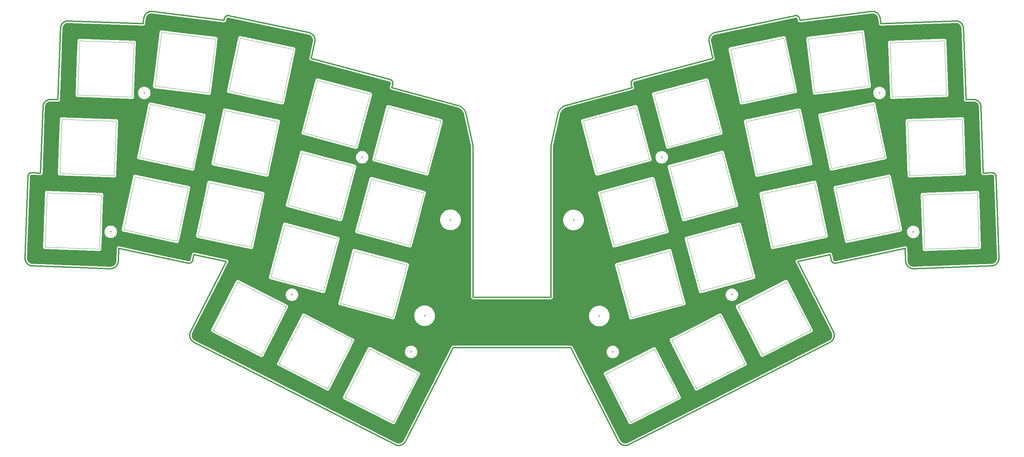
<source format=gbl>
%TF.GenerationSoftware,KiCad,Pcbnew,(6.0.6)*%
%TF.CreationDate,2022-07-30T19:54:08+09:00*%
%TF.ProjectId,nowt36_top_plate,6e6f7774-3336-45f7-946f-705f706c6174,rev?*%
%TF.SameCoordinates,Original*%
%TF.FileFunction,Copper,L2,Bot*%
%TF.FilePolarity,Positive*%
%FSLAX46Y46*%
G04 Gerber Fmt 4.6, Leading zero omitted, Abs format (unit mm)*
G04 Created by KiCad (PCBNEW (6.0.6)) date 2022-07-30 19:54:08*
%MOMM*%
%LPD*%
G01*
G04 APERTURE LIST*
%TA.AperFunction,Profile*%
%ADD10C,0.349999*%
%TD*%
%TA.AperFunction,Profile*%
%ADD11C,0.120000*%
%TD*%
%ADD12C,0.350000*%
G04 APERTURE END LIST*
D10*
X231725116Y-33993476D02*
X231698161Y-33952779D01*
X34443311Y-98047982D02*
X34443311Y-98047982D01*
X231381600Y-33661253D02*
X231339574Y-33638053D01*
X282189087Y-74364459D02*
X282156413Y-74329296D01*
X56504308Y-96817078D02*
X56619009Y-93530003D01*
X74573737Y-97341395D02*
X74622764Y-97345614D01*
X32676057Y-96840127D02*
X32716838Y-96928823D01*
X43116816Y-34965076D02*
X43023111Y-34992477D01*
X281740706Y-97967544D02*
X281834611Y-97937295D01*
X278466334Y-56488066D02*
X278432453Y-56396511D01*
X33982693Y-74062248D02*
X33935715Y-74076345D01*
X282869975Y-97108798D02*
X282919131Y-97025888D01*
X277365101Y-55299160D02*
X277274570Y-55262777D01*
X106766270Y-38698897D02*
X106706475Y-38620279D01*
X63831356Y-32887059D02*
X63757163Y-32947929D01*
X106822347Y-38780734D02*
X106766270Y-38698897D01*
X281656130Y-74050443D02*
X281607395Y-74040969D01*
X33935715Y-74076345D02*
X33889713Y-74092659D01*
X231946127Y-34741396D02*
X231946127Y-34741396D01*
X106433034Y-38339988D02*
X106356841Y-38278964D01*
X62911741Y-35569906D02*
X43701223Y-34899060D01*
X33637830Y-74233739D02*
X33600478Y-74263886D01*
X43405264Y-34910611D02*
X43308058Y-34924081D01*
X42930907Y-35024397D02*
X42840368Y-35060775D01*
X273875105Y-36068436D02*
X273832491Y-35980669D01*
X278009069Y-55742852D02*
X277938207Y-55673415D01*
X63988054Y-32776246D02*
X63908366Y-32829795D01*
X281456763Y-74027190D02*
X281405294Y-74027680D01*
X188519844Y-51139539D02*
X188529052Y-51188061D01*
X126708547Y-50128505D02*
X126666448Y-50103697D01*
X56619009Y-93530003D02*
X74476041Y-97325631D01*
X239720296Y-95124176D02*
X240024496Y-96555397D01*
X185972710Y-143999883D02*
X186056876Y-144049890D01*
X84966117Y-33537519D02*
X84915641Y-33530739D01*
X33256028Y-74890189D02*
X33250399Y-74940802D01*
X170719309Y-57206315D02*
X170565305Y-57337723D01*
X260301739Y-98543597D02*
X260390446Y-98584370D01*
X75508086Y-96913882D02*
X75534728Y-96873017D01*
X55020000Y-98680000D02*
X55113695Y-98652592D01*
X240668953Y-115207669D02*
X240629723Y-115113666D01*
X129448191Y-144140040D02*
X129535397Y-144099693D01*
X188576253Y-50610808D02*
X188559390Y-50656882D01*
X274695547Y-55200585D02*
X274053976Y-36828042D01*
X240597126Y-116813485D02*
X240637489Y-116726282D01*
X105560796Y-37913728D02*
X85016721Y-33546943D01*
X74476041Y-97325631D02*
X74476041Y-97325631D01*
X41900691Y-35894960D02*
X41853815Y-35980598D01*
X188774969Y-52110541D02*
X188774969Y-52110541D01*
X208549603Y-39685414D02*
X208542973Y-39783850D01*
X74929389Y-116355782D02*
X74952859Y-116451727D01*
X55471812Y-98498393D02*
X55556345Y-98449012D01*
X277625036Y-55434430D02*
X277540500Y-55385049D01*
X33264127Y-74840400D02*
X33256028Y-74890189D01*
X278198471Y-55969138D02*
X278139274Y-55890875D01*
X64609077Y-32514634D02*
X64514567Y-32539110D01*
X210125768Y-37913732D02*
X210125768Y-37913732D01*
X32922664Y-97261958D02*
X32984486Y-97338998D01*
X64421755Y-32568067D02*
X64330780Y-32601396D01*
X147843305Y-67115948D02*
X147843305Y-67115948D01*
X106576314Y-38473096D02*
X106506241Y-38404732D01*
X37822416Y-55607543D02*
X37748197Y-55673382D01*
X209103006Y-38480330D02*
X209037901Y-38551176D01*
X32716838Y-96928823D02*
X32761951Y-97015521D01*
X231813019Y-34170613D02*
X231794179Y-34124273D01*
X259214603Y-97111531D02*
X259234834Y-97207557D01*
X282086254Y-74263867D02*
X282048899Y-74233723D01*
X75020234Y-115201363D02*
X74986706Y-115293890D01*
X85016721Y-33546943D02*
X84966117Y-33537519D01*
X185253851Y-143213601D02*
X185253851Y-143213601D01*
X240394349Y-117141396D02*
X240451133Y-117062891D01*
X142720945Y-119096680D02*
X142720945Y-119096680D01*
X84305051Y-33661269D02*
X84264198Y-33686436D01*
X34344278Y-98042069D02*
X34443311Y-98047982D01*
X147843305Y-106115944D02*
X147843305Y-106115944D01*
X170047664Y-57957488D02*
X169945318Y-58133381D01*
X186899990Y-144301336D02*
X186997631Y-144305597D01*
X126749340Y-50155308D02*
X126708547Y-50128505D01*
X209499166Y-44585329D02*
X209499166Y-44585329D01*
X260761932Y-98702889D02*
X260858137Y-98721064D01*
X240458013Y-97186203D02*
X240500272Y-97212181D01*
X241063880Y-97345664D02*
X241112908Y-97341443D01*
X106874301Y-38865247D02*
X106822347Y-38780734D01*
X42418483Y-35307352D02*
X42341431Y-35369170D01*
X106196076Y-38168478D02*
X106111798Y-38119217D01*
X278556355Y-56869174D02*
X278540822Y-56771987D01*
X252593904Y-34117494D02*
X252573860Y-34017623D01*
X230669912Y-33546938D02*
X230669912Y-33546938D01*
X281447393Y-98030465D02*
X281546976Y-98014259D01*
X273419149Y-35435104D02*
X273344940Y-35369264D01*
X105845134Y-37996567D02*
X105752124Y-37964397D01*
X259188309Y-96916141D02*
X259199070Y-97014338D01*
X241014848Y-97347465D02*
X241063880Y-97345664D01*
X129703879Y-144006491D02*
X129784817Y-143953746D01*
X145741252Y-58133401D02*
X145638908Y-57957507D01*
X240304188Y-97063181D02*
X240340130Y-97096580D01*
X106356841Y-38278964D02*
X106277806Y-38221761D01*
X277863993Y-55607574D02*
X277786948Y-55545754D01*
X126826720Y-50214684D02*
X126788754Y-50184053D01*
X240270005Y-97028143D02*
X240304188Y-97063181D01*
X261251302Y-98746087D02*
X281243398Y-98047928D01*
X74961140Y-97308301D02*
X75007745Y-97293614D01*
X208566450Y-40184637D02*
X208585302Y-40285848D01*
X188540701Y-51236277D02*
X188540701Y-51236277D01*
X128604809Y-144305663D02*
X128701693Y-144305475D01*
X126931227Y-50317363D02*
X126898027Y-50281394D01*
X56007408Y-98068055D02*
X56070564Y-97992573D01*
X43308058Y-34924081D02*
X43211853Y-34942256D01*
X64241783Y-32638988D02*
X64154902Y-32680734D01*
X105657296Y-37936750D02*
X105560796Y-37913728D01*
X147843305Y-106115944D02*
X147843305Y-67115948D01*
X209649953Y-38079244D02*
X209562723Y-38125339D01*
X127141779Y-50703593D02*
X127127230Y-50656857D01*
X169776558Y-58506696D02*
X169711133Y-58703086D01*
X273557057Y-35577078D02*
X273490010Y-35504539D01*
X208542973Y-39783850D02*
X208541246Y-39883140D01*
X239720296Y-95124176D02*
X239720296Y-95124176D01*
X42664954Y-35146655D02*
X42580410Y-35196033D01*
X283169122Y-96184089D02*
X283173297Y-96082316D01*
X273021467Y-35146743D02*
X272934771Y-35101633D01*
X188694254Y-50394287D02*
X188666456Y-50435108D01*
X107111527Y-39505547D02*
X107091413Y-39410079D01*
X33339398Y-74605947D02*
X33319924Y-74650703D01*
X282436390Y-74940764D02*
X282430757Y-74890150D01*
X56129758Y-97914312D02*
X56184918Y-97833431D01*
X281885824Y-74131696D02*
X281841966Y-74111130D01*
X240678879Y-97293671D02*
X240725487Y-97308357D01*
X75888060Y-117663564D02*
X75975309Y-117710778D01*
X37610280Y-55815357D02*
X37547117Y-55890838D01*
X144267714Y-56790298D02*
X144074401Y-56716275D01*
X127179872Y-50992995D02*
X127179439Y-50944132D01*
X189020171Y-50103722D02*
X188978071Y-50128530D01*
X209832636Y-37999600D02*
X209739956Y-38037282D01*
X277707241Y-55488019D02*
X277625036Y-55434430D01*
X281969962Y-74178879D02*
X281928511Y-74154299D01*
X208597940Y-39396712D02*
X208577183Y-39491696D01*
X240732900Y-116454836D02*
X240755963Y-116361639D01*
X84434342Y-33597765D02*
X84390198Y-33616885D01*
X55556345Y-98449012D02*
X55638547Y-98395424D01*
X37381692Y-56133323D02*
X37334818Y-56218960D01*
X250685329Y-32463729D02*
X250584432Y-32463303D01*
X41638224Y-36728999D02*
X41632307Y-36828038D01*
X189108014Y-50060309D02*
X189063509Y-50080964D01*
X33274631Y-74791496D02*
X33264127Y-74840400D01*
X38411871Y-55262770D02*
X38321335Y-55299149D01*
X128507695Y-144301115D02*
X128604809Y-144305663D01*
X63239321Y-33639988D02*
X63201005Y-33730903D01*
X188666456Y-50435108D02*
X188640600Y-50477438D01*
X240917126Y-97343872D02*
X240965901Y-97346863D01*
X55795293Y-98275870D02*
X55869505Y-98210030D01*
X130432806Y-143214081D02*
X142720945Y-119096680D01*
X231829643Y-34218243D02*
X231813019Y-34170613D01*
X277938207Y-55673415D02*
X277938207Y-55673415D01*
X282816987Y-97189107D02*
X282869975Y-97108798D01*
X282122114Y-74295745D02*
X282086254Y-74263867D01*
X75496284Y-117369682D02*
X75568326Y-117435717D01*
X54534847Y-98747087D02*
X54633548Y-98743204D01*
X63328466Y-33465804D02*
X63281854Y-33551585D01*
X187763215Y-144169087D02*
X187854317Y-144130907D01*
X250584432Y-32463303D02*
X250482679Y-32468015D01*
X83857010Y-34218245D02*
X83842674Y-34267115D01*
X169945318Y-58133381D02*
X169854784Y-58316622D01*
X279168050Y-74105774D02*
X278573034Y-57066399D01*
X32580330Y-96563709D02*
X32607741Y-96657404D01*
X130432806Y-143214081D02*
X130432806Y-143214081D01*
X260048273Y-98395527D02*
X260130487Y-98449113D01*
X37253911Y-56396476D02*
X37220026Y-56488032D01*
X252774862Y-35569906D02*
X252774862Y-35569906D01*
X126911642Y-52110541D02*
X127145910Y-51236250D01*
X74914215Y-115578310D02*
X74899463Y-115674807D01*
X282276708Y-74479020D02*
X282249300Y-74439382D01*
X189247823Y-50011504D02*
X189200241Y-50025525D01*
X129083545Y-144258454D02*
X129176742Y-144235407D01*
X63077596Y-34219328D02*
X63077596Y-34219328D01*
X75416598Y-97028099D02*
X75448971Y-96991496D01*
X143874708Y-56655278D02*
X143874708Y-56655278D01*
X231698161Y-33952779D02*
X231669364Y-33913615D01*
X283103198Y-96576868D02*
X283126820Y-96481081D01*
X240127245Y-96830910D02*
X240151876Y-96873052D01*
X186056876Y-144049890D02*
X186143593Y-144095818D01*
X75479483Y-96953399D02*
X75508086Y-96913882D01*
X74884160Y-115869274D02*
X74883637Y-115966891D01*
X63201005Y-33730903D02*
X63167047Y-33824220D01*
X208918429Y-38701535D02*
X208864257Y-38780752D01*
X84765730Y-33525786D02*
X84716513Y-33529102D01*
X282187671Y-97773397D02*
X282269689Y-97722346D01*
X107066653Y-39315652D02*
X107037279Y-39222441D01*
X282964335Y-96940506D02*
X283005464Y-96852784D01*
X186232725Y-144137552D02*
X186324139Y-144174977D01*
X33716762Y-74178889D02*
X33676613Y-74205387D01*
X33426940Y-97728616D02*
X33510280Y-97779665D01*
X75243139Y-117073292D02*
X75300941Y-117151957D01*
X63077596Y-34219328D02*
X62911741Y-35569906D01*
X157843305Y-119096680D02*
X172965673Y-119096680D01*
X74883637Y-115966891D02*
X74887884Y-116064526D01*
X240207120Y-96953439D02*
X240237633Y-96991538D01*
X145400758Y-57629829D02*
X145265938Y-57479077D01*
X208552888Y-40083682D02*
X208566450Y-40184637D01*
X240732104Y-115398364D02*
X240703062Y-115302625D01*
X64154902Y-32680734D02*
X64070280Y-32726523D01*
X188515176Y-50846923D02*
X188509990Y-50895429D01*
X187943807Y-144088082D02*
X187943807Y-144088082D01*
X56325449Y-97576691D02*
X56363732Y-97486950D01*
X75662107Y-96555382D02*
X75662107Y-96555382D01*
X240104675Y-96787568D02*
X240127245Y-96830910D01*
X42341431Y-35369170D02*
X42267210Y-35435010D01*
X273734571Y-35811698D02*
X273679411Y-35730819D01*
X75007745Y-97293614D02*
X75053655Y-97276637D01*
X209243474Y-38348056D02*
X209171563Y-38412574D01*
X83740491Y-34741396D02*
X83740491Y-34741396D01*
X32525830Y-96275287D02*
X32539312Y-96372485D01*
X37220026Y-56488032D02*
X37190618Y-56581239D01*
X281557878Y-74033895D02*
X281507646Y-74029281D01*
X240587836Y-97257443D02*
X240632967Y-97276694D01*
X84332952Y-96902565D02*
X75101255Y-115020791D01*
X32514234Y-95979348D02*
X32513229Y-96078552D01*
X167843313Y-67115948D02*
X167843313Y-106115944D01*
X127173548Y-51090773D02*
X127177912Y-51041905D01*
X74933682Y-115482541D02*
X74914215Y-115578310D01*
X259616196Y-97992676D02*
X259679361Y-98068160D01*
X188522721Y-50798727D02*
X188515176Y-50846923D01*
X37119228Y-56967342D02*
X37113309Y-57066378D01*
X42006918Y-35730734D02*
X41951750Y-35811618D01*
X240024496Y-96555397D02*
X240024496Y-96555397D01*
X37487915Y-55969101D02*
X37432749Y-56049983D01*
X74910746Y-116259149D02*
X74929389Y-116355782D01*
X240803244Y-115882889D02*
X240798709Y-115785770D01*
X240637489Y-116726282D02*
X240673608Y-116637327D01*
X189063509Y-50080964D02*
X189020171Y-50103722D01*
X127157558Y-51188034D02*
X127166767Y-51139512D01*
X240552576Y-116898767D02*
X240597126Y-116813485D01*
X276897448Y-55162433D02*
X276800249Y-55148956D01*
X75101255Y-115020791D02*
X75058422Y-115110271D01*
X129620683Y-144055159D02*
X129703879Y-144006491D01*
X75051563Y-116731783D02*
X75093281Y-116820918D01*
X241112908Y-97341443D02*
X241161846Y-97334786D01*
X277786948Y-55545754D02*
X277707241Y-55488019D01*
X127742773Y-144087632D02*
X127835645Y-144132047D01*
X64514567Y-32539110D02*
X64421755Y-32568067D01*
X126962697Y-50355004D02*
X126931227Y-50317363D01*
X128313452Y-144277590D02*
X128410520Y-144291776D01*
X33683686Y-97869143D02*
X33773429Y-97907424D01*
X42267210Y-35435010D02*
X42196341Y-35504446D01*
X208585302Y-40285848D02*
X209499166Y-44585329D01*
X282249300Y-74439382D02*
X282220071Y-74401175D01*
X251264865Y-32568057D02*
X251172052Y-32539100D01*
X41853815Y-35980598D02*
X41811196Y-36068372D01*
X239888834Y-117608739D02*
X239972240Y-117551964D01*
X33958188Y-97970704D02*
X34052882Y-97995555D01*
X64070280Y-32726523D02*
X63988054Y-32776246D01*
X83961541Y-33993484D02*
X83936503Y-34035663D01*
X129863327Y-143896978D02*
X129939241Y-143836241D01*
X32811335Y-97100053D02*
X32864927Y-97182254D01*
X41632307Y-36828038D02*
X40991056Y-55200585D01*
X33302595Y-74696587D02*
X33287475Y-74743538D01*
X75014153Y-116640367D02*
X75051563Y-116731783D01*
X32517115Y-96177254D02*
X32525830Y-96275287D01*
X282269689Y-97722346D02*
X282348967Y-97667524D01*
X231066985Y-33542881D02*
X231018844Y-33534808D01*
X42840368Y-35060775D02*
X42751662Y-35101549D01*
X281797003Y-74092661D02*
X281751000Y-74076349D01*
X127929639Y-144171287D02*
X128024586Y-144205407D01*
X126666448Y-50103697D02*
X126623111Y-50080938D01*
X259817281Y-98210137D02*
X259891505Y-98275977D01*
X240151876Y-96873052D02*
X240178518Y-96913919D01*
X127069755Y-50520973D02*
X127046026Y-50477414D01*
X84390198Y-33616885D02*
X84347076Y-33638069D01*
X54828776Y-98721012D02*
X54924972Y-98702828D01*
X32639671Y-96749599D02*
X32676057Y-96840127D01*
X74913927Y-97320680D02*
X74961140Y-97308301D01*
X272281243Y-34910644D02*
X272183212Y-34901932D01*
X186417699Y-144207978D02*
X186417699Y-144207978D01*
X75966322Y-95124176D02*
X75966322Y-95124176D01*
X41739021Y-36249677D02*
X41709613Y-36342887D01*
X274053976Y-36828042D02*
X274048056Y-36729012D01*
X231537241Y-33773243D02*
X231500350Y-33742464D01*
X74887884Y-116064526D02*
X74896916Y-116162005D01*
X33864984Y-97941302D02*
X33958188Y-97970704D01*
X271985311Y-34899058D02*
X271985311Y-34899058D01*
X240820440Y-97330793D02*
X240868610Y-97338510D01*
X33889713Y-74092659D02*
X33844752Y-74111131D01*
X145975427Y-58703107D02*
X145910005Y-58506717D01*
X272663354Y-34992544D02*
X272569661Y-34965136D01*
X231750154Y-34035656D02*
X231725116Y-33993476D01*
X276800249Y-55148956D02*
X276702215Y-55140246D01*
X41664522Y-36533611D02*
X41648987Y-36630802D01*
X128410520Y-144291776D02*
X128507695Y-144301115D01*
X37334818Y-56218960D02*
X37292200Y-56306731D01*
X84047857Y-33876042D02*
X84017293Y-33913625D01*
X273679411Y-35730819D02*
X273620215Y-35652558D01*
X208652905Y-39211242D02*
X208623213Y-39303178D01*
X282399297Y-74743501D02*
X282384174Y-74696550D01*
X187192678Y-144299818D02*
X187289731Y-144289807D01*
X63552889Y-33151083D02*
X63491367Y-33225284D01*
X240128083Y-117427751D02*
X240200410Y-117360649D01*
X185528846Y-143620652D02*
X185594871Y-143692709D01*
X189153614Y-50041811D02*
X189108014Y-50060309D01*
X128989272Y-144277040D02*
X129083545Y-144258454D01*
X240756135Y-115494717D02*
X240732104Y-115398364D01*
X126438802Y-50011477D02*
X126438802Y-50011477D01*
X240585317Y-115020783D02*
X240585317Y-115020783D01*
X63908366Y-32829795D02*
X63831356Y-32887059D01*
X84716513Y-33529102D02*
X84667797Y-33534821D01*
X106706475Y-38620279D02*
X106643107Y-38544978D01*
X240632967Y-97276694D02*
X240678879Y-97293671D01*
X170565305Y-57337723D02*
X170420644Y-57479061D01*
X186997631Y-144305597D02*
X187095252Y-144305086D01*
X167843313Y-106115944D02*
X167843313Y-106115944D01*
X272846076Y-35060855D02*
X272755548Y-35024471D01*
X32514234Y-95979348D02*
X32514234Y-95979348D01*
X37292200Y-56306731D02*
X37253911Y-56396476D01*
X259361272Y-97576773D02*
X259403892Y-97664547D01*
X185594871Y-143692709D02*
X185664257Y-143761379D01*
X107144883Y-39894345D02*
X107143674Y-39796456D01*
X240543576Y-97235933D02*
X240587836Y-97257443D01*
X65001286Y-32463734D02*
X64901388Y-32469190D01*
X83913456Y-34079277D02*
X83892475Y-34124277D01*
X171053373Y-56975351D02*
X170882163Y-57085352D01*
X240237633Y-96991538D02*
X240270005Y-97028143D01*
X282325805Y-74562345D02*
X282302232Y-74520028D01*
X240377782Y-97128265D02*
X240417093Y-97158164D01*
X147843305Y-67115948D02*
X146027555Y-58905297D01*
X261251302Y-98746087D02*
X261251302Y-98746087D01*
X260858137Y-98721064D02*
X260955343Y-98734534D01*
X107137690Y-39698910D02*
X107126964Y-39601882D01*
X56504308Y-96817078D02*
X56504308Y-96817078D01*
X43602012Y-34898039D02*
X43503304Y-34901910D01*
X188755391Y-50317388D02*
X188723922Y-50355029D01*
X259199070Y-97014338D02*
X259214603Y-97111531D01*
X282439489Y-74992142D02*
X282436390Y-74940764D01*
X187576886Y-144231452D02*
X187670679Y-144202607D01*
X63112766Y-34017625D02*
X63092722Y-34117494D01*
X278567117Y-56967365D02*
X278556355Y-56869174D01*
X240200410Y-117360649D02*
X240268932Y-117290444D01*
X38061386Y-55434407D02*
X37979177Y-55487993D01*
X273832491Y-35980669D02*
X273785622Y-35895036D01*
X54435644Y-98746079D02*
X54435644Y-98746079D01*
X107037279Y-39222441D02*
X107003325Y-39130621D01*
X42580410Y-35196033D02*
X42498198Y-35249619D01*
X239972240Y-117551964D02*
X240052009Y-117491579D01*
X37190618Y-56581239D02*
X37165761Y-56675935D01*
X130383746Y-143304587D02*
X130432806Y-143214081D01*
X252195258Y-33225274D02*
X252133736Y-33151073D01*
X107143674Y-39796456D02*
X107137690Y-39698910D01*
X39082951Y-55136397D02*
X38984246Y-55140271D01*
X171418885Y-56790297D02*
X171232445Y-56876827D01*
X252068835Y-33080040D02*
X252000697Y-33012285D01*
X252133736Y-33151073D02*
X252068835Y-33080040D01*
X259817281Y-98210137D02*
X259817281Y-98210137D01*
X65203933Y-32468017D02*
X65102181Y-32463306D01*
X276504308Y-55137377D02*
X276504308Y-55137377D01*
X105752124Y-37964397D02*
X105657296Y-37936750D01*
X126533009Y-50041785D02*
X126486383Y-50025498D01*
X83830701Y-34317178D02*
X83740491Y-34741396D01*
X84264198Y-33686436D02*
X84224591Y-33713522D01*
X208623213Y-39303178D02*
X208597940Y-39396712D01*
X83892475Y-34124277D02*
X83873635Y-34170616D01*
X171811895Y-56655283D02*
X171612200Y-56716277D01*
X188774969Y-52110541D02*
X171811895Y-56655283D01*
X34443311Y-98047982D02*
X54435644Y-98746079D01*
X240798709Y-115785770D02*
X240789383Y-115688589D01*
X240775210Y-115591515D02*
X240756135Y-115494717D01*
X33192310Y-97551109D02*
X33267793Y-97614264D01*
X240451133Y-117062891D02*
X240503893Y-116981959D01*
X74720738Y-97346810D02*
X74769511Y-97343819D01*
X56184918Y-97833431D02*
X56235968Y-97750093D01*
X33119768Y-97484066D02*
X33192310Y-97551109D01*
X186705361Y-144278445D02*
X186802508Y-144292290D01*
X231353658Y-96902565D02*
X239720296Y-95124176D01*
X260215031Y-98498491D02*
X260301739Y-98543597D01*
X75803622Y-117612317D02*
X75888060Y-117663564D01*
X65102181Y-32463306D02*
X65001286Y-32463734D01*
X252573860Y-34017623D02*
X252549038Y-33919828D01*
X208544519Y-39983134D02*
X208552888Y-40083682D01*
X259182394Y-96817101D02*
X259188309Y-96916141D01*
X283126820Y-96481081D02*
X283145762Y-96383602D01*
X231018844Y-33534808D02*
X230970126Y-33529090D01*
X33510280Y-97779665D02*
X33595916Y-97826532D01*
X188859896Y-50214709D02*
X188823449Y-50247174D01*
X240705431Y-116546789D02*
X240732900Y-116454836D01*
X252549038Y-33919828D02*
X252519578Y-33824216D01*
X34281416Y-74027649D02*
X34229947Y-74027163D01*
X84865368Y-33526556D02*
X84815373Y-33524921D01*
X145525246Y-57789478D02*
X145400758Y-57629829D01*
X33050329Y-97413208D02*
X33119768Y-97484066D01*
X127163895Y-50798701D02*
X127154005Y-50750904D01*
X41648987Y-36630802D02*
X41638224Y-36728999D01*
X75189184Y-116991807D02*
X75243139Y-117073292D01*
X56397611Y-97395397D02*
X56427015Y-97302194D01*
X33410042Y-74479050D02*
X33384522Y-74520060D01*
X75559359Y-96830878D02*
X75581930Y-96787538D01*
X283159903Y-96284561D02*
X283169122Y-96184089D01*
X231794179Y-34124273D02*
X231773200Y-34079271D01*
X34246088Y-98031311D02*
X34344278Y-98042069D01*
X209037901Y-38551176D02*
X208976343Y-38624960D01*
X259679361Y-98068160D02*
X259746414Y-98140700D01*
X282700001Y-97341402D02*
X282760288Y-97266685D01*
X188513064Y-51090800D02*
X188519844Y-51139539D01*
X74986706Y-115293890D02*
X74957850Y-115387675D01*
X281644787Y-97993241D02*
X281740706Y-97967544D01*
X83830701Y-34317178D02*
X83830701Y-34317178D01*
X75966322Y-95124176D02*
X84332952Y-96902565D01*
X185891231Y-143945914D02*
X185972710Y-143999883D01*
X126623111Y-50080938D02*
X126578608Y-50060283D01*
X230770994Y-33530731D02*
X230720517Y-33537512D01*
X251355841Y-32601386D02*
X251264865Y-32568057D01*
X55296418Y-98584281D02*
X55385114Y-98543503D01*
X252253263Y-33302535D02*
X252195258Y-33225274D01*
X128798177Y-144300605D02*
X128894093Y-144291108D01*
X43211853Y-34942256D02*
X43116816Y-34965076D01*
X281243398Y-98047928D02*
X281243398Y-98047928D01*
X281405294Y-74027680D02*
X279168050Y-74105774D01*
X75643640Y-117498258D02*
X75722110Y-117557170D01*
X278351555Y-56218996D02*
X278304685Y-56133360D01*
X231422454Y-33686421D02*
X231381600Y-33661253D01*
X170285822Y-57629812D02*
X170161330Y-57789459D01*
X281834611Y-97937295D02*
X281926382Y-97902627D01*
X39182157Y-55137415D02*
X39182157Y-55137415D01*
X251172052Y-32539100D02*
X251077542Y-32514625D01*
X188532612Y-50750930D02*
X188522721Y-50798727D01*
X251698569Y-32776235D02*
X251616343Y-32726511D01*
X278394168Y-56306767D02*
X278351555Y-56218996D01*
X106822347Y-38780734D02*
X106822347Y-38780734D01*
X63281854Y-33551585D02*
X63239321Y-33639988D01*
X37129992Y-56869148D02*
X37119228Y-56967342D01*
X84815373Y-33524921D02*
X84765730Y-33525786D01*
X167843313Y-67115948D02*
X167843313Y-67115948D01*
X188506740Y-50993021D02*
X188508700Y-51041931D01*
X277088676Y-55203443D02*
X276993646Y-55180616D01*
X75568326Y-117435717D02*
X75643640Y-117498258D01*
X170420644Y-57479061D02*
X170285822Y-57629812D01*
X84525402Y-33565911D02*
X84479435Y-33580758D01*
X277540500Y-55385049D02*
X277453800Y-55339938D01*
X208686918Y-39121053D02*
X208652905Y-39211242D01*
X34281416Y-74027649D02*
X34281416Y-74027649D01*
X240500272Y-97212181D02*
X240543576Y-97235933D01*
X33530324Y-74329319D02*
X33497653Y-74364485D01*
X281751000Y-74076349D02*
X281704020Y-74062257D01*
X33676613Y-74205387D02*
X33637830Y-74233739D01*
X260390446Y-98584370D02*
X260480985Y-98620748D01*
X33360952Y-74562379D02*
X33339398Y-74605947D01*
X251855268Y-32887047D02*
X251778257Y-32829783D01*
X209396971Y-38229327D02*
X209318642Y-38286924D01*
X251616343Y-32726511D02*
X251531720Y-32680722D01*
X129176742Y-144235407D02*
X129268695Y-144207952D01*
X146027555Y-58905297D02*
X146027555Y-58905297D01*
X126788754Y-50184053D02*
X126749340Y-50155308D01*
X276702215Y-55140246D02*
X276603513Y-55136366D01*
X260130487Y-98449113D02*
X260215031Y-98498491D01*
X281704020Y-74062257D02*
X281656130Y-74050443D01*
X279168050Y-74105774D02*
X279168050Y-74105774D01*
X188595417Y-50565484D02*
X188576253Y-50610808D01*
X127110368Y-50610783D02*
X127091206Y-50565459D01*
X230669912Y-33546938D02*
X210125768Y-37913732D01*
X231353658Y-96902565D02*
X231353658Y-96902565D01*
X208577183Y-39491696D02*
X208561038Y-39587979D01*
X209562723Y-38125339D02*
X209478363Y-38175416D01*
X106506241Y-38404732D02*
X106433034Y-38339988D01*
X273785622Y-35895036D02*
X273734571Y-35811698D01*
X282156413Y-74329296D02*
X282122114Y-74295745D01*
X272474634Y-34942308D02*
X272378439Y-34924124D01*
X230871264Y-33524911D02*
X230821268Y-33526547D01*
X74818025Y-97338456D02*
X74866192Y-97330738D01*
X56498391Y-96916110D02*
X56504308Y-96817078D01*
X33497653Y-74364485D02*
X33466672Y-74401202D01*
X278432453Y-56396511D02*
X278394168Y-56306767D01*
X144967280Y-57206327D02*
X144804429Y-57085361D01*
X240798157Y-116076265D02*
X240803041Y-115979777D01*
X240585317Y-115020783D02*
X231353658Y-96902565D01*
X187482012Y-144255610D02*
X187576886Y-144231452D01*
X186143593Y-144095818D02*
X186232725Y-144137552D01*
X74957850Y-115387675D02*
X74933682Y-115482541D01*
X240868610Y-97338510D02*
X240917126Y-97343872D01*
X55385114Y-98543503D02*
X55471812Y-98498393D01*
X33564621Y-74295766D02*
X33530324Y-74329319D01*
X187386235Y-144275067D02*
X187482012Y-144255610D01*
X240417093Y-97158164D02*
X240458013Y-97186203D01*
X281507646Y-74029281D02*
X281456763Y-74027190D01*
X39182157Y-55137415D02*
X39082951Y-55136397D01*
X74769511Y-97343819D02*
X74818025Y-97338456D01*
X261152092Y-98747107D02*
X261251302Y-98746087D01*
X157843305Y-106115944D02*
X147843305Y-106115944D01*
X37145528Y-56771959D02*
X37129992Y-56869148D01*
X271985311Y-34899058D02*
X252774862Y-35569906D01*
X250380209Y-32477975D02*
X231946127Y-34741396D01*
X252609029Y-34219329D02*
X252593904Y-34117494D01*
X208585302Y-40285848D02*
X208585302Y-40285848D01*
X282366841Y-74650667D02*
X282347363Y-74605912D01*
X143874708Y-56655278D02*
X126911642Y-52110541D01*
X186324139Y-144174977D02*
X186417699Y-144207978D01*
X167843313Y-106115944D02*
X157843305Y-106115944D01*
X240178518Y-96913919D02*
X240207120Y-96953439D01*
X186417699Y-144207978D02*
X186512780Y-144236303D01*
X83873635Y-34170616D02*
X83857010Y-34218245D01*
X83740491Y-34741396D02*
X65306402Y-32477975D01*
X282103032Y-97820548D02*
X282187671Y-97773397D01*
X84667797Y-33534821D02*
X84619657Y-33542895D01*
X32513229Y-96078552D02*
X32517115Y-96177254D01*
X282569143Y-97481734D02*
X282636245Y-97413128D01*
X38232632Y-55339923D02*
X38145927Y-55385030D01*
X106187437Y-44585329D02*
X107101324Y-40285851D01*
X75300941Y-117151957D02*
X75362476Y-117227666D01*
X84572167Y-33553274D02*
X84525402Y-33565911D01*
X42751662Y-35101549D02*
X42664954Y-35146655D01*
X38886210Y-55148975D02*
X38789008Y-55162447D01*
X64802627Y-32479564D02*
X64705143Y-32494749D01*
X259968557Y-98337794D02*
X260048273Y-98395527D01*
X84915641Y-33530739D02*
X84865368Y-33526556D01*
X259501826Y-97833528D02*
X259556993Y-97914412D01*
X126898027Y-50281394D02*
X126863168Y-50247149D01*
X240703062Y-115302625D02*
X240668953Y-115207669D01*
X75101255Y-115020791D02*
X75101255Y-115020791D01*
X278540822Y-56771987D02*
X278520592Y-56675966D01*
X127176624Y-50895403D02*
X127171439Y-50846897D01*
X272934771Y-35101633D02*
X272846076Y-35060855D01*
X252485621Y-33730898D02*
X252447305Y-33639982D01*
X187289731Y-144289807D02*
X187386235Y-144275067D01*
X240965901Y-97346863D02*
X241014848Y-97347465D01*
X260480985Y-98620748D02*
X260573190Y-98652668D01*
X107141285Y-39992404D02*
X107144883Y-39894345D01*
X63433362Y-33302544D02*
X63379015Y-33382754D01*
X281841966Y-74111130D02*
X281797003Y-74092661D01*
X187943807Y-144088082D02*
X239711324Y-117710778D01*
X241161846Y-97334786D02*
X241210607Y-97325676D01*
X84332952Y-96902565D02*
X84332952Y-96902565D01*
X127020167Y-50435083D02*
X126992367Y-50394262D01*
X75602389Y-96743071D02*
X75620686Y-96697548D01*
X56235968Y-97750093D02*
X56282836Y-97664460D01*
X282919131Y-97025888D02*
X282964335Y-96940506D01*
X259067602Y-93530003D02*
X259182394Y-96817101D01*
X106025118Y-38074078D02*
X105936181Y-38033161D01*
X84017293Y-33913625D02*
X83988495Y-33952789D01*
X40991056Y-55200585D02*
X39182157Y-55137415D01*
X170161330Y-57789459D02*
X170047664Y-57957488D01*
X274037292Y-36630824D02*
X274021758Y-36533641D01*
X208541246Y-39883140D02*
X208544519Y-39983134D01*
X231500350Y-33742464D02*
X231462062Y-33713507D01*
X127177912Y-51041905D02*
X127179872Y-50992995D01*
X231843977Y-34267114D02*
X231829643Y-34218243D01*
X33844752Y-74111131D02*
X33800896Y-74131701D01*
X107132847Y-40090458D02*
X107141285Y-39992404D01*
X231161243Y-33565896D02*
X231114476Y-33553260D01*
X208725157Y-39032761D02*
X208686918Y-39121053D01*
X171811895Y-56655283D02*
X171811895Y-56655283D01*
X274001527Y-36437623D02*
X273976673Y-36342932D01*
X260666895Y-98680069D02*
X260761932Y-98702889D01*
X187854317Y-144130907D02*
X187943807Y-144088082D01*
X38145927Y-55385030D02*
X38061386Y-55434407D01*
X42066121Y-35652470D02*
X42006918Y-35730734D01*
X75382416Y-97063135D02*
X75416598Y-97028099D01*
X75186341Y-97212126D02*
X75228597Y-97186150D01*
X188544839Y-50703618D02*
X188532612Y-50750930D01*
X209318642Y-38286924D02*
X209243474Y-38348056D01*
X169711133Y-58703086D02*
X169659002Y-58905276D01*
X127046026Y-50477414D02*
X127020167Y-50435083D01*
X74622764Y-97345614D02*
X74671793Y-97347414D01*
X208767524Y-38946514D02*
X208725157Y-39032761D01*
X272569661Y-34965136D02*
X272474634Y-34942308D01*
X157843305Y-119096680D02*
X157843305Y-119096680D01*
X282430757Y-74890150D02*
X282422654Y-74840361D01*
X106277806Y-38221761D02*
X106196076Y-38168478D01*
X55869505Y-98210030D02*
X55940363Y-98140594D01*
X126992367Y-50394262D02*
X126962697Y-50355004D01*
X186802508Y-144292290D02*
X186899990Y-144301336D01*
X273490010Y-35504539D02*
X273419149Y-35435104D01*
X231946127Y-34741396D02*
X231855947Y-34317179D01*
X277182373Y-55230850D02*
X277088676Y-55203443D01*
X259746414Y-98140700D02*
X259817281Y-98210137D01*
X274048056Y-36729012D02*
X274037292Y-36630824D01*
X127145910Y-51236250D02*
X127145910Y-51236250D01*
X129268695Y-144207952D02*
X129359234Y-144176145D01*
X43023111Y-34992477D02*
X42930907Y-35024397D01*
X34079317Y-74040953D02*
X34030582Y-74050431D01*
X281405294Y-74027680D02*
X281405294Y-74027680D01*
X42267210Y-35435010D02*
X42267210Y-35435010D01*
X272183212Y-34901932D02*
X272084513Y-34898049D01*
X273105998Y-35196124D02*
X273021467Y-35146743D01*
X56487630Y-97014298D02*
X56498391Y-96916110D01*
X63092722Y-34117494D02*
X63077596Y-34219328D01*
X55113695Y-98652592D02*
X55205889Y-98620665D01*
X185736869Y-143826546D02*
X185812572Y-143888096D01*
X32539312Y-96372485D02*
X32557500Y-96468681D01*
X62911741Y-35569906D02*
X62911741Y-35569906D01*
X272755548Y-35024471D02*
X272663354Y-34992544D01*
X37432749Y-56049983D02*
X37381692Y-56133323D01*
X210125768Y-37913732D02*
X210025639Y-37937676D01*
X75139194Y-116907637D02*
X75189184Y-116991807D01*
X208976343Y-38624960D02*
X208918429Y-38701535D01*
X188823449Y-50247174D02*
X188788590Y-50281419D01*
X172965673Y-119096680D02*
X172965673Y-119096680D01*
X283042399Y-96762850D02*
X283075017Y-96670835D01*
X252519578Y-33824216D02*
X252485621Y-33730898D01*
X231114476Y-33553260D02*
X231066985Y-33542881D01*
X63379015Y-33382754D02*
X63328466Y-33465804D01*
X241210607Y-97325676D02*
X241210607Y-97325676D01*
X278495738Y-56581272D02*
X278466334Y-56488066D01*
X273947269Y-36249729D02*
X273913388Y-36158177D01*
X278304685Y-56133360D02*
X278253632Y-56050020D01*
X169659002Y-58905276D02*
X169659002Y-58905276D01*
X106921804Y-38951849D02*
X106874301Y-38865247D01*
X259891505Y-98275977D02*
X259968557Y-98337794D01*
X273267901Y-35307446D02*
X273188198Y-35249712D01*
X36518552Y-74105774D02*
X36518552Y-74105774D01*
X188540701Y-51236277D02*
X188774969Y-52110541D01*
X75975309Y-117710778D02*
X127742773Y-144087632D01*
X188616870Y-50520998D02*
X188595417Y-50565484D01*
X83988495Y-33952789D02*
X83961541Y-33993484D01*
X274053976Y-36828042D02*
X274053976Y-36828042D01*
X75269515Y-97158112D02*
X75308824Y-97128215D01*
X65306402Y-32477975D02*
X65306402Y-32477975D01*
X106111798Y-38119217D02*
X106025118Y-38074078D01*
X240458013Y-97186203D02*
X240458013Y-97186203D01*
X240065919Y-96697572D02*
X240084216Y-96743097D01*
X252000697Y-33012285D02*
X251929461Y-32947918D01*
X75448971Y-96991496D02*
X75479483Y-96953399D01*
X33773429Y-97907424D02*
X33864984Y-97941302D01*
X240333597Y-117217303D02*
X240394349Y-117141396D01*
X240755963Y-116361639D02*
X240774563Y-116267365D01*
X240503893Y-116981959D02*
X240552576Y-116898767D01*
X169854784Y-58316622D02*
X169776558Y-58506696D01*
X55205889Y-98620665D02*
X55296418Y-98584281D01*
X239801843Y-117661733D02*
X239888834Y-117608739D01*
X75534728Y-96873017D02*
X75559359Y-96830878D01*
X185301049Y-143300863D02*
X185352282Y-143385314D01*
X75346475Y-97096532D02*
X75382416Y-97063135D01*
X240629723Y-115113666D02*
X240585317Y-115020783D01*
X41709613Y-36342887D02*
X41684755Y-36437585D01*
X252447305Y-33639982D02*
X252404771Y-33551578D01*
X209927896Y-37966349D02*
X209832636Y-37999600D01*
X259556993Y-97914412D02*
X259616196Y-97992676D01*
X283075017Y-96670835D02*
X283103198Y-96576868D01*
X37165761Y-56675935D02*
X37145528Y-56771959D01*
X75362476Y-117227666D02*
X75427629Y-117300286D01*
X84186305Y-33742478D02*
X84149414Y-33773257D01*
X250785228Y-32469184D02*
X250685329Y-32463729D01*
X33758211Y-74154307D02*
X33716762Y-74178889D01*
X75308824Y-97128215D02*
X75346475Y-97096532D01*
X231606541Y-33840075D02*
X231572663Y-33805796D01*
X188529052Y-51188061D02*
X188540701Y-51236277D01*
X107003325Y-39130621D02*
X106964823Y-39040365D01*
X282439489Y-74992142D02*
X282439489Y-74992142D01*
X185664257Y-143761379D02*
X185736869Y-143826546D01*
X282302232Y-74520028D02*
X282276708Y-74479020D01*
X54435644Y-98746079D02*
X54534847Y-98747087D01*
X169659002Y-58905276D02*
X167843313Y-67115948D01*
X283173297Y-96082316D02*
X283172308Y-95979371D01*
X146027555Y-58905297D02*
X145975427Y-58703107D01*
X75620686Y-96697548D02*
X75636772Y-96651043D01*
X250380209Y-32477975D02*
X250380209Y-32477975D01*
X74866192Y-97330738D02*
X74913927Y-97320680D01*
X189200241Y-50025525D02*
X189153614Y-50041811D01*
X83842674Y-34267115D02*
X83830701Y-34317178D01*
X208813924Y-38862461D02*
X208767524Y-38946514D01*
X127091206Y-50565459D02*
X127069755Y-50520973D01*
X42196341Y-35504446D02*
X42129287Y-35576987D01*
X259289098Y-97395466D02*
X259322983Y-97487026D01*
X251531720Y-32680722D02*
X251444839Y-32638977D01*
X250883990Y-32479558D02*
X250785228Y-32469184D01*
X240036008Y-96603649D02*
X240049833Y-96651064D01*
X145265938Y-57479077D02*
X145121281Y-57337737D01*
X127145910Y-51236250D02*
X127157558Y-51188034D01*
X37677331Y-55742818D02*
X37610280Y-55815357D01*
X281346160Y-98041732D02*
X281447393Y-98030465D01*
X38984246Y-55140271D02*
X38886210Y-55148975D01*
X33287475Y-74743538D02*
X33274631Y-74791496D01*
X240673608Y-116637327D02*
X240705431Y-116546789D01*
X145831782Y-58316643D02*
X145741252Y-58133401D01*
X37979177Y-55487993D02*
X37899465Y-55545726D01*
X188559390Y-50656882D02*
X188544839Y-50703618D01*
X144804429Y-57085361D02*
X144633222Y-56975358D01*
X273620215Y-35652558D02*
X273557057Y-35577078D01*
X283005464Y-96852784D02*
X283042399Y-96762850D01*
X240084216Y-96743097D02*
X240104675Y-96787568D01*
X63491367Y-33225284D02*
X63433362Y-33302544D01*
X84113993Y-33805809D02*
X84080116Y-33840087D01*
X63167047Y-33824220D02*
X63137588Y-33919831D01*
X34148902Y-98015781D02*
X34246088Y-98031311D01*
X75662107Y-96555382D02*
X75966322Y-95124176D01*
X38504072Y-55230848D02*
X38411871Y-55262770D01*
X127166767Y-51139512D02*
X127173548Y-51090773D01*
X282384174Y-74696550D02*
X282366841Y-74650667D01*
X276603513Y-55136366D02*
X276504308Y-55137377D01*
X230970126Y-33529090D02*
X230920908Y-33525775D01*
X129939241Y-143836241D02*
X130012390Y-143771591D01*
X189247823Y-50011504D02*
X189247823Y-50011504D01*
X38597773Y-55203445D02*
X38504072Y-55230848D01*
X75581930Y-96787538D02*
X75602389Y-96743071D01*
X105560796Y-37913728D02*
X105560796Y-37913728D01*
X278253632Y-56050020D02*
X278198471Y-55969138D01*
X55940363Y-98140594D02*
X56007408Y-98068055D01*
X127171439Y-50846897D02*
X127163895Y-50798701D01*
X171612200Y-56716277D02*
X171418885Y-56790297D01*
X240024496Y-96555397D02*
X240036008Y-96603649D01*
X230720517Y-33537512D02*
X230669912Y-33546938D01*
X260955343Y-98734534D02*
X261053383Y-98743236D01*
X276504308Y-55137377D02*
X274695547Y-55200585D01*
X126578608Y-50060283D02*
X126533009Y-50041785D01*
X54924972Y-98702828D02*
X55020000Y-98680000D01*
X188507175Y-50944158D02*
X188506740Y-50993021D01*
X170882163Y-57085352D02*
X170719309Y-57206315D01*
X107119537Y-40188331D02*
X107132847Y-40090458D01*
X282347363Y-74605912D02*
X282325805Y-74562345D01*
X259067602Y-93530003D02*
X259067602Y-93530003D01*
X185253851Y-143213601D02*
X185301049Y-143300863D01*
X128894093Y-144291108D02*
X128989272Y-144277040D01*
X282422654Y-74840361D02*
X282412145Y-74791458D01*
X37748197Y-55673382D02*
X37677331Y-55742818D01*
X74671793Y-97347414D02*
X74720738Y-97346810D01*
X32607741Y-96657404D02*
X32639671Y-96749599D01*
X209171563Y-38412574D02*
X209103006Y-38480330D01*
X240049833Y-96651064D02*
X240065919Y-96697572D01*
X33267793Y-97614264D02*
X33346057Y-97673457D01*
X172965673Y-119096680D02*
X185253851Y-143213601D01*
X75975309Y-117710778D02*
X75975309Y-117710778D01*
X252404771Y-33551578D02*
X252358160Y-33465797D01*
X283145762Y-96383602D02*
X283159903Y-96284561D01*
X127154005Y-50750904D02*
X127141779Y-50703593D01*
X278573034Y-57066399D02*
X278567117Y-56967365D01*
X231252305Y-33597750D02*
X231207211Y-33580742D01*
X208561038Y-39587979D02*
X208549603Y-39685414D01*
X127127230Y-50656857D02*
X127110368Y-50610783D01*
X239711324Y-117710778D02*
X239801843Y-117661733D01*
X37899465Y-55545726D02*
X37822416Y-55607543D01*
X56282836Y-97664460D02*
X56325449Y-97576691D01*
X130330739Y-143391564D02*
X130383746Y-143304587D01*
X74524801Y-97334739D02*
X74573737Y-97341395D01*
X282425383Y-97609061D02*
X282498815Y-97547088D01*
X274695547Y-55200585D02*
X274695547Y-55200585D01*
X83936503Y-34035663D02*
X83913456Y-34079277D01*
X84149414Y-33773257D02*
X84113993Y-33805809D01*
X84347076Y-33638069D02*
X84305051Y-33661269D01*
X240803041Y-115979777D02*
X240803244Y-115882889D01*
X145910005Y-58506717D02*
X145831782Y-58316643D01*
X230821268Y-33526547D02*
X230770994Y-33530731D01*
X283172308Y-95979371D02*
X283172308Y-95979371D01*
X185352282Y-143385314D02*
X185407416Y-143466840D01*
X75053655Y-97276637D02*
X75098783Y-97257386D01*
X37547117Y-55890838D02*
X37487915Y-55969101D01*
X231207211Y-33580742D02*
X231161243Y-33565896D01*
X64705143Y-32494749D02*
X64609077Y-32514634D01*
X41811196Y-36068372D02*
X41772907Y-36158118D01*
X84080116Y-33840087D02*
X84047857Y-33876042D01*
X37748197Y-55673382D02*
X37748197Y-55673382D01*
X130273952Y-143474957D02*
X130330739Y-143391564D01*
X259182394Y-96817101D02*
X259182394Y-96817101D01*
X65306402Y-32477975D02*
X65203933Y-32468017D01*
X56619009Y-93530003D02*
X56619009Y-93530003D01*
X259234834Y-97207557D02*
X259259691Y-97302256D01*
X128120316Y-144234460D02*
X128216661Y-144258503D01*
X209499166Y-44585329D02*
X189247823Y-50011504D01*
X240788646Y-116172184D02*
X240798157Y-116076265D01*
X282010113Y-74205373D02*
X281969962Y-74178879D01*
X273419149Y-35435104D02*
X273419149Y-35435104D01*
X128701693Y-144305475D02*
X128798177Y-144300605D01*
X106964823Y-39040365D02*
X106921804Y-38951849D01*
X33437447Y-74439411D02*
X33410042Y-74479050D01*
X251929461Y-32947918D02*
X251855268Y-32887047D01*
X208864257Y-38780752D02*
X208813924Y-38862461D01*
X282760288Y-97266685D02*
X282816987Y-97189107D01*
X252358160Y-33465797D02*
X252307610Y-33382746D01*
X240052009Y-117491579D02*
X240128083Y-117427751D01*
X282412145Y-74791458D02*
X282399297Y-74743501D01*
X209478363Y-38175416D02*
X209396971Y-38229327D01*
X32864927Y-97182254D02*
X32922664Y-97261958D01*
X250981474Y-32494741D02*
X250883990Y-32479558D01*
X38789008Y-55162447D02*
X38692807Y-55180624D01*
X231773200Y-34079271D02*
X231750154Y-34035656D01*
X130012390Y-143771591D02*
X130082604Y-143703083D01*
X33247305Y-74992180D02*
X33247305Y-74992180D01*
X276993646Y-55180616D02*
X276897448Y-55162433D01*
X130213554Y-143554711D02*
X130273952Y-143474957D01*
X240340130Y-97096580D02*
X240377782Y-97128265D01*
X33247305Y-74992180D02*
X32514234Y-95979348D01*
X56472097Y-97111483D02*
X56487630Y-97014298D01*
X251778257Y-32829783D02*
X251698569Y-32776235D01*
X130082604Y-143703083D02*
X130149716Y-143630771D01*
X75722110Y-117557170D02*
X75803622Y-117612317D01*
X129784817Y-143953746D02*
X129863327Y-143896978D01*
X34179064Y-74029259D02*
X34128832Y-74033876D01*
X188788590Y-50281419D02*
X188755391Y-50317388D01*
X38321335Y-55299149D02*
X38232632Y-55339923D01*
X36518552Y-74105774D02*
X34281416Y-74027649D01*
X186608726Y-144259788D02*
X186705361Y-144278445D01*
X281607395Y-74040969D02*
X281557878Y-74033895D01*
X259322983Y-97487026D02*
X259361272Y-97576773D01*
X75650596Y-96603631D02*
X75662107Y-96555382D01*
X34229947Y-74027163D02*
X34179064Y-74029259D01*
X273976673Y-36342932D02*
X273947269Y-36249729D01*
X277938207Y-55673415D02*
X277863993Y-55607574D01*
X188937278Y-50155333D02*
X188897863Y-50184078D01*
X281243398Y-98047928D02*
X281346160Y-98041732D01*
X74981168Y-116546807D02*
X74981168Y-116546807D01*
X127742773Y-144087632D02*
X127742773Y-144087632D01*
X32761951Y-97015521D02*
X32811335Y-97100053D01*
X63685927Y-33012296D02*
X63617790Y-33080051D01*
X241210607Y-97325676D02*
X259067602Y-93530003D01*
X259450767Y-97750186D02*
X259501826Y-97833528D01*
X231572663Y-33805796D02*
X231537241Y-33773243D01*
X40991056Y-55200585D02*
X40991056Y-55200585D01*
X273188198Y-35249712D02*
X273105998Y-35196124D01*
X33050329Y-97413208D02*
X33050329Y-97413208D01*
X63757163Y-32947929D02*
X63685927Y-33012296D01*
X126863168Y-50247149D02*
X126826720Y-50214684D01*
X231855947Y-34317179D02*
X231855947Y-34317179D01*
X74896916Y-116162005D02*
X74910746Y-116259149D01*
X33595916Y-97826532D02*
X33683686Y-97869143D01*
X33600478Y-74263886D02*
X33564621Y-74295766D01*
X278520592Y-56675966D02*
X278495738Y-56581272D01*
X240268932Y-117290444D02*
X240333597Y-117217303D01*
X282348967Y-97667524D02*
X282425383Y-97609061D01*
X188640600Y-50477438D02*
X188640600Y-50477438D01*
X64901388Y-32469190D02*
X64802627Y-32479564D01*
X277453800Y-55339938D02*
X277365101Y-55299160D01*
X188723922Y-50355029D02*
X188694254Y-50394287D01*
X188978071Y-50128530D02*
X188937278Y-50155333D01*
X282048899Y-74233723D02*
X282010113Y-74205373D01*
X84224591Y-33713522D02*
X84186305Y-33742478D01*
X186512780Y-144236303D02*
X186608726Y-144259788D01*
X34128832Y-74033876D02*
X34079317Y-74040953D01*
X240789383Y-115688589D02*
X240775210Y-115591515D01*
X240725487Y-97308357D02*
X240772703Y-97320736D01*
X185466316Y-143545324D02*
X185528846Y-143620652D01*
X107126964Y-39601882D02*
X107111527Y-39505547D01*
X43701223Y-34899060D02*
X43602012Y-34898039D01*
X75228597Y-97186150D02*
X75228597Y-97186150D01*
X251444839Y-32638977D02*
X251355841Y-32601386D01*
X41772907Y-36158118D02*
X41739021Y-36249677D01*
X56451868Y-97207502D02*
X56472097Y-97111483D01*
X231638799Y-33876030D02*
X231606541Y-33840075D01*
X84479435Y-33580758D02*
X84434342Y-33597765D01*
X74899463Y-115674807D02*
X74889440Y-115771854D01*
X56427015Y-97302194D02*
X56451868Y-97207502D01*
X281546976Y-98014259D02*
X281644787Y-97993241D01*
X277274570Y-55262777D02*
X277182373Y-55230850D01*
X272378439Y-34924124D02*
X272281243Y-34910644D01*
X261053383Y-98743236D02*
X261152092Y-98747107D01*
X281926382Y-97902627D02*
X282015896Y-97863667D01*
X185812572Y-143888096D02*
X185891231Y-143945914D01*
X130149716Y-143630771D02*
X130213554Y-143554711D01*
X231339574Y-33638053D02*
X231296451Y-33616869D01*
X231462062Y-33713507D02*
X231422454Y-33686421D01*
X171232445Y-56876827D02*
X171053373Y-56975351D01*
X210025639Y-37937676D02*
X209927896Y-37966349D01*
X251077542Y-32514625D02*
X250981474Y-32494741D01*
X33800896Y-74131701D02*
X33758211Y-74154307D01*
X126486383Y-50025498D02*
X126438802Y-50011477D01*
X41684755Y-36437585D02*
X41664522Y-36533611D01*
X34030582Y-74050431D02*
X33982693Y-74062248D01*
X32557500Y-96468681D02*
X32580330Y-96563709D01*
X33319924Y-74650703D02*
X33302595Y-74696587D01*
X188508700Y-51041931D02*
X188513064Y-51090800D01*
X106187437Y-44585329D02*
X106187437Y-44585329D01*
X75228597Y-97186150D02*
X75269515Y-97158112D01*
X84619657Y-33542895D02*
X84572167Y-33553274D01*
X33346057Y-97673457D02*
X33426940Y-97728616D01*
X75427629Y-117300286D02*
X75496284Y-117369682D01*
X64330780Y-32601396D02*
X64241783Y-32638988D01*
X188509990Y-50895429D02*
X188507175Y-50944158D01*
X42498198Y-35249619D02*
X42418483Y-35307352D01*
X41632307Y-36828038D02*
X41632307Y-36828038D01*
X55638547Y-98395424D02*
X55718251Y-98337689D01*
X282015896Y-97863667D02*
X282103032Y-97820548D01*
X54633548Y-98743204D02*
X54731579Y-98734492D01*
X144074401Y-56716275D02*
X143874708Y-56655278D01*
X55718251Y-98337689D02*
X55795293Y-98275870D01*
X127835645Y-144132047D02*
X127929639Y-144171287D01*
X107091413Y-39410079D02*
X107066653Y-39315652D01*
X75098783Y-97257386D02*
X75143040Y-97235877D01*
X55869505Y-98210030D02*
X55869505Y-98210030D01*
X282220071Y-74401175D02*
X282189087Y-74364459D01*
X273344940Y-35369264D02*
X273267901Y-35307446D01*
X54731579Y-98734492D02*
X54828776Y-98721012D01*
X144633222Y-56975358D02*
X144454152Y-56876831D01*
X107101324Y-40285851D02*
X107101324Y-40285851D01*
X282498815Y-97547088D02*
X282569143Y-97481734D01*
X56070564Y-97992573D02*
X56129758Y-97914312D01*
X74476041Y-97325631D02*
X74524801Y-97334739D01*
X105936181Y-38033161D02*
X105845134Y-37996567D01*
X187095252Y-144305086D02*
X187192678Y-144299818D01*
X32984486Y-97338998D02*
X33050329Y-97413208D01*
X127046026Y-50477414D02*
X127046026Y-50477414D01*
X185407416Y-143466840D02*
X185466316Y-143545324D01*
X74952859Y-116451727D02*
X74981168Y-116546807D01*
X231669364Y-33913615D02*
X231638799Y-33876030D01*
X75093281Y-116820918D02*
X75139194Y-116907637D01*
X278076116Y-55815392D02*
X278009069Y-55742852D01*
X33466672Y-74401202D02*
X33437447Y-74439411D01*
X274021758Y-36533641D02*
X274001527Y-36437623D01*
X252774862Y-35569906D02*
X252609029Y-34219329D01*
X38692807Y-55180624D02*
X38597773Y-55203445D01*
X259259691Y-97302256D02*
X259289098Y-97395466D01*
X33250399Y-74940802D02*
X33247305Y-74992180D01*
X63137588Y-33919831D02*
X63112766Y-34017625D01*
X37113309Y-57066378D02*
X36518552Y-74105774D01*
X188897863Y-50184078D02*
X188859896Y-50214709D01*
X127179439Y-50944132D02*
X127176624Y-50895403D01*
X278139274Y-55890875D02*
X278076116Y-55815392D01*
X187670679Y-144202607D02*
X187763215Y-144169087D01*
X231855947Y-34317179D02*
X231843977Y-34267114D01*
X106643107Y-38544978D02*
X106576314Y-38473096D01*
X75636772Y-96651043D02*
X75650596Y-96603631D01*
X240772703Y-97320736D02*
X240820440Y-97330793D01*
X250482679Y-32468015D02*
X250380209Y-32477975D01*
X231296451Y-33616869D02*
X231252305Y-33597750D01*
X281928511Y-74154299D02*
X281885824Y-74131696D01*
X273913388Y-36158177D02*
X273875105Y-36068436D01*
X56363732Y-97486950D02*
X56397611Y-97395397D01*
X43503304Y-34901910D02*
X43405264Y-34910611D01*
X128024586Y-144205407D02*
X128120316Y-144234460D01*
X145638908Y-57957507D02*
X145525246Y-57789478D01*
X107101324Y-40285851D02*
X107119537Y-40188331D01*
X126438802Y-50011477D02*
X106187437Y-44585329D01*
X63617790Y-33080051D02*
X63552889Y-33151083D01*
X209739956Y-38037282D02*
X209649953Y-38079244D01*
X145121281Y-57337737D02*
X144967280Y-57206327D01*
X283172308Y-95979371D02*
X282439489Y-74992142D01*
X74981168Y-116546807D02*
X75014153Y-116640367D01*
X188640600Y-50477438D02*
X188616870Y-50520998D01*
X75058422Y-115110271D02*
X75020234Y-115201363D01*
X41951750Y-35811618D02*
X41900691Y-35894960D01*
X144454152Y-56876831D02*
X144267714Y-56790298D01*
X239711324Y-117710778D02*
X239711324Y-117710778D01*
X142720945Y-119096680D02*
X157843305Y-119096680D01*
X75143040Y-97235877D02*
X75186341Y-97212126D01*
X278573034Y-57066399D02*
X278573034Y-57066399D01*
X230920908Y-33525775D02*
X230871264Y-33524911D01*
X128216661Y-144258503D02*
X128313452Y-144277590D01*
X260573190Y-98652668D02*
X260666895Y-98680069D01*
X129535397Y-144099693D02*
X129620683Y-144055159D01*
X252609029Y-34219329D02*
X252609029Y-34219329D01*
X240774563Y-116267365D02*
X240788646Y-116172184D01*
X37113309Y-57066378D02*
X37113309Y-57066378D01*
X74889440Y-115771854D02*
X74884160Y-115869274D01*
X129359234Y-144176145D02*
X129448191Y-144140040D01*
X252307610Y-33382746D02*
X252253263Y-33302535D01*
X85016721Y-33546943D02*
X85016721Y-33546943D01*
X259403892Y-97664547D02*
X259450767Y-97750186D01*
X42129287Y-35576987D02*
X42066121Y-35652470D01*
X126911642Y-52110541D02*
X126911642Y-52110541D01*
X157843305Y-106115944D02*
X157843305Y-106115944D01*
X33384522Y-74520060D02*
X33360952Y-74562379D01*
X282636245Y-97413128D02*
X282700001Y-97341402D01*
X272084513Y-34898049D02*
X271985311Y-34899058D01*
X34052882Y-97995555D02*
X34148902Y-98015781D01*
D11*
%TO.C,SW5*%
X122389186Y-70608747D02*
X135912147Y-74232214D01*
X139535614Y-60709253D02*
X126012653Y-57085786D01*
X135912147Y-74232214D02*
X139535614Y-60709253D01*
X126012653Y-57085786D02*
X122389186Y-70608747D01*
%TO.C,SW4*%
X117674947Y-67374214D02*
X121298414Y-53851253D01*
X121298414Y-53851253D02*
X107775453Y-50227786D01*
X104151986Y-63750747D02*
X117674947Y-67374214D01*
X107775453Y-50227786D02*
X104151986Y-63750747D01*
%TO.C,SW22*%
X60826149Y-75034985D02*
X57915385Y-88729051D01*
X71609451Y-91639815D02*
X74520215Y-77945749D01*
X74520215Y-77945749D02*
X60826149Y-75034985D01*
X57915385Y-88729051D02*
X71609451Y-91639815D01*
%TO.C,SW29*%
X241125585Y-77920349D02*
X244036349Y-91614415D01*
X254819651Y-75009585D02*
X241125585Y-77920349D01*
X244036349Y-91614415D02*
X257730415Y-88703651D01*
X257730415Y-88703651D02*
X254819651Y-75009585D01*
%TO.C,SW26*%
X198396147Y-94195186D02*
X184873186Y-97818653D01*
X184873186Y-97818653D02*
X188496653Y-111341614D01*
X202019614Y-107718147D02*
X198396147Y-94195186D01*
X188496653Y-111341614D02*
X202019614Y-107718147D01*
%TO.C,SW15*%
X131543347Y-92774214D02*
X135166814Y-79251253D01*
X121643853Y-75627786D02*
X118020386Y-89150747D01*
X118020386Y-89150747D02*
X131543347Y-92774214D01*
X135166814Y-79251253D02*
X121643853Y-75627786D01*
%TO.C,SW34*%
X188329888Y-138319979D02*
X200803979Y-131964112D01*
X194448112Y-119490021D02*
X181974021Y-125845888D01*
X200803979Y-131964112D02*
X194448112Y-119490021D01*
X181974021Y-125845888D02*
X188329888Y-138319979D01*
%TO.C,SW25*%
X117275053Y-94169786D02*
X113651586Y-107692747D01*
X113651586Y-107692747D02*
X127174547Y-111316214D01*
X130798014Y-97793253D02*
X117275053Y-94169786D01*
X127174547Y-111316214D02*
X130798014Y-97793253D01*
%TO.C,SW36*%
X215933821Y-108523088D02*
X222289688Y-120997179D01*
X222289688Y-120997179D02*
X234763779Y-114641312D01*
X228407912Y-102167221D02*
X215933821Y-108523088D01*
X234763779Y-114641312D02*
X228407912Y-102167221D01*
%TO.C,SW11*%
X55957232Y-60736361D02*
X41965761Y-60247768D01*
X41965761Y-60247768D02*
X41477168Y-74239239D01*
X55468639Y-74727832D02*
X55957232Y-60736361D01*
X41477168Y-74239239D02*
X55468639Y-74727832D01*
%TO.C,SW12*%
X78482615Y-59302149D02*
X64788549Y-56391385D01*
X64788549Y-56391385D02*
X61877785Y-70085451D01*
X75571851Y-72996215D02*
X78482615Y-59302149D01*
X61877785Y-70085451D02*
X75571851Y-72996215D01*
%TO.C,SW13*%
X97634215Y-60851549D02*
X83940149Y-57940785D01*
X81029385Y-71634851D02*
X94723451Y-74545615D01*
X83940149Y-57940785D02*
X81029385Y-71634851D01*
X94723451Y-74545615D02*
X97634215Y-60851549D01*
%TO.C,SW6*%
X179759053Y-74232214D02*
X193282014Y-70608747D01*
X176135586Y-60709253D02*
X179759053Y-74232214D01*
X193282014Y-70608747D02*
X189658547Y-57085786D01*
X189658547Y-57085786D02*
X176135586Y-60709253D01*
%TO.C,SW20*%
X260177161Y-74702432D02*
X274168632Y-74213839D01*
X259688568Y-60710961D02*
X260177161Y-74702432D01*
X273680039Y-60222368D02*
X259688568Y-60710961D01*
X274168632Y-74213839D02*
X273680039Y-60222368D01*
%TO.C,SW35*%
X217771179Y-123302712D02*
X211415312Y-110828621D01*
X211415312Y-110828621D02*
X198941221Y-117184488D01*
X198941221Y-117184488D02*
X205297088Y-129658579D01*
X205297088Y-129658579D02*
X217771179Y-123302712D01*
%TO.C,SW27*%
X202809886Y-91013153D02*
X206433353Y-104536114D01*
X216332847Y-87389686D02*
X202809886Y-91013153D01*
X219956314Y-100912647D02*
X216332847Y-87389686D01*
X206433353Y-104536114D02*
X219956314Y-100912647D01*
%TO.C,SW23*%
X79952349Y-76584385D02*
X77041585Y-90278451D01*
X90735651Y-93189215D02*
X93646415Y-79495149D01*
X77041585Y-90278451D02*
X90735651Y-93189215D01*
X93646415Y-79495149D02*
X79952349Y-76584385D01*
%TO.C,SW1*%
X60503832Y-40492561D02*
X46512361Y-40003968D01*
X60015239Y-54484032D02*
X60503832Y-40492561D01*
X46512361Y-40003968D02*
X46023768Y-53995439D01*
X46023768Y-53995439D02*
X60015239Y-54484032D01*
%TO.C,SW8*%
X217010749Y-55927415D02*
X230704815Y-53016651D01*
X230704815Y-53016651D02*
X227794051Y-39322585D01*
X214099985Y-42233349D02*
X217010749Y-55927415D01*
X227794051Y-39322585D02*
X214099985Y-42233349D01*
%TO.C,SW24*%
X95769986Y-100936347D02*
X109292947Y-104559814D01*
X109292947Y-104559814D02*
X112916414Y-91036853D01*
X99393453Y-87413386D02*
X95769986Y-100936347D01*
X112916414Y-91036853D02*
X99393453Y-87413386D01*
%TO.C,SW2*%
X65960692Y-51738538D02*
X79856338Y-53444708D01*
X81562508Y-39549062D02*
X67666862Y-37842892D01*
X67666862Y-37842892D02*
X65960692Y-51738538D01*
X79856338Y-53444708D02*
X81562508Y-39549062D01*
%TO.C,SW3*%
X101596615Y-42207949D02*
X87902549Y-39297185D01*
X87902549Y-39297185D02*
X84991785Y-52991251D01*
X84991785Y-52991251D02*
X98685851Y-55902015D01*
X98685851Y-55902015D02*
X101596615Y-42207949D01*
%TO.C,SW9*%
X248004338Y-37817492D02*
X234108692Y-39523662D01*
X249710508Y-51713138D02*
X248004338Y-37817492D01*
X234108692Y-39523662D02*
X235814862Y-53419308D01*
X235814862Y-53419308D02*
X249710508Y-51713138D01*
%TO.C,SW19*%
X253793415Y-70060051D02*
X250882651Y-56365985D01*
X240099349Y-72970815D02*
X253793415Y-70060051D01*
X237188585Y-59276749D02*
X240099349Y-72970815D01*
X250882651Y-56365985D02*
X237188585Y-59276749D01*
%TO.C,SW30*%
X277566239Y-79196168D02*
X263574768Y-79684761D01*
X264063361Y-93676232D02*
X278054832Y-93187639D01*
X278054832Y-93187639D02*
X277566239Y-79196168D01*
X263574768Y-79684761D02*
X264063361Y-93676232D01*
%TO.C,SW18*%
X234641815Y-71634851D02*
X231731051Y-57940785D01*
X218036985Y-60851549D02*
X220947749Y-74545615D01*
X231731051Y-57940785D02*
X218036985Y-60851549D01*
X220947749Y-74545615D02*
X234641815Y-71634851D01*
%TO.C,SW31*%
X87263288Y-102192621D02*
X80907421Y-114666712D01*
X99737379Y-108548488D02*
X87263288Y-102192621D01*
X80907421Y-114666712D02*
X93381512Y-121022579D01*
X93381512Y-121022579D02*
X99737379Y-108548488D01*
%TO.C,SW21*%
X52121832Y-79684761D02*
X38130361Y-79196168D01*
X37641768Y-93187639D02*
X51633239Y-93676232D01*
X38130361Y-79196168D02*
X37641768Y-93187639D01*
X51633239Y-93676232D02*
X52121832Y-79684761D01*
%TO.C,SW10*%
X255655961Y-54484032D02*
X269647432Y-53995439D01*
X269158839Y-40003968D02*
X255167368Y-40492561D01*
X269647432Y-53995439D02*
X269158839Y-40003968D01*
X255167368Y-40492561D02*
X255655961Y-54484032D01*
%TO.C,SW7*%
X207921147Y-50202386D02*
X194398186Y-53825853D01*
X194398186Y-53825853D02*
X198021653Y-67348814D01*
X198021653Y-67348814D02*
X211544614Y-63725347D01*
X211544614Y-63725347D02*
X207921147Y-50202386D01*
%TO.C,SW32*%
X97900021Y-123302712D02*
X110374112Y-129658579D01*
X116729979Y-117184488D02*
X104255888Y-110828621D01*
X110374112Y-129658579D02*
X116729979Y-117184488D01*
X104255888Y-110828621D02*
X97900021Y-123302712D01*
%TO.C,SW17*%
X202034853Y-86017814D02*
X215557814Y-82394347D01*
X198411386Y-72494853D02*
X202034853Y-86017814D01*
X215557814Y-82394347D02*
X211934347Y-68871386D01*
X211934347Y-68871386D02*
X198411386Y-72494853D01*
%TO.C,SW33*%
X114848221Y-131943812D02*
X127322312Y-138299679D01*
X133678179Y-125825588D02*
X121204088Y-119469721D01*
X127322312Y-138299679D02*
X133678179Y-125825588D01*
X121204088Y-119469721D02*
X114848221Y-131943812D01*
%TO.C,SW28*%
X224935549Y-93189215D02*
X238629615Y-90278451D01*
X222024785Y-79495149D02*
X224935549Y-93189215D01*
X235718851Y-76584385D02*
X222024785Y-79495149D01*
X238629615Y-90278451D02*
X235718851Y-76584385D01*
%TO.C,SW16*%
X197650814Y-89150747D02*
X194027347Y-75627786D01*
X184127853Y-92774214D02*
X197650814Y-89150747D01*
X194027347Y-75627786D02*
X180504386Y-79251253D01*
X180504386Y-79251253D02*
X184127853Y-92774214D01*
%TO.C,SW14*%
X103762253Y-68845986D02*
X100138786Y-82368947D01*
X117285214Y-72469453D02*
X103762253Y-68845986D01*
X113661747Y-85992414D02*
X117285214Y-72469453D01*
X100138786Y-82368947D02*
X113661747Y-85992414D01*
%TD*%
%TA.AperFunction,NonConductor*%
G36*
X250633622Y-32972016D02*
G01*
X250667212Y-32972158D01*
X250673547Y-32972344D01*
X250741627Y-32976061D01*
X250747921Y-32976563D01*
X250815141Y-32983624D01*
X250821368Y-32984436D01*
X250867981Y-32991696D01*
X250887684Y-32994764D01*
X250893810Y-32995875D01*
X250956811Y-33008914D01*
X250959155Y-33009399D01*
X250965207Y-33010808D01*
X251029510Y-33027461D01*
X251035437Y-33029152D01*
X251065083Y-33038401D01*
X251098642Y-33048871D01*
X251104457Y-33050842D01*
X251166497Y-33073570D01*
X251172168Y-33075805D01*
X251232898Y-33101457D01*
X251238412Y-33103944D01*
X251297736Y-33132448D01*
X251303131Y-33135202D01*
X251360996Y-33166513D01*
X251366226Y-33169507D01*
X251422456Y-33203510D01*
X251427526Y-33206743D01*
X251476821Y-33239868D01*
X251482091Y-33243409D01*
X251486975Y-33246863D01*
X251539711Y-33286077D01*
X251544432Y-33289766D01*
X251595227Y-33331440D01*
X251599782Y-33335362D01*
X251648535Y-33379414D01*
X251652905Y-33383557D01*
X251683406Y-33413886D01*
X251699498Y-33429888D01*
X251703673Y-33434243D01*
X251748049Y-33482812D01*
X251752015Y-33487368D01*
X251794049Y-33538065D01*
X251797815Y-33542837D01*
X251837372Y-33595525D01*
X251840911Y-33600484D01*
X251877971Y-33655182D01*
X251881263Y-33660304D01*
X251915708Y-33716896D01*
X251918788Y-33722249D01*
X251950501Y-33780612D01*
X251953326Y-33786130D01*
X251982263Y-33846272D01*
X251984828Y-33851961D01*
X252003415Y-33896064D01*
X252010893Y-33913807D01*
X252013179Y-33919632D01*
X252022529Y-33945325D01*
X252036290Y-33983143D01*
X252038298Y-33989125D01*
X252058384Y-34054312D01*
X252060097Y-34060413D01*
X252076847Y-34126403D01*
X252077044Y-34127181D01*
X252078454Y-34133387D01*
X252092188Y-34201824D01*
X252093283Y-34208100D01*
X252098837Y-34245487D01*
X252100202Y-34264763D01*
X252100053Y-34289050D01*
X252105613Y-34308500D01*
X252106492Y-34311577D01*
X252110404Y-34330846D01*
X252261312Y-35559880D01*
X252265147Y-35591115D01*
X252266084Y-35607235D01*
X252265886Y-35639627D01*
X252268267Y-35647957D01*
X252268380Y-35648685D01*
X252268629Y-35657348D01*
X252271395Y-35665886D01*
X252271396Y-35665891D01*
X252286291Y-35711866D01*
X252288045Y-35717764D01*
X252303030Y-35773111D01*
X252304919Y-35776200D01*
X252305913Y-35779677D01*
X252310539Y-35787007D01*
X252310851Y-35787675D01*
X252313520Y-35795915D01*
X252338356Y-35832392D01*
X252345781Y-35843297D01*
X252349120Y-35848469D01*
X252374924Y-35890661D01*
X252374927Y-35890664D01*
X252379028Y-35897370D01*
X252381707Y-35899803D01*
X252383638Y-35902864D01*
X252390133Y-35908599D01*
X252390619Y-35909151D01*
X252395496Y-35916315D01*
X252402424Y-35922016D01*
X252402427Y-35922019D01*
X252439773Y-35952749D01*
X252444430Y-35956777D01*
X252486846Y-35995305D01*
X252490102Y-35996889D01*
X252492813Y-35999284D01*
X252500658Y-36002967D01*
X252501278Y-36003359D01*
X252507970Y-36008866D01*
X252551874Y-36027638D01*
X252560670Y-36031399D01*
X252566266Y-36033955D01*
X252617818Y-36059043D01*
X252621389Y-36059650D01*
X252624662Y-36061187D01*
X252633215Y-36062519D01*
X252633937Y-36062726D01*
X252641899Y-36066130D01*
X252698826Y-36072969D01*
X252704911Y-36073851D01*
X252722017Y-36076760D01*
X252752563Y-36081954D01*
X252752564Y-36081954D01*
X252761415Y-36083459D01*
X252798586Y-36079125D01*
X252804213Y-36078597D01*
X252806893Y-36078406D01*
X252811375Y-36078406D01*
X252815814Y-36077770D01*
X252820280Y-36077452D01*
X252820283Y-36077494D01*
X252827048Y-36076894D01*
X271991983Y-35407635D01*
X271996380Y-35407558D01*
X272021824Y-35407558D01*
X272023919Y-35407258D01*
X272026093Y-35407170D01*
X272073958Y-35406683D01*
X272080193Y-35406773D01*
X272147602Y-35409425D01*
X272153802Y-35409823D01*
X272220691Y-35415767D01*
X272226847Y-35416467D01*
X272293177Y-35425666D01*
X272299272Y-35426664D01*
X272338090Y-35434002D01*
X272364919Y-35439074D01*
X272370930Y-35440362D01*
X272435838Y-35455955D01*
X272441770Y-35457534D01*
X272464410Y-35464157D01*
X272505732Y-35476245D01*
X272511589Y-35478115D01*
X272574515Y-35499907D01*
X272580271Y-35502059D01*
X272642084Y-35526903D01*
X272647726Y-35529332D01*
X272708285Y-35557173D01*
X272713796Y-35559871D01*
X272772858Y-35590603D01*
X272772983Y-35590668D01*
X272778362Y-35593636D01*
X272805577Y-35609534D01*
X272836069Y-35627347D01*
X272841323Y-35630592D01*
X272897427Y-35667167D01*
X272902530Y-35670676D01*
X272956925Y-35710077D01*
X272961847Y-35713829D01*
X273003603Y-35747335D01*
X273014460Y-35756047D01*
X273019219Y-35760064D01*
X273027184Y-35767130D01*
X273027615Y-35767570D01*
X273027925Y-35768062D01*
X273053891Y-35790994D01*
X273070774Y-35805904D01*
X273075550Y-35810347D01*
X273098047Y-35832392D01*
X273122894Y-35856739D01*
X273127237Y-35861211D01*
X273173017Y-35910741D01*
X273177118Y-35915404D01*
X273211772Y-35956818D01*
X273220218Y-35966912D01*
X273224076Y-35971760D01*
X273264416Y-36025092D01*
X273264473Y-36025168D01*
X273268072Y-36030176D01*
X273293323Y-36067200D01*
X273305732Y-36085394D01*
X273309081Y-36090573D01*
X273343916Y-36147441D01*
X273347000Y-36152763D01*
X273379003Y-36211235D01*
X273381820Y-36216694D01*
X273410917Y-36276620D01*
X273413449Y-36282174D01*
X273439604Y-36343487D01*
X273441858Y-36349149D01*
X273465007Y-36411703D01*
X273466992Y-36417498D01*
X273487064Y-36481122D01*
X273488773Y-36487039D01*
X273505744Y-36551696D01*
X273507160Y-36557687D01*
X273520965Y-36623210D01*
X273522092Y-36629298D01*
X273532694Y-36695622D01*
X273533523Y-36701772D01*
X273539723Y-36758321D01*
X273540873Y-36768814D01*
X273541398Y-36775027D01*
X273545098Y-36836924D01*
X273545321Y-36845202D01*
X273545000Y-36897763D01*
X273547315Y-36905864D01*
X273548273Y-36917038D01*
X274186867Y-55204323D01*
X274186942Y-55209489D01*
X274186571Y-55270306D01*
X274188949Y-55278627D01*
X274189066Y-55279386D01*
X274189316Y-55288039D01*
X274198430Y-55316170D01*
X274202588Y-55332783D01*
X274207799Y-55361892D01*
X274211799Y-55369932D01*
X274211801Y-55369938D01*
X274214269Y-55374899D01*
X274222608Y-55396397D01*
X274224130Y-55401721D01*
X274226598Y-55410356D01*
X274231220Y-55417681D01*
X274231541Y-55418366D01*
X274234210Y-55426606D01*
X274250853Y-55451048D01*
X274259510Y-55465832D01*
X274272678Y-55492302D01*
X274278770Y-55498892D01*
X274282535Y-55502965D01*
X274296572Y-55521258D01*
X274304323Y-55533543D01*
X274310813Y-55539275D01*
X274311317Y-55539846D01*
X274316190Y-55547003D01*
X274339019Y-55565788D01*
X274351480Y-55577551D01*
X274365307Y-55592508D01*
X274371550Y-55599262D01*
X274384011Y-55606735D01*
X274402611Y-55620348D01*
X274413498Y-55629963D01*
X274421337Y-55633644D01*
X274421982Y-55634051D01*
X274428666Y-55639551D01*
X274436916Y-55643078D01*
X274436917Y-55643079D01*
X274455842Y-55651170D01*
X274471107Y-55658965D01*
X274481128Y-55664974D01*
X274496468Y-55674173D01*
X274505154Y-55676443D01*
X274505155Y-55676444D01*
X274510524Y-55677848D01*
X274532204Y-55685696D01*
X274537219Y-55688051D01*
X274537226Y-55688053D01*
X274545347Y-55691866D01*
X274553906Y-55693199D01*
X274554629Y-55693406D01*
X274562596Y-55696812D01*
X274581788Y-55699117D01*
X274591951Y-55700338D01*
X274608788Y-55703535D01*
X274628704Y-55708741D01*
X274628709Y-55708742D01*
X274637391Y-55711011D01*
X274646359Y-55710753D01*
X274646362Y-55710753D01*
X274671808Y-55710020D01*
X274672612Y-55710025D01*
X274673716Y-55710158D01*
X274676721Y-55710053D01*
X274702218Y-55709162D01*
X274706618Y-55709085D01*
X274732060Y-55709085D01*
X274736499Y-55708449D01*
X274740753Y-55708146D01*
X274746079Y-55707880D01*
X274779039Y-55706931D01*
X274779043Y-55706931D01*
X274782988Y-55706817D01*
X274784322Y-55706385D01*
X274785664Y-55706246D01*
X276448557Y-55648136D01*
X276510998Y-55645954D01*
X276515398Y-55645877D01*
X276540821Y-55645877D01*
X276542920Y-55645577D01*
X276545101Y-55645488D01*
X276592979Y-55645000D01*
X276599212Y-55645090D01*
X276666606Y-55647739D01*
X276672808Y-55648136D01*
X276739717Y-55654081D01*
X276745869Y-55654781D01*
X276788501Y-55660692D01*
X276812200Y-55663977D01*
X276818271Y-55664971D01*
X276866957Y-55674173D01*
X276883944Y-55677384D01*
X276889969Y-55678677D01*
X276954848Y-55694261D01*
X276960792Y-55695843D01*
X277024764Y-55714555D01*
X277030600Y-55716418D01*
X277093569Y-55738223D01*
X277099295Y-55740364D01*
X277159741Y-55764658D01*
X277161123Y-55765213D01*
X277166751Y-55767635D01*
X277227316Y-55795478D01*
X277232832Y-55798180D01*
X277292032Y-55828982D01*
X277297395Y-55831940D01*
X277355150Y-55865678D01*
X277360362Y-55868896D01*
X277375914Y-55879035D01*
X277416467Y-55905472D01*
X277421570Y-55908981D01*
X277475976Y-55948389D01*
X277480916Y-55952156D01*
X277533518Y-55994362D01*
X277538278Y-55998379D01*
X277546044Y-56005269D01*
X277546256Y-56005457D01*
X277546675Y-56005884D01*
X277546983Y-56006373D01*
X277589826Y-56044210D01*
X277594605Y-56048657D01*
X277641968Y-56095068D01*
X277646287Y-56099514D01*
X277675261Y-56130861D01*
X277692071Y-56149048D01*
X277696176Y-56153715D01*
X277739275Y-56205225D01*
X277743127Y-56210066D01*
X277772820Y-56249321D01*
X277783519Y-56263466D01*
X277787119Y-56268476D01*
X277824767Y-56323679D01*
X277824792Y-56323715D01*
X277828126Y-56328870D01*
X277846214Y-56358397D01*
X277862983Y-56385772D01*
X277866066Y-56391093D01*
X277898059Y-56449545D01*
X277900880Y-56455011D01*
X277929977Y-56514944D01*
X277932509Y-56520500D01*
X277954637Y-56572370D01*
X277958656Y-56581792D01*
X277960927Y-56587500D01*
X277984060Y-56650008D01*
X277986056Y-56655832D01*
X278006130Y-56719465D01*
X278007837Y-56725374D01*
X278024811Y-56790049D01*
X278026220Y-56796010D01*
X278039987Y-56861351D01*
X278040029Y-56861550D01*
X278041155Y-56867632D01*
X278041157Y-56867640D01*
X278041157Y-56867642D01*
X278051758Y-56933976D01*
X278052587Y-56940131D01*
X278053816Y-56951342D01*
X278059931Y-57007128D01*
X278059934Y-57007158D01*
X278060459Y-57013360D01*
X278060940Y-57021399D01*
X278064158Y-57075266D01*
X278064380Y-57083542D01*
X278064058Y-57136120D01*
X278066373Y-57144221D01*
X278067331Y-57155394D01*
X278659370Y-74109513D01*
X278659445Y-74114679D01*
X278659074Y-74175495D01*
X278661453Y-74183820D01*
X278661567Y-74184553D01*
X278661816Y-74193208D01*
X278668485Y-74213794D01*
X278670929Y-74221340D01*
X278675090Y-74237968D01*
X278678719Y-74258242D01*
X278678720Y-74258246D01*
X278680302Y-74267081D01*
X278684301Y-74275119D01*
X278684303Y-74275125D01*
X278686772Y-74280088D01*
X278695111Y-74301586D01*
X278695830Y-74304100D01*
X278699101Y-74315545D01*
X278703721Y-74322868D01*
X278704035Y-74323537D01*
X278706704Y-74331777D01*
X278723352Y-74356228D01*
X278732005Y-74371008D01*
X278741182Y-74389454D01*
X278741184Y-74389457D01*
X278745181Y-74397491D01*
X278755038Y-74408154D01*
X278769075Y-74426447D01*
X278776826Y-74438732D01*
X278783315Y-74444463D01*
X278783805Y-74445020D01*
X278788679Y-74452177D01*
X278795607Y-74457878D01*
X278795608Y-74457879D01*
X278811512Y-74470966D01*
X278823978Y-74482734D01*
X278836464Y-74496241D01*
X278844053Y-74504451D01*
X278856514Y-74511924D01*
X278875114Y-74525537D01*
X278886001Y-74535152D01*
X278893840Y-74538832D01*
X278894467Y-74539229D01*
X278901152Y-74544730D01*
X278909406Y-74548260D01*
X278909407Y-74548260D01*
X278917031Y-74551520D01*
X278928000Y-74556210D01*
X278928341Y-74556356D01*
X278943601Y-74564148D01*
X278968971Y-74579362D01*
X278977658Y-74581633D01*
X278977661Y-74581634D01*
X278983022Y-74583035D01*
X279004709Y-74590885D01*
X279017850Y-74597055D01*
X279026405Y-74598387D01*
X279027118Y-74598592D01*
X279035080Y-74601996D01*
X279043992Y-74603067D01*
X279043993Y-74603067D01*
X279064435Y-74605523D01*
X279081269Y-74608719D01*
X279101208Y-74613931D01*
X279101212Y-74613931D01*
X279109894Y-74616201D01*
X279118860Y-74615943D01*
X279118863Y-74615943D01*
X279139794Y-74615340D01*
X279144327Y-74615209D01*
X279145103Y-74615214D01*
X279146199Y-74615346D01*
X279149178Y-74615242D01*
X279150124Y-74615209D01*
X279174704Y-74614351D01*
X279179099Y-74614274D01*
X279204563Y-74614274D01*
X279208998Y-74613639D01*
X279213242Y-74613337D01*
X279218554Y-74613071D01*
X279255491Y-74612007D01*
X279256820Y-74611577D01*
X279258164Y-74611438D01*
X281068104Y-74548260D01*
X281411969Y-74536257D01*
X281416364Y-74536180D01*
X281441807Y-74536180D01*
X281442593Y-74536067D01*
X281452044Y-74535925D01*
X281470740Y-74536693D01*
X281477098Y-74537116D01*
X281495488Y-74538806D01*
X281501772Y-74539543D01*
X281506351Y-74540197D01*
X281519766Y-74542114D01*
X281525950Y-74543155D01*
X281543565Y-74546579D01*
X281549674Y-74547925D01*
X281566971Y-74552193D01*
X281572983Y-74553835D01*
X281589911Y-74558913D01*
X281595815Y-74560844D01*
X281606177Y-74564518D01*
X281612415Y-74566730D01*
X281618171Y-74568931D01*
X281634447Y-74575616D01*
X281640063Y-74578084D01*
X281645242Y-74580513D01*
X281656019Y-74585567D01*
X281661475Y-74588289D01*
X281667132Y-74591284D01*
X281677031Y-74596525D01*
X281682306Y-74599484D01*
X281697490Y-74608487D01*
X281702600Y-74611685D01*
X281717386Y-74621442D01*
X281722295Y-74624853D01*
X281736622Y-74635325D01*
X281741360Y-74638966D01*
X281755150Y-74650095D01*
X281759720Y-74653966D01*
X281771548Y-74664480D01*
X281772951Y-74665727D01*
X281777344Y-74669824D01*
X281790017Y-74682220D01*
X281794216Y-74686528D01*
X281806257Y-74699487D01*
X281810245Y-74703990D01*
X281821653Y-74717508D01*
X281825431Y-74722209D01*
X281830798Y-74729224D01*
X281835740Y-74735683D01*
X281836165Y-74736239D01*
X281839723Y-74741130D01*
X281842954Y-74745802D01*
X281849753Y-74755636D01*
X281853083Y-74760708D01*
X281862406Y-74775686D01*
X281865482Y-74780906D01*
X281874060Y-74796304D01*
X281876906Y-74801720D01*
X281884712Y-74817497D01*
X281887313Y-74823094D01*
X281894337Y-74839234D01*
X281896672Y-74844984D01*
X281902922Y-74861528D01*
X281904984Y-74867424D01*
X281910437Y-74884352D01*
X281912207Y-74890355D01*
X281915869Y-74904023D01*
X281916855Y-74907702D01*
X281918334Y-74913836D01*
X281922150Y-74931595D01*
X281923322Y-74937802D01*
X281926292Y-74956051D01*
X281927149Y-74962308D01*
X281929003Y-74978977D01*
X281929234Y-74981049D01*
X281929778Y-74987397D01*
X281930606Y-75001126D01*
X281930833Y-75009481D01*
X281930690Y-75032872D01*
X281930513Y-75061863D01*
X281932829Y-75069966D01*
X281933786Y-75081132D01*
X281948544Y-75503781D01*
X282663628Y-95983105D01*
X282663703Y-95988271D01*
X282663585Y-96007687D01*
X282663332Y-96049092D01*
X282664267Y-96052365D01*
X282664518Y-96055800D01*
X282664666Y-96071143D01*
X282664566Y-96077522D01*
X282661810Y-96144728D01*
X282661707Y-96147228D01*
X282661286Y-96153579D01*
X282654989Y-96222194D01*
X282654251Y-96228488D01*
X282644614Y-96295987D01*
X282643566Y-96302211D01*
X282631951Y-96361990D01*
X282630676Y-96368550D01*
X282629326Y-96374680D01*
X282613819Y-96437560D01*
X282613254Y-96439849D01*
X282611618Y-96445840D01*
X282592430Y-96509822D01*
X282590528Y-96515640D01*
X282568308Y-96578323D01*
X282566127Y-96584027D01*
X282547933Y-96628326D01*
X282540967Y-96645288D01*
X282538497Y-96650908D01*
X282510458Y-96710711D01*
X282507732Y-96716176D01*
X282476895Y-96774424D01*
X282473928Y-96779716D01*
X282441016Y-96835228D01*
X282440345Y-96836360D01*
X282437143Y-96841476D01*
X282420751Y-96866320D01*
X282400916Y-96896382D01*
X282397473Y-96901337D01*
X282358693Y-96954398D01*
X282355025Y-96959172D01*
X282313770Y-97010301D01*
X282309885Y-97014888D01*
X282266237Y-97063993D01*
X282262140Y-97068387D01*
X282216213Y-97115343D01*
X282211907Y-97119540D01*
X282163766Y-97164276D01*
X282159261Y-97168266D01*
X282109025Y-97210664D01*
X282104366Y-97214409D01*
X282052092Y-97254402D01*
X282047216Y-97257949D01*
X281993069Y-97295394D01*
X281987983Y-97298733D01*
X281932020Y-97333565D01*
X281926760Y-97336664D01*
X281869074Y-97368801D01*
X281863660Y-97371647D01*
X281804270Y-97401036D01*
X281798715Y-97403617D01*
X281782244Y-97410786D01*
X281737795Y-97430131D01*
X281732039Y-97432469D01*
X281669636Y-97456042D01*
X281663745Y-97458103D01*
X281599842Y-97478689D01*
X281593813Y-97480466D01*
X281591469Y-97481094D01*
X281528539Y-97497953D01*
X281522429Y-97499426D01*
X281519297Y-97500099D01*
X281455755Y-97513752D01*
X281449527Y-97514928D01*
X281431318Y-97517892D01*
X281381510Y-97525997D01*
X281375243Y-97526855D01*
X281305863Y-97534577D01*
X281299530Y-97535120D01*
X281231862Y-97539200D01*
X281224279Y-97539428D01*
X281206885Y-97539428D01*
X281202446Y-97540064D01*
X281197980Y-97540382D01*
X281197977Y-97540340D01*
X281191212Y-97540940D01*
X262549516Y-98191941D01*
X261296115Y-98235712D01*
X261244628Y-98237510D01*
X261240231Y-98237587D01*
X261214789Y-98237587D01*
X261212674Y-98237890D01*
X261210468Y-98237980D01*
X261164314Y-98238454D01*
X261162560Y-98238472D01*
X261156330Y-98238382D01*
X261146104Y-98237981D01*
X261088963Y-98235740D01*
X261082760Y-98235344D01*
X261015830Y-98229403D01*
X261009691Y-98228706D01*
X260943325Y-98219509D01*
X260937257Y-98218516D01*
X260871591Y-98206110D01*
X260865565Y-98204818D01*
X260800676Y-98189238D01*
X260794730Y-98187656D01*
X260794535Y-98187599D01*
X260730768Y-98168952D01*
X260724924Y-98167087D01*
X260661952Y-98145286D01*
X260656198Y-98143136D01*
X260594393Y-98118304D01*
X260588746Y-98115873D01*
X260528190Y-98088039D01*
X260522686Y-98085345D01*
X260463467Y-98054540D01*
X260458079Y-98051567D01*
X260400359Y-98017856D01*
X260395122Y-98014622D01*
X260338994Y-97978038D01*
X260333890Y-97974529D01*
X260279505Y-97935142D01*
X260274563Y-97931374D01*
X260221974Y-97889183D01*
X260217207Y-97885161D01*
X260209210Y-97878067D01*
X260208805Y-97877653D01*
X260208505Y-97877179D01*
X260165639Y-97839321D01*
X260160882Y-97834895D01*
X260113498Y-97788467D01*
X260109178Y-97784019D01*
X260063378Y-97734471D01*
X260059304Y-97729840D01*
X260016164Y-97678288D01*
X260012329Y-97673468D01*
X260007501Y-97667085D01*
X259971908Y-97620032D01*
X259968310Y-97615025D01*
X259957187Y-97598716D01*
X259930662Y-97559826D01*
X259927331Y-97554678D01*
X259892467Y-97497769D01*
X259889385Y-97492452D01*
X259857369Y-97433959D01*
X259854553Y-97428501D01*
X259834927Y-97388084D01*
X259825457Y-97368581D01*
X259822913Y-97363000D01*
X259796769Y-97301718D01*
X259794505Y-97296032D01*
X259771365Y-97233507D01*
X259769373Y-97227691D01*
X259749302Y-97164072D01*
X259747593Y-97158152D01*
X259730624Y-97093505D01*
X259729202Y-97087494D01*
X259729194Y-97087455D01*
X259715388Y-97021931D01*
X259714269Y-97015880D01*
X259714111Y-97014888D01*
X259703667Y-96949534D01*
X259702838Y-96943379D01*
X259702489Y-96940190D01*
X259695494Y-96876368D01*
X259694968Y-96870156D01*
X259693152Y-96839753D01*
X259691270Y-96808227D01*
X259691048Y-96799954D01*
X259691074Y-96795840D01*
X259691370Y-96747380D01*
X259689054Y-96739277D01*
X259688096Y-96728102D01*
X259630272Y-95072302D01*
X259577091Y-93549439D01*
X259577429Y-93534835D01*
X259580373Y-93498639D01*
X259578561Y-93489849D01*
X259578080Y-93481985D01*
X259577595Y-93477076D01*
X259576523Y-93469256D01*
X259576578Y-93460282D01*
X259565397Y-93421160D01*
X259562519Y-93408744D01*
X259556931Y-93377530D01*
X259556930Y-93377528D01*
X259555349Y-93368695D01*
X259552330Y-93362627D01*
X259550960Y-93355982D01*
X259546753Y-93348053D01*
X259544077Y-93340621D01*
X259542248Y-93336084D01*
X259539017Y-93328861D01*
X259536551Y-93320232D01*
X259531764Y-93312645D01*
X259531762Y-93312641D01*
X259514839Y-93285820D01*
X259508591Y-93274708D01*
X259494468Y-93246320D01*
X259494465Y-93246316D01*
X259490470Y-93238285D01*
X259485868Y-93233307D01*
X259482689Y-93227315D01*
X259476426Y-93220885D01*
X259471762Y-93214489D01*
X259468740Y-93210657D01*
X259463616Y-93204636D01*
X259458826Y-93197045D01*
X259428324Y-93170106D01*
X259419218Y-93161204D01*
X259391598Y-93131325D01*
X259385781Y-93127837D01*
X259381050Y-93122980D01*
X259373235Y-93118567D01*
X259366977Y-93113748D01*
X259362983Y-93110905D01*
X259356381Y-93106568D01*
X259349651Y-93100625D01*
X259312824Y-93083335D01*
X259301575Y-93077341D01*
X259299664Y-93076195D01*
X259266680Y-93056415D01*
X259260118Y-93054700D01*
X259254214Y-93051366D01*
X259245470Y-93049323D01*
X259238109Y-93046453D01*
X259233482Y-93044846D01*
X259225924Y-93042535D01*
X259217802Y-93038722D01*
X259188914Y-93034224D01*
X259177606Y-93032463D01*
X259165127Y-93029867D01*
X259134443Y-93021846D01*
X259134439Y-93021846D01*
X259125757Y-93019576D01*
X259118978Y-93019771D01*
X259112376Y-93018229D01*
X259103416Y-93018722D01*
X259103415Y-93018722D01*
X259056337Y-93021313D01*
X259049413Y-93021503D01*
X259031089Y-93021503D01*
X259026650Y-93022138D01*
X259022430Y-93022439D01*
X259017110Y-93022705D01*
X258989131Y-93023511D01*
X258989127Y-93023512D01*
X258980160Y-93023770D01*
X258971623Y-93026536D01*
X258971621Y-93026536D01*
X258962627Y-93029450D01*
X258941663Y-93034310D01*
X258923415Y-93036923D01*
X258915243Y-93040639D01*
X258906625Y-93043159D01*
X258906552Y-93042910D01*
X258893999Y-93047044D01*
X241126324Y-96823731D01*
X241118007Y-96825209D01*
X241066420Y-96832596D01*
X241064021Y-96833687D01*
X241048381Y-96836616D01*
X241035794Y-96837700D01*
X241029608Y-96838080D01*
X241011716Y-96838737D01*
X241005550Y-96838812D01*
X240995319Y-96838686D01*
X240987690Y-96838592D01*
X240981531Y-96838366D01*
X240963722Y-96837274D01*
X240957595Y-96836748D01*
X240939847Y-96834787D01*
X240933753Y-96833962D01*
X240916170Y-96831145D01*
X240910128Y-96830026D01*
X240900800Y-96828061D01*
X240892642Y-96826342D01*
X240886717Y-96824942D01*
X240869416Y-96820406D01*
X240863551Y-96818714D01*
X240846496Y-96813340D01*
X240840669Y-96811345D01*
X240823914Y-96805149D01*
X240818187Y-96802871D01*
X240806135Y-96797731D01*
X240801693Y-96795836D01*
X240796071Y-96793273D01*
X240779895Y-96785412D01*
X240774337Y-96782537D01*
X240772955Y-96781778D01*
X240750203Y-96765781D01*
X240746790Y-96762767D01*
X240740062Y-96756825D01*
X240724276Y-96749413D01*
X240701555Y-96735652D01*
X240698073Y-96733004D01*
X240693216Y-96729117D01*
X240679479Y-96717557D01*
X240674834Y-96713449D01*
X240661736Y-96701277D01*
X240657323Y-96696970D01*
X240644815Y-96684150D01*
X240640628Y-96679643D01*
X240628818Y-96666289D01*
X240624860Y-96661587D01*
X240613689Y-96647639D01*
X240609964Y-96642748D01*
X240609259Y-96641774D01*
X240599514Y-96628309D01*
X240596045Y-96623261D01*
X240596000Y-96623191D01*
X240586294Y-96608302D01*
X240583085Y-96603107D01*
X240574068Y-96587680D01*
X240571112Y-96582326D01*
X240562852Y-96566464D01*
X240560153Y-96560956D01*
X240552672Y-96544697D01*
X240550239Y-96539048D01*
X240550216Y-96538989D01*
X240543550Y-96522404D01*
X240541388Y-96516619D01*
X240540799Y-96514915D01*
X240537239Y-96504622D01*
X240533453Y-96488780D01*
X240533472Y-96485676D01*
X240519310Y-96436123D01*
X240517216Y-96427711D01*
X240515904Y-96421535D01*
X240231996Y-95085787D01*
X240230620Y-95072302D01*
X240230436Y-95072327D01*
X240229217Y-95063430D01*
X240229272Y-95054455D01*
X240225038Y-95039638D01*
X240215808Y-95007344D01*
X240213553Y-94998165D01*
X240205467Y-94958949D01*
X240203654Y-94950156D01*
X240199445Y-94942224D01*
X240196763Y-94934774D01*
X240194943Y-94930258D01*
X240191710Y-94923031D01*
X240189245Y-94914405D01*
X240184457Y-94906816D01*
X240180790Y-94898619D01*
X240180817Y-94898607D01*
X240179999Y-94896944D01*
X240179974Y-94896958D01*
X240175715Y-94889048D01*
X240172625Y-94880627D01*
X240157369Y-94859971D01*
X240147420Y-94844173D01*
X240139589Y-94829414D01*
X240135384Y-94821489D01*
X240129123Y-94815062D01*
X240124473Y-94808685D01*
X240121430Y-94804825D01*
X240116309Y-94798808D01*
X240111520Y-94791218D01*
X240104792Y-94785276D01*
X240098976Y-94778442D01*
X240098998Y-94778423D01*
X240097743Y-94777053D01*
X240097722Y-94777074D01*
X240091422Y-94770686D01*
X240086088Y-94763464D01*
X240065649Y-94747921D01*
X240051666Y-94735550D01*
X240040008Y-94723583D01*
X240033745Y-94717154D01*
X240025931Y-94712742D01*
X240019672Y-94707922D01*
X240015678Y-94705079D01*
X240009075Y-94700742D01*
X240002345Y-94694798D01*
X239994217Y-94690982D01*
X239986716Y-94686055D01*
X239986733Y-94686030D01*
X239985150Y-94685071D01*
X239985135Y-94685097D01*
X239977293Y-94680732D01*
X239970146Y-94675297D01*
X239946171Y-94666117D01*
X239929271Y-94658165D01*
X239914728Y-94649954D01*
X239914729Y-94649954D01*
X239906909Y-94645539D01*
X239898165Y-94643496D01*
X239890782Y-94640618D01*
X239886217Y-94639032D01*
X239878620Y-94636709D01*
X239870496Y-94632895D01*
X239861625Y-94631514D01*
X239853044Y-94628890D01*
X239853053Y-94628861D01*
X239851262Y-94628385D01*
X239851256Y-94628412D01*
X239842495Y-94626422D01*
X239834117Y-94623214D01*
X239825175Y-94622487D01*
X239825172Y-94622486D01*
X239808522Y-94621132D01*
X239790074Y-94618243D01*
X239775983Y-94614951D01*
X239765071Y-94612402D01*
X239756113Y-94612895D01*
X239756112Y-94612895D01*
X239735545Y-94614027D01*
X239718405Y-94613802D01*
X239697888Y-94612133D01*
X239688939Y-94611405D01*
X239655209Y-94618359D01*
X239654429Y-94618491D01*
X239653321Y-94618552D01*
X239650387Y-94619176D01*
X239650373Y-94619178D01*
X239636018Y-94622229D01*
X239627687Y-94623709D01*
X239608983Y-94626388D01*
X239576109Y-94631096D01*
X239567932Y-94634814D01*
X239561427Y-94636716D01*
X239560218Y-94637151D01*
X239550154Y-94640018D01*
X239546281Y-94640816D01*
X239545039Y-94641474D01*
X239543750Y-94641842D01*
X231417937Y-96369042D01*
X231269384Y-96400618D01*
X231261050Y-96402098D01*
X231218357Y-96408212D01*
X231218355Y-96408213D01*
X231209471Y-96409485D01*
X231201775Y-96412984D01*
X231198956Y-96413867D01*
X231190650Y-96415384D01*
X231182633Y-96419407D01*
X231182634Y-96419407D01*
X231157766Y-96431887D01*
X231144654Y-96437560D01*
X231118535Y-96447144D01*
X231118532Y-96447146D01*
X231110104Y-96450238D01*
X231102884Y-96455571D01*
X231095923Y-96459319D01*
X231091730Y-96461784D01*
X231085046Y-96466059D01*
X231076876Y-96469773D01*
X231070479Y-96475284D01*
X231068021Y-96476924D01*
X231060466Y-96480716D01*
X231053894Y-96486834D01*
X231033529Y-96505791D01*
X231022540Y-96514915D01*
X231016326Y-96519505D01*
X230992942Y-96536777D01*
X230987507Y-96543924D01*
X230981854Y-96549499D01*
X230978523Y-96553040D01*
X230973329Y-96558994D01*
X230966531Y-96564852D01*
X230961935Y-96571943D01*
X230960035Y-96574208D01*
X230953853Y-96579962D01*
X230949262Y-96587679D01*
X230949261Y-96587680D01*
X230935037Y-96611587D01*
X230927050Y-96623428D01*
X230904776Y-96652720D01*
X230901566Y-96661103D01*
X230897714Y-96668024D01*
X230895503Y-96672373D01*
X230892187Y-96679549D01*
X230887306Y-96687080D01*
X230884882Y-96695187D01*
X230883700Y-96697879D01*
X230879379Y-96705141D01*
X230871166Y-96737014D01*
X230870200Y-96740761D01*
X230865856Y-96754373D01*
X230855905Y-96780363D01*
X230855904Y-96780367D01*
X230852695Y-96788749D01*
X230851967Y-96797701D01*
X230850211Y-96805432D01*
X230849314Y-96810197D01*
X230848142Y-96818037D01*
X230845572Y-96826631D01*
X230845520Y-96835079D01*
X230845139Y-96838014D01*
X230843032Y-96846190D01*
X230843322Y-96855164D01*
X230844220Y-96882960D01*
X230843871Y-96897243D01*
X230840887Y-96933928D01*
X230842699Y-96942720D01*
X230843180Y-96950579D01*
X230843666Y-96955498D01*
X230844737Y-96963315D01*
X230844682Y-96972286D01*
X230847004Y-96980410D01*
X230847461Y-96983331D01*
X230847734Y-96991772D01*
X230850530Y-97000301D01*
X230850530Y-97000302D01*
X230854163Y-97011383D01*
X230857636Y-97021977D01*
X230859195Y-97026734D01*
X230862868Y-97040538D01*
X230870300Y-97076585D01*
X230874507Y-97084514D01*
X230877178Y-97091934D01*
X230879016Y-97096493D01*
X230882242Y-97103703D01*
X230884709Y-97112336D01*
X230889500Y-97119929D01*
X230908281Y-97149695D01*
X230913987Y-97159727D01*
X240089627Y-115168003D01*
X240104283Y-115196768D01*
X240113164Y-115219345D01*
X240116368Y-115230554D01*
X240121156Y-115238142D01*
X240135601Y-115261037D01*
X240142715Y-115273924D01*
X240149762Y-115288663D01*
X240164030Y-115318508D01*
X240166633Y-115324327D01*
X240193502Y-115388709D01*
X240195803Y-115394641D01*
X240219101Y-115459499D01*
X240221091Y-115465508D01*
X240222345Y-115469641D01*
X240240883Y-115530752D01*
X240242564Y-115536840D01*
X240258918Y-115602416D01*
X240260285Y-115608543D01*
X240273265Y-115674408D01*
X240274321Y-115680567D01*
X240283955Y-115746555D01*
X240284701Y-115752721D01*
X240291050Y-115818878D01*
X240291489Y-115825037D01*
X240294559Y-115890769D01*
X240294576Y-115891143D01*
X240294713Y-115897269D01*
X240294640Y-115931932D01*
X240294574Y-115963328D01*
X240294413Y-115969433D01*
X240291080Y-116035275D01*
X240290626Y-116041336D01*
X240284134Y-116106818D01*
X240283392Y-116112830D01*
X240273764Y-116177900D01*
X240272738Y-116183845D01*
X240260012Y-116248349D01*
X240258706Y-116254225D01*
X240243017Y-116317623D01*
X240242924Y-116317998D01*
X240241355Y-116323749D01*
X240224804Y-116379154D01*
X240222543Y-116386724D01*
X240220686Y-116392439D01*
X240198896Y-116454432D01*
X240196769Y-116460052D01*
X240172049Y-116520934D01*
X240169650Y-116526458D01*
X240142043Y-116586102D01*
X240139378Y-116591516D01*
X240108928Y-116649806D01*
X240105996Y-116655104D01*
X240072750Y-116711917D01*
X240069554Y-116717088D01*
X240033560Y-116772302D01*
X240030100Y-116777338D01*
X239991401Y-116830840D01*
X239987702Y-116835702D01*
X239946285Y-116887452D01*
X239942331Y-116892149D01*
X239898343Y-116941902D01*
X239894117Y-116946452D01*
X239847492Y-116994222D01*
X239843018Y-116998584D01*
X239793829Y-117044219D01*
X239789120Y-117048374D01*
X239737358Y-117091804D01*
X239732424Y-117095737D01*
X239725547Y-117100944D01*
X239678053Y-117136897D01*
X239672910Y-117140591D01*
X239638670Y-117163898D01*
X239615941Y-117179370D01*
X239610608Y-117182807D01*
X239560974Y-117213042D01*
X239551005Y-117219115D01*
X239545481Y-117222291D01*
X239534845Y-117228054D01*
X239497954Y-117248043D01*
X239489069Y-117252857D01*
X239481223Y-117256761D01*
X239434542Y-117277986D01*
X239427743Y-117283844D01*
X239427374Y-117284080D01*
X239416695Y-117290196D01*
X222045802Y-126141255D01*
X187726351Y-143628179D01*
X187721328Y-143630600D01*
X187667025Y-143655290D01*
X187663838Y-143658036D01*
X187660000Y-143660171D01*
X187648981Y-143665445D01*
X187643308Y-143667989D01*
X187581099Y-143694059D01*
X187575314Y-143696318D01*
X187564010Y-143700413D01*
X187512153Y-143719198D01*
X187506288Y-143721160D01*
X187442277Y-143740845D01*
X187436333Y-143742515D01*
X187424940Y-143745416D01*
X187371565Y-143759007D01*
X187365574Y-143760377D01*
X187300182Y-143773662D01*
X187294157Y-143774734D01*
X187228253Y-143784800D01*
X187222174Y-143785577D01*
X187155886Y-143792415D01*
X187149759Y-143792896D01*
X187083246Y-143796492D01*
X187077104Y-143796674D01*
X187050437Y-143796814D01*
X187010459Y-143797023D01*
X187004316Y-143796905D01*
X186984460Y-143796039D01*
X186937668Y-143793996D01*
X186931523Y-143793577D01*
X186879777Y-143788776D01*
X186864980Y-143787403D01*
X186858863Y-143786684D01*
X186807323Y-143779338D01*
X186792538Y-143777231D01*
X186786432Y-143776207D01*
X186720515Y-143763481D01*
X186714444Y-143762153D01*
X186648937Y-143746119D01*
X186642918Y-143744487D01*
X186608647Y-143734277D01*
X186591074Y-143727577D01*
X186576028Y-143720513D01*
X186576024Y-143720512D01*
X186567899Y-143716697D01*
X186559033Y-143715316D01*
X186559025Y-143715314D01*
X186553764Y-143714495D01*
X186531244Y-143708822D01*
X186508100Y-143700659D01*
X186502272Y-143698440D01*
X186439860Y-143672889D01*
X186434167Y-143670392D01*
X186373341Y-143641911D01*
X186367799Y-143639148D01*
X186308620Y-143607805D01*
X186303235Y-143604782D01*
X186245771Y-143570640D01*
X186240580Y-143567381D01*
X186184942Y-143530527D01*
X186179936Y-143527033D01*
X186126220Y-143487550D01*
X186121365Y-143483796D01*
X186069652Y-143441751D01*
X186064981Y-143437760D01*
X186023397Y-143400440D01*
X186015410Y-143393272D01*
X186010975Y-143389092D01*
X185963556Y-143342162D01*
X185959334Y-143337775D01*
X185926995Y-143302482D01*
X185914244Y-143288565D01*
X185910194Y-143283922D01*
X185867515Y-143232508D01*
X185863688Y-143227661D01*
X185823490Y-143174098D01*
X185819894Y-143169052D01*
X185782261Y-143113404D01*
X185778908Y-143108173D01*
X185743934Y-143050522D01*
X185740849Y-143045140D01*
X185734152Y-143032757D01*
X185729173Y-143020543D01*
X185728931Y-143020651D01*
X185725266Y-143012458D01*
X185722800Y-143003830D01*
X185699225Y-142966466D01*
X185693520Y-142956433D01*
X183580830Y-138810044D01*
X176985315Y-125865609D01*
X181460670Y-125865609D01*
X181462283Y-125874440D01*
X181462283Y-125874442D01*
X181465284Y-125890878D01*
X181467268Y-125909443D01*
X181468097Y-125935096D01*
X181477309Y-125963197D01*
X181481527Y-125979805D01*
X181485226Y-126000063D01*
X181485227Y-126000067D01*
X181486840Y-126008897D01*
X181490867Y-126016922D01*
X181490868Y-126016924D01*
X181502280Y-126039664D01*
X181502616Y-126040398D01*
X181502960Y-126041446D01*
X181504317Y-126044109D01*
X181517086Y-126069170D01*
X181517433Y-126069857D01*
X181552173Y-126139080D01*
X181553127Y-126140105D01*
X181553814Y-126141251D01*
X184732056Y-132378904D01*
X187872960Y-138543276D01*
X187873273Y-138543896D01*
X187908040Y-138613171D01*
X187926105Y-138632577D01*
X187928186Y-138634813D01*
X187938983Y-138648123D01*
X187950840Y-138664962D01*
X187956010Y-138672304D01*
X187971711Y-138684815D01*
X187976091Y-138688305D01*
X187989789Y-138700989D01*
X188007285Y-138719785D01*
X188015002Y-138724376D01*
X188015003Y-138724377D01*
X188032705Y-138734909D01*
X188046793Y-138744646D01*
X188069924Y-138763077D01*
X188093690Y-138772799D01*
X188110403Y-138781133D01*
X188124748Y-138789668D01*
X188124750Y-138789669D01*
X188132465Y-138794259D01*
X188141158Y-138796499D01*
X188141163Y-138796501D01*
X188161102Y-138801639D01*
X188177371Y-138807035D01*
X188189332Y-138811928D01*
X188204736Y-138818230D01*
X188230271Y-138820891D01*
X188248647Y-138824197D01*
X188273514Y-138830605D01*
X188303065Y-138829650D01*
X188320183Y-138830263D01*
X188349609Y-138833330D01*
X188363274Y-138830834D01*
X188374877Y-138828716D01*
X188393442Y-138826732D01*
X188410123Y-138826193D01*
X188410124Y-138826193D01*
X188419096Y-138825903D01*
X188427626Y-138823107D01*
X188427630Y-138823106D01*
X188447191Y-138816694D01*
X188463800Y-138812475D01*
X188484066Y-138808774D01*
X188484067Y-138808774D01*
X188492897Y-138807161D01*
X188523702Y-138791702D01*
X188524391Y-138791386D01*
X188525446Y-138791040D01*
X188553245Y-138776875D01*
X188553411Y-138776791D01*
X188623080Y-138741828D01*
X188624108Y-138740871D01*
X188625254Y-138740185D01*
X196019702Y-134972526D01*
X201027146Y-132421106D01*
X201027833Y-132420759D01*
X201050564Y-132409351D01*
X201097171Y-132385961D01*
X201103740Y-132379846D01*
X201103747Y-132379841D01*
X201118818Y-132365811D01*
X201132124Y-132355015D01*
X201156304Y-132337990D01*
X201172306Y-132317909D01*
X201184990Y-132304212D01*
X201197213Y-132292833D01*
X201203785Y-132286715D01*
X201218906Y-132261298D01*
X201228649Y-132247202D01*
X201241482Y-132231097D01*
X201247077Y-132224076D01*
X201254705Y-132205430D01*
X201256799Y-132200313D01*
X201265132Y-132183600D01*
X201270570Y-132174459D01*
X201278259Y-132161536D01*
X201285639Y-132132895D01*
X201291031Y-132116639D01*
X201302230Y-132089264D01*
X201304891Y-132063729D01*
X201308197Y-132045353D01*
X201314605Y-132020486D01*
X201313650Y-131990935D01*
X201314263Y-131973817D01*
X201317330Y-131944391D01*
X201314111Y-131926763D01*
X201312716Y-131919123D01*
X201310732Y-131900558D01*
X201310193Y-131883878D01*
X201310193Y-131883877D01*
X201309903Y-131874905D01*
X201307108Y-131866379D01*
X201307107Y-131866373D01*
X201300694Y-131846812D01*
X201296474Y-131830196D01*
X201292774Y-131809936D01*
X201291161Y-131801103D01*
X201275702Y-131770298D01*
X201275386Y-131769609D01*
X201275040Y-131768554D01*
X201260832Y-131740670D01*
X201225828Y-131670920D01*
X201224871Y-131669892D01*
X201224183Y-131668742D01*
X200461377Y-130171650D01*
X197208676Y-123787866D01*
X194905106Y-119266856D01*
X194904759Y-119266169D01*
X194887528Y-119231834D01*
X194869961Y-119196829D01*
X194849811Y-119175183D01*
X194839013Y-119161873D01*
X194827158Y-119145036D01*
X194821990Y-119137696D01*
X194801909Y-119121694D01*
X194788212Y-119109010D01*
X194776833Y-119096787D01*
X194770715Y-119090215D01*
X194745298Y-119075094D01*
X194731202Y-119065351D01*
X194726378Y-119061507D01*
X194708076Y-119046923D01*
X194699766Y-119043523D01*
X194699764Y-119043522D01*
X194684315Y-119037202D01*
X194667602Y-119028869D01*
X194658544Y-119023480D01*
X194645536Y-119015741D01*
X194636845Y-119013502D01*
X194636839Y-119013499D01*
X194616899Y-119008361D01*
X194600630Y-119002965D01*
X194581575Y-118995169D01*
X194581570Y-118995168D01*
X194573265Y-118991770D01*
X194564339Y-118990840D01*
X194564337Y-118990839D01*
X194551555Y-118989507D01*
X194547726Y-118989108D01*
X194529349Y-118985801D01*
X194513184Y-118981636D01*
X194513182Y-118981636D01*
X194504486Y-118979395D01*
X194474935Y-118980350D01*
X194457817Y-118979737D01*
X194428391Y-118976670D01*
X194419560Y-118978283D01*
X194419558Y-118978283D01*
X194403122Y-118981284D01*
X194384557Y-118983268D01*
X194367880Y-118983807D01*
X194367879Y-118983807D01*
X194358905Y-118984097D01*
X194330797Y-118993311D01*
X194314197Y-118997526D01*
X194285103Y-119002840D01*
X194277080Y-119006866D01*
X194277078Y-119006867D01*
X194254336Y-119018280D01*
X194253602Y-119018616D01*
X194252554Y-119018960D01*
X194249400Y-119020567D01*
X194224830Y-119033086D01*
X194224143Y-119033433D01*
X194158442Y-119066405D01*
X194158437Y-119066408D01*
X194154920Y-119068173D01*
X194153895Y-119069127D01*
X194152749Y-119069814D01*
X188786612Y-121803997D01*
X181750790Y-125388927D01*
X181750170Y-125389240D01*
X181680829Y-125424040D01*
X181665055Y-125438724D01*
X181659185Y-125444188D01*
X181645879Y-125454982D01*
X181621696Y-125472010D01*
X181616103Y-125479030D01*
X181616101Y-125479031D01*
X181605695Y-125492091D01*
X181593011Y-125505789D01*
X181574215Y-125523285D01*
X181569624Y-125531002D01*
X181569623Y-125531003D01*
X181559091Y-125548705D01*
X181549354Y-125562793D01*
X181530923Y-125585924D01*
X181527524Y-125594233D01*
X181527523Y-125594234D01*
X181521201Y-125609686D01*
X181512868Y-125626400D01*
X181504329Y-125640752D01*
X181504327Y-125640756D01*
X181499741Y-125648465D01*
X181497502Y-125657155D01*
X181492363Y-125677097D01*
X181486967Y-125693366D01*
X181481581Y-125706532D01*
X181475770Y-125720735D01*
X181473108Y-125746273D01*
X181469801Y-125764651D01*
X181467017Y-125775457D01*
X181463395Y-125789514D01*
X181464350Y-125819065D01*
X181463737Y-125836183D01*
X181460670Y-125865609D01*
X176985315Y-125865609D01*
X174103640Y-120210000D01*
X182176526Y-120210000D01*
X182196391Y-120462403D01*
X182255495Y-120708591D01*
X182257388Y-120713162D01*
X182257389Y-120713164D01*
X182345848Y-120926722D01*
X182352384Y-120942502D01*
X182484672Y-121158376D01*
X182649102Y-121350898D01*
X182841624Y-121515328D01*
X183057498Y-121647616D01*
X183062068Y-121649509D01*
X183062072Y-121649511D01*
X183245913Y-121725660D01*
X183291409Y-121744505D01*
X183376032Y-121764821D01*
X183532784Y-121802454D01*
X183532790Y-121802455D01*
X183537597Y-121803609D01*
X183637416Y-121811465D01*
X183724345Y-121818307D01*
X183724352Y-121818307D01*
X183726801Y-121818500D01*
X183853199Y-121818500D01*
X183855648Y-121818307D01*
X183855655Y-121818307D01*
X183942584Y-121811465D01*
X184042403Y-121803609D01*
X184047210Y-121802455D01*
X184047216Y-121802454D01*
X184203968Y-121764821D01*
X184288591Y-121744505D01*
X184334087Y-121725660D01*
X184517928Y-121649511D01*
X184517932Y-121649509D01*
X184522502Y-121647616D01*
X184738376Y-121515328D01*
X184930898Y-121350898D01*
X185095328Y-121158376D01*
X185227616Y-120942502D01*
X185234153Y-120926722D01*
X185322611Y-120713164D01*
X185322612Y-120713162D01*
X185324505Y-120708591D01*
X185383609Y-120462403D01*
X185403474Y-120210000D01*
X185383609Y-119957597D01*
X185378808Y-119937597D01*
X185325660Y-119716221D01*
X185324505Y-119711409D01*
X185227616Y-119477498D01*
X185095328Y-119261624D01*
X184930898Y-119069102D01*
X184738376Y-118904672D01*
X184522502Y-118772384D01*
X184517932Y-118770491D01*
X184517928Y-118770489D01*
X184293164Y-118677389D01*
X184293162Y-118677388D01*
X184288591Y-118675495D01*
X184183162Y-118650184D01*
X184047216Y-118617546D01*
X184047210Y-118617545D01*
X184042403Y-118616391D01*
X183927097Y-118607316D01*
X183855655Y-118601693D01*
X183855648Y-118601693D01*
X183853199Y-118601500D01*
X183726801Y-118601500D01*
X183724352Y-118601693D01*
X183724345Y-118601693D01*
X183652903Y-118607316D01*
X183537597Y-118616391D01*
X183532790Y-118617545D01*
X183532784Y-118617546D01*
X183396838Y-118650184D01*
X183291409Y-118675495D01*
X183286838Y-118677388D01*
X183286836Y-118677389D01*
X183062072Y-118770489D01*
X183062068Y-118770491D01*
X183057498Y-118772384D01*
X182841624Y-118904672D01*
X182649102Y-119069102D01*
X182484672Y-119261624D01*
X182352384Y-119477498D01*
X182255495Y-119711409D01*
X182254340Y-119716221D01*
X182201193Y-119937597D01*
X182196391Y-119957597D01*
X182176526Y-120210000D01*
X174103640Y-120210000D01*
X173446707Y-118920695D01*
X173437825Y-118898117D01*
X173434622Y-118886909D01*
X173426263Y-118873660D01*
X173411050Y-118849550D01*
X173405347Y-118839521D01*
X173404211Y-118837291D01*
X173404204Y-118837280D01*
X173402173Y-118833293D01*
X173390727Y-118817037D01*
X173387188Y-118811731D01*
X173361687Y-118771314D01*
X173356897Y-118763722D01*
X173350166Y-118757777D01*
X173347506Y-118754652D01*
X173344718Y-118751693D01*
X173339551Y-118744355D01*
X173332535Y-118738765D01*
X173332533Y-118738762D01*
X173295152Y-118708975D01*
X173290268Y-118704877D01*
X173254446Y-118673240D01*
X173254444Y-118673239D01*
X173247722Y-118667302D01*
X173239607Y-118663492D01*
X173236196Y-118661251D01*
X173232653Y-118659172D01*
X173225637Y-118653582D01*
X173217334Y-118650185D01*
X173217332Y-118650184D01*
X173197182Y-118641941D01*
X173173078Y-118632079D01*
X173167275Y-118629532D01*
X173115873Y-118605399D01*
X173107002Y-118604017D01*
X173103092Y-118602822D01*
X173099135Y-118601828D01*
X173090826Y-118598429D01*
X173081901Y-118597499D01*
X173081898Y-118597498D01*
X173034365Y-118592544D01*
X173028044Y-118591723D01*
X173010093Y-118588928D01*
X173010089Y-118588928D01*
X173005287Y-118588180D01*
X172999041Y-118588180D01*
X172985979Y-118587501D01*
X172954879Y-118584259D01*
X172954876Y-118584259D01*
X172945952Y-118583329D01*
X172937127Y-118584941D01*
X172937123Y-118584941D01*
X172930615Y-118586130D01*
X172907977Y-118588180D01*
X142782525Y-118588180D01*
X142758376Y-118585844D01*
X142755744Y-118585330D01*
X142746931Y-118583609D01*
X142704578Y-118587501D01*
X142702946Y-118587651D01*
X142691416Y-118588180D01*
X142684432Y-118588180D01*
X142664726Y-118591002D01*
X142658406Y-118591744D01*
X142610829Y-118596116D01*
X142601884Y-118596938D01*
X142593532Y-118600237D01*
X142589551Y-118601185D01*
X142585643Y-118602328D01*
X142576758Y-118603600D01*
X142568587Y-118607315D01*
X142568584Y-118607316D01*
X142525081Y-118627096D01*
X142519214Y-118629586D01*
X142474761Y-118647142D01*
X142474756Y-118647145D01*
X142466410Y-118650441D01*
X142459322Y-118655949D01*
X142455782Y-118657968D01*
X142452337Y-118660171D01*
X142444163Y-118663888D01*
X142437362Y-118669748D01*
X142401151Y-118700949D01*
X142396218Y-118704986D01*
X142351396Y-118739817D01*
X142346143Y-118747086D01*
X142343317Y-118750013D01*
X142340617Y-118753109D01*
X142333818Y-118758967D01*
X142302931Y-118806620D01*
X142299339Y-118811865D01*
X142285850Y-118830534D01*
X142283011Y-118836105D01*
X142276483Y-118847424D01*
X142254593Y-118881195D01*
X142252021Y-118889795D01*
X142252020Y-118889797D01*
X142250125Y-118896134D01*
X142241676Y-118917232D01*
X138453304Y-126352506D01*
X129994880Y-142953491D01*
X129988346Y-142964821D01*
X129966454Y-142998596D01*
X129963882Y-143007198D01*
X129962137Y-143010974D01*
X129954391Y-143029622D01*
X129944355Y-143048137D01*
X129941191Y-143053638D01*
X129904836Y-143113293D01*
X129901419Y-143118592D01*
X129862625Y-143175562D01*
X129858965Y-143180657D01*
X129819699Y-143232508D01*
X129817781Y-143235041D01*
X129813846Y-143239975D01*
X129770387Y-143291755D01*
X129766229Y-143296465D01*
X129720597Y-143345633D01*
X129716237Y-143350104D01*
X129668471Y-143396710D01*
X129663917Y-143400938D01*
X129614146Y-143444925D01*
X129609423Y-143448898D01*
X129557734Y-143490254D01*
X129552845Y-143493974D01*
X129499338Y-143532663D01*
X129494303Y-143536121D01*
X129439070Y-143572115D01*
X129433914Y-143575301D01*
X129377079Y-143608548D01*
X129371797Y-143611469D01*
X129313493Y-143641913D01*
X129308081Y-143644577D01*
X129290585Y-143652672D01*
X129248423Y-143672179D01*
X129242916Y-143674568D01*
X129182023Y-143699283D01*
X129176411Y-143701407D01*
X129114414Y-143723186D01*
X129108736Y-143725030D01*
X129045745Y-143743837D01*
X129039994Y-143745406D01*
X128976180Y-143761187D01*
X128970307Y-143762491D01*
X128946402Y-143767204D01*
X128905829Y-143775203D01*
X128899892Y-143776227D01*
X128834829Y-143785843D01*
X128828822Y-143786584D01*
X128763305Y-143793071D01*
X128757242Y-143793524D01*
X128716225Y-143795594D01*
X128691424Y-143796846D01*
X128685325Y-143797006D01*
X128646823Y-143797081D01*
X128619279Y-143797134D01*
X128613140Y-143796996D01*
X128547019Y-143793899D01*
X128540861Y-143793459D01*
X128474751Y-143787106D01*
X128468584Y-143786360D01*
X128402546Y-143776709D01*
X128396388Y-143775652D01*
X128330567Y-143762672D01*
X128324437Y-143761304D01*
X128258864Y-143744940D01*
X128252782Y-143743259D01*
X128206412Y-143729187D01*
X128187532Y-143723457D01*
X128181525Y-143721468D01*
X128116680Y-143698165D01*
X128110764Y-143695869D01*
X128046354Y-143668979D01*
X128040537Y-143666376D01*
X128027386Y-143660087D01*
X128026034Y-143659324D01*
X128024822Y-143658254D01*
X127967012Y-143631113D01*
X127963446Y-143629367D01*
X104978254Y-131917821D01*
X114335150Y-131917821D01*
X114335972Y-131926763D01*
X114337856Y-131947264D01*
X114338260Y-131964398D01*
X114336944Y-131993943D01*
X114339077Y-132002662D01*
X114339078Y-132002667D01*
X114343047Y-132018885D01*
X114346129Y-132037304D01*
X114348478Y-132062868D01*
X114351777Y-132071220D01*
X114351777Y-132071222D01*
X114359341Y-132090374D01*
X114364538Y-132106708D01*
X114371565Y-132135426D01*
X114384428Y-132157661D01*
X114392547Y-132174459D01*
X114398682Y-132189994D01*
X114398684Y-132189998D01*
X114401980Y-132198343D01*
X114407487Y-132205429D01*
X114407487Y-132205430D01*
X114420118Y-132221684D01*
X114429692Y-132235905D01*
X114440007Y-132253737D01*
X114440011Y-132253742D01*
X114444503Y-132261507D01*
X114463092Y-132279240D01*
X114475606Y-132293090D01*
X114484249Y-132304212D01*
X114491355Y-132313357D01*
X114498632Y-132318615D01*
X114498633Y-132318616D01*
X114515323Y-132330676D01*
X114528497Y-132341633D01*
X114549897Y-132362047D01*
X114557867Y-132366170D01*
X114557872Y-132366173D01*
X114580484Y-132377869D01*
X114581178Y-132378260D01*
X114582070Y-132378904D01*
X114609721Y-132392993D01*
X114610233Y-132393256D01*
X114679273Y-132428966D01*
X114680649Y-132429234D01*
X114681881Y-132429760D01*
X127083858Y-138748885D01*
X127084542Y-138749236D01*
X127145390Y-138780709D01*
X127145393Y-138780710D01*
X127153364Y-138784833D01*
X127182387Y-138790501D01*
X127198945Y-138794923D01*
X127226930Y-138804476D01*
X127252582Y-138805618D01*
X127271115Y-138807828D01*
X127296321Y-138812750D01*
X127325768Y-138810044D01*
X127342898Y-138809640D01*
X127372443Y-138810956D01*
X127381163Y-138808822D01*
X127381166Y-138808822D01*
X127397384Y-138804853D01*
X127415802Y-138801771D01*
X127418050Y-138801565D01*
X127432427Y-138800244D01*
X127432430Y-138800243D01*
X127441368Y-138799422D01*
X127449716Y-138796125D01*
X127449721Y-138796124D01*
X127468870Y-138788561D01*
X127485196Y-138783366D01*
X127513926Y-138776336D01*
X127536163Y-138763472D01*
X127552960Y-138755352D01*
X127576843Y-138745920D01*
X127583930Y-138740413D01*
X127583935Y-138740410D01*
X127600192Y-138727777D01*
X127614404Y-138718209D01*
X127640007Y-138703397D01*
X127657740Y-138684808D01*
X127671590Y-138672294D01*
X127684768Y-138662054D01*
X127684769Y-138662053D01*
X127691857Y-138656545D01*
X127697116Y-138649267D01*
X127709176Y-138632577D01*
X127720133Y-138619403D01*
X127734348Y-138604501D01*
X127740547Y-138598003D01*
X127756368Y-138567416D01*
X127756758Y-138566724D01*
X127757404Y-138565830D01*
X127771491Y-138538183D01*
X127771826Y-138537531D01*
X127807466Y-138468628D01*
X127807735Y-138467253D01*
X127808264Y-138466013D01*
X134088505Y-126140347D01*
X134127417Y-126063978D01*
X134127752Y-126063326D01*
X134159209Y-126002510D01*
X134163333Y-125994537D01*
X134169001Y-125965513D01*
X134173422Y-125948959D01*
X134180074Y-125929472D01*
X134180075Y-125929469D01*
X134182976Y-125920970D01*
X134184118Y-125895318D01*
X134186328Y-125876785D01*
X134191250Y-125851579D01*
X134188544Y-125822132D01*
X134188140Y-125804998D01*
X134188430Y-125798488D01*
X134189456Y-125775457D01*
X134183353Y-125750516D01*
X134180271Y-125732097D01*
X134178744Y-125715473D01*
X134178743Y-125715470D01*
X134177922Y-125706532D01*
X134174625Y-125698184D01*
X134174624Y-125698179D01*
X134167061Y-125679030D01*
X134161866Y-125662704D01*
X134154836Y-125633974D01*
X134141972Y-125611737D01*
X134133852Y-125594940D01*
X134124420Y-125571057D01*
X134118913Y-125563970D01*
X134118910Y-125563965D01*
X134106277Y-125547708D01*
X134096709Y-125533496D01*
X134081897Y-125507893D01*
X134063308Y-125490160D01*
X134050794Y-125476310D01*
X134040554Y-125463132D01*
X134040553Y-125463131D01*
X134035045Y-125456043D01*
X134026737Y-125450040D01*
X134011077Y-125438724D01*
X133997903Y-125427767D01*
X133983001Y-125413552D01*
X133976503Y-125407353D01*
X133967887Y-125402897D01*
X133945918Y-125391533D01*
X133945223Y-125391141D01*
X133944330Y-125390496D01*
X133916647Y-125376390D01*
X133916092Y-125376105D01*
X133850635Y-125342248D01*
X133847128Y-125340434D01*
X133845752Y-125340165D01*
X133844510Y-125339635D01*
X130799644Y-123788198D01*
X123737782Y-120190000D01*
X130256526Y-120190000D01*
X130276391Y-120442403D01*
X130277545Y-120447210D01*
X130277546Y-120447216D01*
X130282348Y-120467216D01*
X130335495Y-120688591D01*
X130432384Y-120922502D01*
X130564672Y-121138376D01*
X130729102Y-121330898D01*
X130921624Y-121495328D01*
X131137498Y-121627616D01*
X131142068Y-121629509D01*
X131142072Y-121629511D01*
X131366836Y-121722611D01*
X131371409Y-121724505D01*
X131446827Y-121742611D01*
X131612784Y-121782454D01*
X131612790Y-121782455D01*
X131617597Y-121783609D01*
X131717416Y-121791465D01*
X131804345Y-121798307D01*
X131804352Y-121798307D01*
X131806801Y-121798500D01*
X131933199Y-121798500D01*
X131935648Y-121798307D01*
X131935655Y-121798307D01*
X132022584Y-121791465D01*
X132122403Y-121783609D01*
X132127210Y-121782455D01*
X132127216Y-121782454D01*
X132293173Y-121742611D01*
X132368591Y-121724505D01*
X132373164Y-121722611D01*
X132597928Y-121629511D01*
X132597932Y-121629509D01*
X132602502Y-121627616D01*
X132818376Y-121495328D01*
X133010898Y-121330898D01*
X133175328Y-121138376D01*
X133307616Y-120922502D01*
X133404505Y-120688591D01*
X133457652Y-120467216D01*
X133462454Y-120447216D01*
X133462455Y-120447210D01*
X133463609Y-120442403D01*
X133483474Y-120190000D01*
X133463609Y-119937597D01*
X133404505Y-119691409D01*
X133317795Y-119482072D01*
X133309511Y-119462072D01*
X133309509Y-119462068D01*
X133307616Y-119457498D01*
X133175328Y-119241624D01*
X133010898Y-119049102D01*
X132818376Y-118884672D01*
X132602502Y-118752384D01*
X132597932Y-118750491D01*
X132597928Y-118750489D01*
X132373164Y-118657389D01*
X132373162Y-118657388D01*
X132368591Y-118655495D01*
X132266053Y-118630878D01*
X132127216Y-118597546D01*
X132127210Y-118597545D01*
X132122403Y-118596391D01*
X132018075Y-118588180D01*
X131935655Y-118581693D01*
X131935648Y-118581693D01*
X131933199Y-118581500D01*
X131806801Y-118581500D01*
X131804352Y-118581693D01*
X131804345Y-118581693D01*
X131721925Y-118588180D01*
X131617597Y-118596391D01*
X131612790Y-118597545D01*
X131612784Y-118597546D01*
X131473947Y-118630878D01*
X131371409Y-118655495D01*
X131366838Y-118657388D01*
X131366836Y-118657389D01*
X131142072Y-118750489D01*
X131142068Y-118750491D01*
X131137498Y-118752384D01*
X130921624Y-118884672D01*
X130729102Y-119049102D01*
X130564672Y-119241624D01*
X130432384Y-119457498D01*
X130430491Y-119462068D01*
X130430489Y-119462072D01*
X130422205Y-119482072D01*
X130335495Y-119691409D01*
X130276391Y-119937597D01*
X130256526Y-120190000D01*
X123737782Y-120190000D01*
X121442607Y-119020550D01*
X121441955Y-119020215D01*
X121433306Y-119015741D01*
X121401467Y-118999272D01*
X121381012Y-118988692D01*
X121373037Y-118984567D01*
X121358027Y-118981636D01*
X121344016Y-118978900D01*
X121327455Y-118974478D01*
X121307965Y-118967824D01*
X121307963Y-118967824D01*
X121299470Y-118964924D01*
X121273818Y-118963782D01*
X121255285Y-118961572D01*
X121230079Y-118956650D01*
X121200632Y-118959356D01*
X121183502Y-118959760D01*
X121153957Y-118958444D01*
X121145238Y-118960577D01*
X121145233Y-118960578D01*
X121129015Y-118964547D01*
X121110596Y-118967629D01*
X121093977Y-118969156D01*
X121093976Y-118969156D01*
X121085032Y-118969978D01*
X121076680Y-118973277D01*
X121076678Y-118973277D01*
X121057526Y-118980841D01*
X121041192Y-118986038D01*
X121021571Y-118990839D01*
X121012474Y-118993065D01*
X120990239Y-119005928D01*
X120973441Y-119014047D01*
X120957906Y-119020182D01*
X120957902Y-119020184D01*
X120949557Y-119023480D01*
X120942471Y-119028987D01*
X120942470Y-119028987D01*
X120926216Y-119041618D01*
X120911995Y-119051192D01*
X120894163Y-119061507D01*
X120894158Y-119061511D01*
X120886393Y-119066003D01*
X120868660Y-119084592D01*
X120854810Y-119097106D01*
X120834543Y-119112855D01*
X120829285Y-119120132D01*
X120829284Y-119120133D01*
X120817224Y-119136823D01*
X120806267Y-119149997D01*
X120785853Y-119171397D01*
X120781730Y-119179367D01*
X120781727Y-119179372D01*
X120770030Y-119201986D01*
X120769641Y-119202677D01*
X120768996Y-119203570D01*
X120754826Y-119231381D01*
X120754671Y-119231682D01*
X120718934Y-119300773D01*
X120718666Y-119302148D01*
X120718140Y-119303381D01*
X119741331Y-121220476D01*
X114399016Y-131705358D01*
X114398700Y-131705974D01*
X114363067Y-131774864D01*
X114357943Y-131801103D01*
X114357399Y-131803889D01*
X114352977Y-131820447D01*
X114349649Y-131830196D01*
X114343424Y-131848430D01*
X114343025Y-131857398D01*
X114342282Y-131874078D01*
X114340072Y-131892615D01*
X114335150Y-131917821D01*
X104978254Y-131917821D01*
X92998012Y-125813580D01*
X88019148Y-123276721D01*
X97386950Y-123276721D01*
X97388347Y-123291915D01*
X97389656Y-123306164D01*
X97390060Y-123323298D01*
X97388744Y-123352843D01*
X97390877Y-123361562D01*
X97390878Y-123361567D01*
X97394847Y-123377785D01*
X97397929Y-123396204D01*
X97400278Y-123421768D01*
X97403577Y-123430120D01*
X97403577Y-123430122D01*
X97411141Y-123449274D01*
X97416338Y-123465608D01*
X97423365Y-123494326D01*
X97436228Y-123516561D01*
X97444347Y-123533359D01*
X97450482Y-123548894D01*
X97450484Y-123548898D01*
X97453780Y-123557243D01*
X97459287Y-123564329D01*
X97459287Y-123564330D01*
X97471918Y-123580584D01*
X97481492Y-123594805D01*
X97491807Y-123612637D01*
X97491811Y-123612642D01*
X97496303Y-123620407D01*
X97514892Y-123638140D01*
X97527406Y-123651990D01*
X97543155Y-123672257D01*
X97550432Y-123677515D01*
X97550433Y-123677516D01*
X97567123Y-123689576D01*
X97580297Y-123700533D01*
X97590106Y-123709889D01*
X97601697Y-123720947D01*
X97609667Y-123725070D01*
X97609672Y-123725073D01*
X97632284Y-123736769D01*
X97632978Y-123737160D01*
X97633870Y-123737804D01*
X97636518Y-123739153D01*
X97661521Y-123751893D01*
X97662033Y-123752156D01*
X97731073Y-123787866D01*
X97732449Y-123788134D01*
X97733681Y-123788660D01*
X110135658Y-130107785D01*
X110136342Y-130108136D01*
X110197190Y-130139609D01*
X110197193Y-130139610D01*
X110205164Y-130143733D01*
X110234187Y-130149401D01*
X110250745Y-130153823D01*
X110278730Y-130163376D01*
X110304382Y-130164518D01*
X110322915Y-130166728D01*
X110348121Y-130171650D01*
X110377568Y-130168944D01*
X110394698Y-130168540D01*
X110424243Y-130169856D01*
X110432963Y-130167722D01*
X110432966Y-130167722D01*
X110449184Y-130163753D01*
X110467602Y-130160671D01*
X110469878Y-130160462D01*
X110484227Y-130159144D01*
X110484230Y-130159143D01*
X110493168Y-130158322D01*
X110501516Y-130155025D01*
X110501521Y-130155024D01*
X110520670Y-130147461D01*
X110536996Y-130142266D01*
X110565726Y-130135236D01*
X110587963Y-130122372D01*
X110604760Y-130114252D01*
X110628643Y-130104820D01*
X110635730Y-130099313D01*
X110635735Y-130099310D01*
X110651992Y-130086677D01*
X110666204Y-130077109D01*
X110691807Y-130062297D01*
X110709540Y-130043708D01*
X110723390Y-130031194D01*
X110736568Y-130020954D01*
X110736569Y-130020953D01*
X110743657Y-130015445D01*
X110748916Y-130008167D01*
X110760976Y-129991477D01*
X110771933Y-129978303D01*
X110786148Y-129963401D01*
X110792347Y-129956903D01*
X110808168Y-129926316D01*
X110808558Y-129925624D01*
X110809204Y-129924730D01*
X110823291Y-129897083D01*
X110823626Y-129896431D01*
X110830800Y-129882562D01*
X110859266Y-129827528D01*
X110859535Y-129826153D01*
X110860064Y-129824913D01*
X116020891Y-119696221D01*
X117179217Y-117422878D01*
X117179552Y-117422226D01*
X117211009Y-117361410D01*
X117215133Y-117353437D01*
X117220801Y-117324413D01*
X117225222Y-117307859D01*
X117231874Y-117288372D01*
X117231875Y-117288369D01*
X117234776Y-117279870D01*
X117235918Y-117254218D01*
X117238128Y-117235685D01*
X117243050Y-117210479D01*
X117242474Y-117204209D01*
X198427870Y-117204209D01*
X198429483Y-117213040D01*
X198429483Y-117213042D01*
X198432484Y-117229478D01*
X198434468Y-117248043D01*
X198434750Y-117256775D01*
X198435297Y-117273696D01*
X198444509Y-117301797D01*
X198448727Y-117318405D01*
X198452426Y-117338663D01*
X198452427Y-117338667D01*
X198454040Y-117347497D01*
X198458067Y-117355522D01*
X198458068Y-117355524D01*
X198469480Y-117378264D01*
X198469816Y-117378998D01*
X198470160Y-117380046D01*
X198471517Y-117382709D01*
X198484286Y-117407770D01*
X198484633Y-117408457D01*
X198516278Y-117471512D01*
X198519373Y-117477680D01*
X198520327Y-117478705D01*
X198521014Y-117479851D01*
X201702852Y-123724561D01*
X204840160Y-129881876D01*
X204840473Y-129882496D01*
X204875240Y-129951771D01*
X204881355Y-129958340D01*
X204895386Y-129973413D01*
X204906183Y-129986723D01*
X204918040Y-130003562D01*
X204923210Y-130010904D01*
X204943291Y-130026905D01*
X204956989Y-130039589D01*
X204974485Y-130058385D01*
X204982202Y-130062976D01*
X204982203Y-130062977D01*
X204999905Y-130073509D01*
X205013993Y-130083246D01*
X205037124Y-130101677D01*
X205060890Y-130111399D01*
X205077603Y-130119733D01*
X205091948Y-130128268D01*
X205091950Y-130128269D01*
X205099665Y-130132859D01*
X205108358Y-130135099D01*
X205108363Y-130135101D01*
X205128302Y-130140239D01*
X205144571Y-130145635D01*
X205157869Y-130151075D01*
X205171936Y-130156830D01*
X205197471Y-130159491D01*
X205215847Y-130162797D01*
X205229504Y-130166316D01*
X205231106Y-130166729D01*
X205240714Y-130169205D01*
X205270265Y-130168250D01*
X205287383Y-130168863D01*
X205316809Y-130171930D01*
X205330474Y-130169434D01*
X205342077Y-130167316D01*
X205360642Y-130165332D01*
X205377323Y-130164793D01*
X205377324Y-130164793D01*
X205386296Y-130164503D01*
X205394826Y-130161707D01*
X205394830Y-130161706D01*
X205414391Y-130155294D01*
X205431000Y-130151075D01*
X205451266Y-130147374D01*
X205451267Y-130147374D01*
X205460097Y-130145761D01*
X205490902Y-130130302D01*
X205491591Y-130129986D01*
X205492646Y-130129640D01*
X205520445Y-130115475D01*
X205520611Y-130115391D01*
X205590280Y-130080428D01*
X205591308Y-130079471D01*
X205592454Y-130078785D01*
X212986903Y-126311126D01*
X217994346Y-123759706D01*
X217995033Y-123759359D01*
X218040045Y-123736769D01*
X218064371Y-123724561D01*
X218070940Y-123718446D01*
X218070947Y-123718441D01*
X218086018Y-123704411D01*
X218099324Y-123693615D01*
X218123504Y-123676590D01*
X218139506Y-123656509D01*
X218152190Y-123642812D01*
X218164413Y-123631433D01*
X218170985Y-123625315D01*
X218186106Y-123599898D01*
X218195849Y-123585802D01*
X218208682Y-123569697D01*
X218214277Y-123562676D01*
X218219915Y-123548894D01*
X218223999Y-123538913D01*
X218232332Y-123522200D01*
X218235696Y-123516545D01*
X218245459Y-123500136D01*
X218252839Y-123471495D01*
X218258231Y-123455239D01*
X218269430Y-123427864D01*
X218272091Y-123402329D01*
X218275397Y-123383953D01*
X218281805Y-123359086D01*
X218280850Y-123329535D01*
X218281463Y-123312417D01*
X218284530Y-123282991D01*
X218281776Y-123267911D01*
X218279916Y-123257723D01*
X218277932Y-123239158D01*
X218277393Y-123222478D01*
X218277393Y-123222477D01*
X218277103Y-123213505D01*
X218274308Y-123204979D01*
X218274307Y-123204973D01*
X218267894Y-123185412D01*
X218263674Y-123168796D01*
X218259974Y-123148536D01*
X218258361Y-123139703D01*
X218242902Y-123108898D01*
X218242586Y-123108209D01*
X218242240Y-123107154D01*
X218228032Y-123079270D01*
X218193028Y-123009520D01*
X218192071Y-123008492D01*
X218191383Y-123007342D01*
X217585540Y-121818307D01*
X214986338Y-116717088D01*
X211872306Y-110605456D01*
X211871959Y-110604769D01*
X211867776Y-110596433D01*
X211837161Y-110535429D01*
X211817011Y-110513783D01*
X211806213Y-110500473D01*
X211794358Y-110483636D01*
X211789190Y-110476296D01*
X211769109Y-110460294D01*
X211755412Y-110447610D01*
X211744033Y-110435387D01*
X211737915Y-110428815D01*
X211712498Y-110413694D01*
X211698402Y-110403951D01*
X211693624Y-110400144D01*
X211675276Y-110385523D01*
X211666966Y-110382123D01*
X211666964Y-110382122D01*
X211651515Y-110375802D01*
X211634802Y-110367469D01*
X211612736Y-110354341D01*
X211604045Y-110352102D01*
X211604039Y-110352099D01*
X211584099Y-110346961D01*
X211567830Y-110341565D01*
X211548775Y-110333769D01*
X211548770Y-110333768D01*
X211540465Y-110330370D01*
X211531539Y-110329440D01*
X211531537Y-110329439D01*
X211518266Y-110328056D01*
X211514926Y-110327708D01*
X211496549Y-110324401D01*
X211480384Y-110320236D01*
X211480382Y-110320236D01*
X211471686Y-110317995D01*
X211442135Y-110318950D01*
X211425017Y-110318337D01*
X211395591Y-110315270D01*
X211386760Y-110316883D01*
X211386758Y-110316883D01*
X211370322Y-110319884D01*
X211351757Y-110321868D01*
X211335080Y-110322407D01*
X211335079Y-110322407D01*
X211326105Y-110322697D01*
X211297997Y-110331911D01*
X211281397Y-110336126D01*
X211252303Y-110341440D01*
X211244280Y-110345466D01*
X211244278Y-110345467D01*
X211221536Y-110356880D01*
X211220802Y-110357216D01*
X211219754Y-110357560D01*
X211208687Y-110363199D01*
X211192030Y-110371686D01*
X211191343Y-110372033D01*
X211125642Y-110405005D01*
X211125637Y-110405008D01*
X211122120Y-110406773D01*
X211121095Y-110407727D01*
X211119949Y-110408414D01*
X205600397Y-113220766D01*
X198717990Y-116727527D01*
X198717370Y-116727840D01*
X198648029Y-116762640D01*
X198632240Y-116777338D01*
X198626385Y-116782788D01*
X198613079Y-116793582D01*
X198588896Y-116810610D01*
X198583303Y-116817630D01*
X198583301Y-116817631D01*
X198572895Y-116830691D01*
X198560211Y-116844389D01*
X198541415Y-116861885D01*
X198536824Y-116869602D01*
X198536823Y-116869603D01*
X198526291Y-116887305D01*
X198516554Y-116901393D01*
X198498123Y-116924524D01*
X198494724Y-116932833D01*
X198494723Y-116932834D01*
X198488401Y-116948286D01*
X198480068Y-116965000D01*
X198471529Y-116979352D01*
X198471527Y-116979356D01*
X198466941Y-116987065D01*
X198462344Y-117004905D01*
X198459563Y-117015697D01*
X198454167Y-117031966D01*
X198447689Y-117047801D01*
X198442970Y-117059335D01*
X198440799Y-117080165D01*
X198440308Y-117084873D01*
X198437001Y-117103251D01*
X198430595Y-117128114D01*
X198431550Y-117157665D01*
X198430937Y-117174783D01*
X198427870Y-117204209D01*
X117242474Y-117204209D01*
X117240344Y-117181032D01*
X117239940Y-117163898D01*
X117240266Y-117156587D01*
X117241256Y-117134357D01*
X117235153Y-117109416D01*
X117232071Y-117090997D01*
X117230544Y-117074373D01*
X117230543Y-117074370D01*
X117229722Y-117065432D01*
X117226425Y-117057084D01*
X117226424Y-117057079D01*
X117218861Y-117037930D01*
X117213666Y-117021604D01*
X117206636Y-116992874D01*
X117193772Y-116970637D01*
X117185652Y-116953840D01*
X117176220Y-116929957D01*
X117170713Y-116922870D01*
X117170710Y-116922865D01*
X117158077Y-116906608D01*
X117148509Y-116892396D01*
X117133697Y-116866793D01*
X117115108Y-116849060D01*
X117102594Y-116835210D01*
X117092354Y-116822032D01*
X117092353Y-116822031D01*
X117086845Y-116814943D01*
X117073695Y-116805441D01*
X117062877Y-116797624D01*
X117049703Y-116786667D01*
X117034801Y-116772452D01*
X117028303Y-116766253D01*
X117009598Y-116756578D01*
X116997718Y-116750433D01*
X116997023Y-116750041D01*
X116996130Y-116749396D01*
X116968447Y-116735290D01*
X116967892Y-116735005D01*
X116954106Y-116727874D01*
X116898928Y-116699334D01*
X116897552Y-116699065D01*
X116896310Y-116698535D01*
X116861820Y-116680961D01*
X104494407Y-110379450D01*
X104493755Y-110379115D01*
X104481831Y-110372947D01*
X104450768Y-110356880D01*
X104432812Y-110347592D01*
X104424837Y-110343467D01*
X104415097Y-110341565D01*
X104395816Y-110337800D01*
X104379255Y-110333378D01*
X104359765Y-110326724D01*
X104359763Y-110326724D01*
X104351270Y-110323824D01*
X104325618Y-110322682D01*
X104307085Y-110320472D01*
X104281879Y-110315550D01*
X104252432Y-110318256D01*
X104235302Y-110318660D01*
X104205757Y-110317344D01*
X104197038Y-110319477D01*
X104197033Y-110319478D01*
X104180815Y-110323447D01*
X104162396Y-110326529D01*
X104145777Y-110328056D01*
X104145776Y-110328056D01*
X104136832Y-110328878D01*
X104128480Y-110332177D01*
X104128478Y-110332177D01*
X104109326Y-110339741D01*
X104092992Y-110344938D01*
X104072995Y-110349831D01*
X104064274Y-110351965D01*
X104042039Y-110364828D01*
X104025241Y-110372947D01*
X104009706Y-110379082D01*
X104009702Y-110379084D01*
X104001357Y-110382380D01*
X103994271Y-110387887D01*
X103994270Y-110387887D01*
X103978016Y-110400518D01*
X103963795Y-110410092D01*
X103945963Y-110420407D01*
X103945958Y-110420411D01*
X103938193Y-110424903D01*
X103920460Y-110443492D01*
X103906610Y-110456006D01*
X103901091Y-110460295D01*
X103886343Y-110471755D01*
X103881085Y-110479032D01*
X103881084Y-110479033D01*
X103869024Y-110495723D01*
X103858067Y-110508897D01*
X103837653Y-110530297D01*
X103833530Y-110538267D01*
X103833527Y-110538272D01*
X103821830Y-110560886D01*
X103821441Y-110561577D01*
X103820796Y-110562470D01*
X103806626Y-110590281D01*
X103806471Y-110590582D01*
X103770734Y-110659673D01*
X103770466Y-110661048D01*
X103769940Y-110662281D01*
X103164287Y-111850942D01*
X97450816Y-123064258D01*
X97450500Y-123064874D01*
X97414867Y-123133764D01*
X97413147Y-123142573D01*
X97409199Y-123162789D01*
X97404777Y-123179347D01*
X97398125Y-123198832D01*
X97395224Y-123207330D01*
X97394082Y-123232978D01*
X97391872Y-123251515D01*
X97386950Y-123276721D01*
X88019148Y-123276721D01*
X76269398Y-117289921D01*
X76262410Y-117285862D01*
X76257358Y-117281400D01*
X76234992Y-117270899D01*
X76207188Y-117257845D01*
X76200770Y-117254605D01*
X76143870Y-117223814D01*
X76138464Y-117220713D01*
X76080841Y-117185741D01*
X76075622Y-117182395D01*
X76019954Y-117144733D01*
X76014930Y-117141150D01*
X75961376Y-117100944D01*
X75956530Y-117097117D01*
X75905121Y-117054427D01*
X75900495Y-117050390D01*
X75851301Y-117005298D01*
X75846875Y-117001038D01*
X75842344Y-116996458D01*
X75799985Y-116953642D01*
X75795800Y-116949200D01*
X75751299Y-116899599D01*
X75747327Y-116894948D01*
X75705816Y-116843876D01*
X75705295Y-116843235D01*
X75701536Y-116838372D01*
X75662083Y-116784679D01*
X75658585Y-116779667D01*
X75621729Y-116724004D01*
X75618459Y-116718793D01*
X75617447Y-116717088D01*
X75584336Y-116661338D01*
X75581324Y-116655973D01*
X75549975Y-116596762D01*
X75547215Y-116591223D01*
X75518755Y-116530416D01*
X75516260Y-116524725D01*
X75490711Y-116462292D01*
X75488494Y-116456466D01*
X75482029Y-116438129D01*
X75467345Y-116396478D01*
X75465033Y-116389226D01*
X75462155Y-116379154D01*
X75450117Y-116337036D01*
X75448822Y-116334984D01*
X75448002Y-116332772D01*
X75447168Y-116329971D01*
X75444687Y-116321638D01*
X75443069Y-116315670D01*
X75427048Y-116250172D01*
X75425723Y-116244111D01*
X75412993Y-116178131D01*
X75411969Y-116172020D01*
X75402533Y-116105739D01*
X75401812Y-116099604D01*
X75395647Y-116033065D01*
X75395229Y-116026916D01*
X75392330Y-115960258D01*
X75392213Y-115954108D01*
X75392570Y-115887485D01*
X75392753Y-115881341D01*
X75396358Y-115814830D01*
X75396840Y-115808705D01*
X75403683Y-115742446D01*
X75404463Y-115736351D01*
X75413464Y-115677466D01*
X75414534Y-115670466D01*
X75415610Y-115664417D01*
X75417662Y-115654324D01*
X75428904Y-115599019D01*
X75430268Y-115593060D01*
X75446773Y-115528275D01*
X75448442Y-115522339D01*
X75468138Y-115458323D01*
X75470105Y-115452449D01*
X75492981Y-115389320D01*
X75495241Y-115383532D01*
X75504864Y-115360579D01*
X75521311Y-115321346D01*
X75523863Y-115315659D01*
X75542135Y-115277489D01*
X75550051Y-115263362D01*
X75562722Y-115243813D01*
X75562723Y-115243812D01*
X75567607Y-115236276D01*
X75572074Y-115221338D01*
X75580524Y-115200239D01*
X75865613Y-114640721D01*
X80394350Y-114640721D01*
X80395296Y-114651007D01*
X80397056Y-114670164D01*
X80397460Y-114687298D01*
X80396144Y-114716843D01*
X80398277Y-114725562D01*
X80398278Y-114725567D01*
X80402247Y-114741785D01*
X80405329Y-114760204D01*
X80405595Y-114763093D01*
X80407678Y-114785768D01*
X80410977Y-114794120D01*
X80410977Y-114794122D01*
X80418541Y-114813274D01*
X80423738Y-114829608D01*
X80425972Y-114838736D01*
X80430765Y-114858326D01*
X80443628Y-114880561D01*
X80451747Y-114897359D01*
X80457882Y-114912894D01*
X80457884Y-114912898D01*
X80461180Y-114921243D01*
X80477758Y-114942576D01*
X80479318Y-114944584D01*
X80488892Y-114958805D01*
X80499207Y-114976637D01*
X80499211Y-114976642D01*
X80503703Y-114984407D01*
X80522292Y-115002140D01*
X80534806Y-115015990D01*
X80550555Y-115036257D01*
X80557832Y-115041515D01*
X80557833Y-115041516D01*
X80574523Y-115053576D01*
X80587697Y-115064533D01*
X80597506Y-115073889D01*
X80609097Y-115084947D01*
X80617067Y-115089070D01*
X80617072Y-115089073D01*
X80639684Y-115100769D01*
X80640378Y-115101160D01*
X80641270Y-115101804D01*
X80643918Y-115103153D01*
X80668921Y-115115893D01*
X80669433Y-115116156D01*
X80738473Y-115151866D01*
X80739849Y-115152134D01*
X80741079Y-115152659D01*
X83476101Y-116546223D01*
X93143058Y-121471785D01*
X93143742Y-121472136D01*
X93204590Y-121503609D01*
X93204593Y-121503610D01*
X93212564Y-121507733D01*
X93235012Y-121512117D01*
X93241587Y-121513401D01*
X93258145Y-121517823D01*
X93286130Y-121527376D01*
X93311782Y-121528518D01*
X93330315Y-121530728D01*
X93355521Y-121535650D01*
X93384968Y-121532944D01*
X93402098Y-121532540D01*
X93431643Y-121533856D01*
X93440363Y-121531722D01*
X93440366Y-121531722D01*
X93456584Y-121527753D01*
X93475002Y-121524671D01*
X93477250Y-121524465D01*
X93491627Y-121523144D01*
X93491630Y-121523143D01*
X93500568Y-121522322D01*
X93508916Y-121519025D01*
X93508921Y-121519024D01*
X93528070Y-121511461D01*
X93544396Y-121506266D01*
X93573126Y-121499236D01*
X93595363Y-121486372D01*
X93612160Y-121478252D01*
X93636043Y-121468820D01*
X93643130Y-121463313D01*
X93643135Y-121463310D01*
X93659392Y-121450677D01*
X93673604Y-121441109D01*
X93699207Y-121426297D01*
X93716940Y-121407708D01*
X93730790Y-121395194D01*
X93743968Y-121384954D01*
X93743969Y-121384953D01*
X93751057Y-121379445D01*
X93761130Y-121365505D01*
X93768376Y-121355477D01*
X93779333Y-121342303D01*
X93793548Y-121327401D01*
X93799747Y-121320903D01*
X93812142Y-121296940D01*
X93815568Y-121290316D01*
X93815958Y-121289624D01*
X93816604Y-121288730D01*
X93830683Y-121261099D01*
X93831035Y-121260413D01*
X93866666Y-121191528D01*
X93866935Y-121190153D01*
X93867464Y-121188913D01*
X98636711Y-111828740D01*
X100186617Y-108786878D01*
X100186952Y-108786226D01*
X100207418Y-108746660D01*
X100222533Y-108717437D01*
X100227591Y-108691539D01*
X100228201Y-108688413D01*
X100232622Y-108671859D01*
X100239274Y-108652372D01*
X100239275Y-108652369D01*
X100242176Y-108643870D01*
X100243318Y-108618218D01*
X100245528Y-108599685D01*
X100250450Y-108574479D01*
X100247744Y-108545032D01*
X100247340Y-108527898D01*
X100247637Y-108521234D01*
X100248656Y-108498357D01*
X100243899Y-108478914D01*
X100242553Y-108473416D01*
X100239471Y-108454997D01*
X100237944Y-108438373D01*
X100237943Y-108438370D01*
X100237122Y-108429432D01*
X100233825Y-108421084D01*
X100233824Y-108421079D01*
X100226261Y-108401930D01*
X100221066Y-108385604D01*
X100214036Y-108356874D01*
X100201172Y-108334637D01*
X100193052Y-108317840D01*
X100183620Y-108293957D01*
X100178113Y-108286870D01*
X100178110Y-108286865D01*
X100165477Y-108270608D01*
X100155909Y-108256396D01*
X100141097Y-108230793D01*
X100122508Y-108213060D01*
X100109994Y-108199210D01*
X100099754Y-108186032D01*
X100099753Y-108186031D01*
X100094245Y-108178943D01*
X100085995Y-108172982D01*
X100070277Y-108161624D01*
X100057103Y-108150667D01*
X100042201Y-108136452D01*
X100035703Y-108130253D01*
X100020954Y-108122624D01*
X100005118Y-108114433D01*
X100004423Y-108114041D01*
X100003530Y-108113396D01*
X99975847Y-108099290D01*
X99975292Y-108099005D01*
X99971832Y-108097215D01*
X99906328Y-108063334D01*
X99904952Y-108063065D01*
X99903710Y-108062535D01*
X99896967Y-108059099D01*
X99200835Y-107704402D01*
X113137989Y-107704402D01*
X113139464Y-107713262D01*
X113142204Y-107729727D01*
X113143897Y-107748323D01*
X113144323Y-107773997D01*
X113153095Y-107802245D01*
X113157051Y-107818918D01*
X113161905Y-107848083D01*
X113165806Y-107856170D01*
X113165806Y-107856171D01*
X113173059Y-107871208D01*
X113179903Y-107888583D01*
X113184853Y-107904526D01*
X113184855Y-107904531D01*
X113187517Y-107913103D01*
X113192480Y-107920587D01*
X113192481Y-107920589D01*
X113203856Y-107937743D01*
X113212335Y-107952638D01*
X113221284Y-107971191D01*
X113225184Y-107979276D01*
X113231194Y-107985939D01*
X113242386Y-107998348D01*
X113253826Y-108013097D01*
X113268016Y-108034495D01*
X113274876Y-108040282D01*
X113274877Y-108040283D01*
X113290616Y-108053560D01*
X113302934Y-108065476D01*
X113322743Y-108087437D01*
X113344609Y-108100915D01*
X113359730Y-108111862D01*
X113379351Y-108128413D01*
X113397535Y-108136452D01*
X113406397Y-108140370D01*
X113421561Y-108148348D01*
X113446737Y-108163867D01*
X113466496Y-108169291D01*
X113479941Y-108172982D01*
X113480699Y-108173219D01*
X113481712Y-108173667D01*
X113511724Y-108181709D01*
X113512424Y-108181899D01*
X113575487Y-108199210D01*
X113587199Y-108202425D01*
X113588599Y-108202402D01*
X113589916Y-108202660D01*
X127034818Y-111805212D01*
X127035561Y-111805414D01*
X127110160Y-111825892D01*
X127139733Y-111825401D01*
X127156840Y-111826283D01*
X127173925Y-111828336D01*
X127177287Y-111828740D01*
X127177288Y-111828740D01*
X127186203Y-111829811D01*
X127199292Y-111827632D01*
X127211529Y-111825596D01*
X127230124Y-111823903D01*
X127246820Y-111823626D01*
X127246821Y-111823626D01*
X127255797Y-111823477D01*
X127284041Y-111814707D01*
X127300708Y-111810752D01*
X127321029Y-111807370D01*
X127321031Y-111807369D01*
X127329883Y-111805896D01*
X127353014Y-111794739D01*
X127370384Y-111787897D01*
X127394903Y-111780283D01*
X127402379Y-111775325D01*
X127402386Y-111775322D01*
X127419540Y-111763946D01*
X127434435Y-111755467D01*
X127452992Y-111746516D01*
X127452994Y-111746515D01*
X127461077Y-111742616D01*
X127467738Y-111736608D01*
X127467741Y-111736606D01*
X127480150Y-111725413D01*
X127494900Y-111713972D01*
X127516295Y-111699784D01*
X127535360Y-111677184D01*
X127547276Y-111664866D01*
X127562574Y-111651067D01*
X127569237Y-111645057D01*
X127582719Y-111623186D01*
X127593654Y-111608079D01*
X127610213Y-111588449D01*
X127622169Y-111561406D01*
X127630142Y-111546251D01*
X127645668Y-111521063D01*
X127654786Y-111487847D01*
X127655021Y-111487096D01*
X127655467Y-111486088D01*
X127656241Y-111483201D01*
X127663463Y-111456250D01*
X127663664Y-111455508D01*
X127683179Y-111384418D01*
X127683180Y-111384411D01*
X127684226Y-111380602D01*
X127684203Y-111379198D01*
X127684462Y-111377875D01*
X127699524Y-111321665D01*
X127807824Y-110917485D01*
X132693454Y-110917485D01*
X132693756Y-110921320D01*
X132717705Y-111225617D01*
X132718970Y-111241695D01*
X132783806Y-111560378D01*
X132886998Y-111868784D01*
X133027005Y-112162316D01*
X133201741Y-112436597D01*
X133204184Y-112439560D01*
X133204185Y-112439562D01*
X133353908Y-112621190D01*
X133408601Y-112687538D01*
X133644502Y-112911399D01*
X133905926Y-113104843D01*
X133948719Y-113129054D01*
X134185619Y-113263086D01*
X134185623Y-113263088D01*
X134188976Y-113264985D01*
X134489432Y-113389438D01*
X134592888Y-113418129D01*
X134799100Y-113475317D01*
X134799108Y-113475319D01*
X134802816Y-113476347D01*
X135124456Y-113524416D01*
X135127754Y-113524560D01*
X135239518Y-113529440D01*
X135239522Y-113529440D01*
X135240894Y-113529500D01*
X135439198Y-113529500D01*
X135681205Y-113514698D01*
X135684988Y-113513997D01*
X135684995Y-113513996D01*
X135885059Y-113476916D01*
X136000972Y-113455433D01*
X136210282Y-113389438D01*
X136307460Y-113358798D01*
X136307463Y-113358797D01*
X136311132Y-113357640D01*
X136314629Y-113356046D01*
X136314635Y-113356044D01*
X136603554Y-113224376D01*
X136603558Y-113224374D01*
X136607062Y-113222777D01*
X136675166Y-113181043D01*
X136881073Y-113054863D01*
X136881076Y-113054861D01*
X136884351Y-113052854D01*
X136887355Y-113050464D01*
X136887360Y-113050461D01*
X137040059Y-112928998D01*
X137138864Y-112850405D01*
X137141558Y-112847664D01*
X137141562Y-112847660D01*
X137364113Y-112621190D01*
X137364117Y-112621185D01*
X137366808Y-112618447D01*
X137564785Y-112360439D01*
X137729842Y-112080227D01*
X137859520Y-111781988D01*
X137864865Y-111763946D01*
X137919280Y-111580241D01*
X137951885Y-111470169D01*
X138005561Y-111149417D01*
X138012360Y-110993685D01*
X177651454Y-110993685D01*
X177664212Y-111155790D01*
X177669708Y-111225617D01*
X177676970Y-111317895D01*
X177741806Y-111636578D01*
X177844998Y-111944984D01*
X177985005Y-112238516D01*
X178159741Y-112512797D01*
X178162184Y-112515760D01*
X178162185Y-112515762D01*
X178311908Y-112697390D01*
X178366601Y-112763738D01*
X178602502Y-112987599D01*
X178863926Y-113181043D01*
X178934136Y-113220766D01*
X179143619Y-113339286D01*
X179143623Y-113339288D01*
X179146976Y-113341185D01*
X179150537Y-113342660D01*
X179150539Y-113342661D01*
X179259910Y-113387964D01*
X179447432Y-113465638D01*
X179550888Y-113494329D01*
X179757100Y-113551517D01*
X179757108Y-113551519D01*
X179760816Y-113552547D01*
X180082456Y-113600616D01*
X180085754Y-113600760D01*
X180197518Y-113605640D01*
X180197522Y-113605640D01*
X180198894Y-113605700D01*
X180397198Y-113605700D01*
X180639205Y-113590898D01*
X180642988Y-113590197D01*
X180642995Y-113590196D01*
X180843059Y-113553116D01*
X180958972Y-113531633D01*
X181168282Y-113465638D01*
X181265460Y-113434998D01*
X181265463Y-113434997D01*
X181269132Y-113433840D01*
X181272629Y-113432246D01*
X181272635Y-113432244D01*
X181561554Y-113300576D01*
X181561558Y-113300574D01*
X181565062Y-113298977D01*
X181568344Y-113296966D01*
X181839073Y-113131063D01*
X181839076Y-113131061D01*
X181842351Y-113129054D01*
X181845355Y-113126664D01*
X181845360Y-113126661D01*
X181969608Y-113027829D01*
X182096864Y-112926605D01*
X182099558Y-112923864D01*
X182099562Y-112923860D01*
X182322113Y-112697390D01*
X182322117Y-112697385D01*
X182324808Y-112694647D01*
X182522785Y-112436639D01*
X182641531Y-112235048D01*
X182685889Y-112159743D01*
X182685891Y-112159740D01*
X182687842Y-112156427D01*
X182817520Y-111858188D01*
X182818741Y-111854068D01*
X182874564Y-111665610D01*
X182909885Y-111546369D01*
X182963561Y-111225617D01*
X182977746Y-110900715D01*
X182961432Y-110693431D01*
X182952532Y-110580340D01*
X182952532Y-110580337D01*
X182952230Y-110576505D01*
X182887394Y-110257822D01*
X182784202Y-109949416D01*
X182644195Y-109655884D01*
X182469459Y-109381603D01*
X182467015Y-109378638D01*
X182265042Y-109133625D01*
X182265038Y-109133620D01*
X182262599Y-109130662D01*
X182026698Y-108906801D01*
X181765274Y-108713357D01*
X181601731Y-108620829D01*
X181485581Y-108555114D01*
X181485577Y-108555112D01*
X181482224Y-108553215D01*
X181478427Y-108551642D01*
X181328726Y-108489634D01*
X181181768Y-108428762D01*
X181040666Y-108389631D01*
X180872100Y-108342883D01*
X180872092Y-108342881D01*
X180868384Y-108341853D01*
X180546744Y-108293784D01*
X180543446Y-108293640D01*
X180431682Y-108288760D01*
X180431678Y-108288760D01*
X180430306Y-108288700D01*
X180232002Y-108288700D01*
X179989995Y-108303502D01*
X179986212Y-108304203D01*
X179986205Y-108304204D01*
X179830112Y-108333134D01*
X179670228Y-108362767D01*
X179546019Y-108401930D01*
X179363740Y-108459402D01*
X179363737Y-108459403D01*
X179360068Y-108460560D01*
X179356571Y-108462154D01*
X179356565Y-108462156D01*
X179067646Y-108593824D01*
X179067642Y-108593826D01*
X179064138Y-108595423D01*
X179060859Y-108597433D01*
X179060856Y-108597434D01*
X178817342Y-108746660D01*
X178786849Y-108765346D01*
X178783845Y-108767736D01*
X178783840Y-108767739D01*
X178704812Y-108830601D01*
X178532336Y-108967795D01*
X178529642Y-108970536D01*
X178529638Y-108970540D01*
X178307087Y-109197010D01*
X178307083Y-109197015D01*
X178304392Y-109199753D01*
X178106415Y-109457761D01*
X177941358Y-109737973D01*
X177811680Y-110036212D01*
X177719315Y-110348031D01*
X177665639Y-110668783D01*
X177651454Y-110993685D01*
X138012360Y-110993685D01*
X138019746Y-110824515D01*
X138002452Y-110604769D01*
X137994532Y-110504140D01*
X137994532Y-110504137D01*
X137994230Y-110500305D01*
X137929394Y-110181622D01*
X137826202Y-109873216D01*
X137686195Y-109579684D01*
X137511459Y-109305403D01*
X137509015Y-109302438D01*
X137307042Y-109057425D01*
X137307038Y-109057420D01*
X137304599Y-109054462D01*
X137068698Y-108830601D01*
X136807274Y-108637157D01*
X136644451Y-108545036D01*
X136527581Y-108478914D01*
X136527577Y-108478912D01*
X136524224Y-108477015D01*
X136515536Y-108473416D01*
X136389183Y-108421079D01*
X136223768Y-108352562D01*
X136098968Y-108317952D01*
X135914100Y-108266683D01*
X135914092Y-108266681D01*
X135910384Y-108265653D01*
X135588744Y-108217584D01*
X135585446Y-108217440D01*
X135473682Y-108212560D01*
X135473678Y-108212560D01*
X135472306Y-108212500D01*
X135274002Y-108212500D01*
X135031995Y-108227302D01*
X135028212Y-108228003D01*
X135028205Y-108228004D01*
X134876571Y-108256108D01*
X134712228Y-108286567D01*
X134588225Y-108325665D01*
X134405740Y-108383202D01*
X134405737Y-108383203D01*
X134402068Y-108384360D01*
X134398571Y-108385954D01*
X134398565Y-108385956D01*
X134109646Y-108517624D01*
X134109642Y-108517626D01*
X134106138Y-108519223D01*
X134102859Y-108521233D01*
X134102856Y-108521234D01*
X133833825Y-108686097D01*
X133828849Y-108689146D01*
X133825845Y-108691536D01*
X133825840Y-108691539D01*
X133730044Y-108767739D01*
X133574336Y-108891595D01*
X133571642Y-108894336D01*
X133571638Y-108894340D01*
X133349087Y-109120810D01*
X133349083Y-109120815D01*
X133346392Y-109123553D01*
X133148415Y-109381561D01*
X133036855Y-109570953D01*
X132988737Y-109652642D01*
X132983358Y-109661773D01*
X132853680Y-109960012D01*
X132852586Y-109963706D01*
X132852584Y-109963711D01*
X132830013Y-110039911D01*
X132761315Y-110271831D01*
X132707639Y-110592583D01*
X132693454Y-110917485D01*
X127807824Y-110917485D01*
X130252081Y-101795394D01*
X131286966Y-97933154D01*
X131287168Y-97932411D01*
X131302627Y-97876096D01*
X131307693Y-97857641D01*
X131307202Y-97828066D01*
X131308085Y-97810952D01*
X131310540Y-97790515D01*
X131310540Y-97790513D01*
X131311611Y-97781597D01*
X131310137Y-97772742D01*
X131310137Y-97772738D01*
X131307396Y-97756272D01*
X131305703Y-97737676D01*
X131305426Y-97720974D01*
X131305426Y-97720973D01*
X131305277Y-97712003D01*
X131301788Y-97700764D01*
X131296508Y-97683762D01*
X131292551Y-97667085D01*
X131289171Y-97646776D01*
X131289170Y-97646773D01*
X131287696Y-97637917D01*
X131276542Y-97614792D01*
X131269698Y-97597417D01*
X131264747Y-97581472D01*
X131264746Y-97581470D01*
X131262084Y-97572897D01*
X131245744Y-97548257D01*
X131237264Y-97533360D01*
X131228316Y-97514807D01*
X131228313Y-97514802D01*
X131224416Y-97506723D01*
X131218408Y-97500062D01*
X131218406Y-97500059D01*
X131207215Y-97487652D01*
X131195773Y-97472900D01*
X131186545Y-97458986D01*
X131181584Y-97451505D01*
X131160785Y-97433959D01*
X131158984Y-97432440D01*
X131146666Y-97420524D01*
X131132867Y-97405226D01*
X131126857Y-97398563D01*
X131104986Y-97385081D01*
X131089879Y-97374146D01*
X131070249Y-97357587D01*
X131055561Y-97351093D01*
X131043206Y-97345631D01*
X131028051Y-97337658D01*
X131002863Y-97322132D01*
X130969647Y-97313014D01*
X130968896Y-97312779D01*
X130967888Y-97312333D01*
X130965011Y-97311562D01*
X130965001Y-97311559D01*
X130938050Y-97304337D01*
X130937308Y-97304136D01*
X130866217Y-97284621D01*
X130866214Y-97284620D01*
X130862402Y-97283574D01*
X130860999Y-97283597D01*
X130859677Y-97283338D01*
X117414955Y-93680834D01*
X117414212Y-93680632D01*
X117348097Y-93662483D01*
X117348096Y-93662483D01*
X117339441Y-93660107D01*
X117309867Y-93660598D01*
X117292753Y-93659715D01*
X117272316Y-93657260D01*
X117272314Y-93657260D01*
X117263398Y-93656189D01*
X117254543Y-93657663D01*
X117254540Y-93657663D01*
X117238074Y-93660404D01*
X117219477Y-93662097D01*
X117202774Y-93662374D01*
X117202772Y-93662374D01*
X117193803Y-93662523D01*
X117185236Y-93665183D01*
X117185230Y-93665184D01*
X117165557Y-93671293D01*
X117148879Y-93675251D01*
X117128570Y-93678631D01*
X117128567Y-93678632D01*
X117119717Y-93680105D01*
X117111638Y-93684002D01*
X117111628Y-93684005D01*
X117096594Y-93691257D01*
X117079219Y-93698101D01*
X117063274Y-93703052D01*
X117063269Y-93703055D01*
X117054697Y-93705716D01*
X117047216Y-93710677D01*
X117047212Y-93710679D01*
X117030053Y-93722058D01*
X117015156Y-93730538D01*
X116996612Y-93739482D01*
X116996607Y-93739485D01*
X116988524Y-93743384D01*
X116981858Y-93749396D01*
X116981857Y-93749397D01*
X116969460Y-93760579D01*
X116954711Y-93772020D01*
X116933305Y-93786216D01*
X116927519Y-93793075D01*
X116914240Y-93808816D01*
X116902324Y-93821134D01*
X116880363Y-93840943D01*
X116866885Y-93862809D01*
X116855938Y-93877930D01*
X116839387Y-93897551D01*
X116831576Y-93915220D01*
X116827430Y-93924597D01*
X116819452Y-93939761D01*
X116803933Y-93964937D01*
X116795376Y-93996108D01*
X116794818Y-93998141D01*
X116794581Y-93998899D01*
X116794133Y-93999912D01*
X116792447Y-94006204D01*
X116786103Y-94029882D01*
X116785901Y-94030624D01*
X116775555Y-94068315D01*
X116765375Y-94105399D01*
X116765398Y-94106799D01*
X116765140Y-94108116D01*
X113162588Y-107553017D01*
X113162386Y-107553760D01*
X113151112Y-107594831D01*
X113141908Y-107628360D01*
X113142057Y-107637330D01*
X113142399Y-107657926D01*
X113141517Y-107675039D01*
X113137989Y-107704402D01*
X99200835Y-107704402D01*
X94815574Y-105470000D01*
X99586526Y-105470000D01*
X99606391Y-105722403D01*
X99665495Y-105968591D01*
X99667388Y-105973162D01*
X99667389Y-105973164D01*
X99743722Y-106157447D01*
X99762384Y-106202502D01*
X99894672Y-106418376D01*
X100059102Y-106610898D01*
X100251624Y-106775328D01*
X100467498Y-106907616D01*
X100472068Y-106909509D01*
X100472072Y-106909511D01*
X100696836Y-107002611D01*
X100701409Y-107004505D01*
X100786032Y-107024821D01*
X100942784Y-107062454D01*
X100942790Y-107062455D01*
X100947597Y-107063609D01*
X101047416Y-107071465D01*
X101134345Y-107078307D01*
X101134352Y-107078307D01*
X101136801Y-107078500D01*
X101263199Y-107078500D01*
X101265648Y-107078307D01*
X101265655Y-107078307D01*
X101352584Y-107071465D01*
X101452403Y-107063609D01*
X101457210Y-107062455D01*
X101457216Y-107062454D01*
X101613968Y-107024821D01*
X101698591Y-107004505D01*
X101703164Y-107002611D01*
X101927928Y-106909511D01*
X101927932Y-106909509D01*
X101932502Y-106907616D01*
X102148376Y-106775328D01*
X102340898Y-106610898D01*
X102505328Y-106418376D01*
X102637616Y-106202502D01*
X102656279Y-106157447D01*
X102732611Y-105973164D01*
X102732612Y-105973162D01*
X102734505Y-105968591D01*
X102793609Y-105722403D01*
X102813474Y-105470000D01*
X102793609Y-105217597D01*
X102757901Y-105068859D01*
X102750415Y-105037679D01*
X102734505Y-104971409D01*
X102717325Y-104929933D01*
X102639511Y-104742072D01*
X102639509Y-104742068D01*
X102637616Y-104737498D01*
X102505328Y-104521624D01*
X102340898Y-104329102D01*
X102148376Y-104164672D01*
X101932502Y-104032384D01*
X101927932Y-104030491D01*
X101927928Y-104030489D01*
X101703164Y-103937389D01*
X101703162Y-103937388D01*
X101698591Y-103935495D01*
X101613968Y-103915179D01*
X101457216Y-103877546D01*
X101457210Y-103877545D01*
X101452403Y-103876391D01*
X101352584Y-103868535D01*
X101265655Y-103861693D01*
X101265648Y-103861693D01*
X101263199Y-103861500D01*
X101136801Y-103861500D01*
X101134352Y-103861693D01*
X101134345Y-103861693D01*
X101047416Y-103868535D01*
X100947597Y-103876391D01*
X100942790Y-103877545D01*
X100942784Y-103877546D01*
X100786032Y-103915179D01*
X100701409Y-103935495D01*
X100696838Y-103937388D01*
X100696836Y-103937389D01*
X100472072Y-104030489D01*
X100472068Y-104030491D01*
X100467498Y-104032384D01*
X100251624Y-104164672D01*
X100059102Y-104329102D01*
X99894672Y-104521624D01*
X99762384Y-104737498D01*
X99760491Y-104742068D01*
X99760489Y-104742072D01*
X99682675Y-104929933D01*
X99665495Y-104971409D01*
X99649585Y-105037679D01*
X99642100Y-105068859D01*
X99606391Y-105217597D01*
X99586526Y-105470000D01*
X94815574Y-105470000D01*
X87501807Y-101743450D01*
X87501155Y-101743115D01*
X87489231Y-101736947D01*
X87457863Y-101720722D01*
X87440212Y-101711592D01*
X87432237Y-101707467D01*
X87403217Y-101701800D01*
X87386655Y-101697378D01*
X87367165Y-101690724D01*
X87367163Y-101690724D01*
X87358670Y-101687824D01*
X87333018Y-101686682D01*
X87314485Y-101684472D01*
X87289279Y-101679550D01*
X87259832Y-101682256D01*
X87242702Y-101682660D01*
X87213157Y-101681344D01*
X87204438Y-101683477D01*
X87204433Y-101683478D01*
X87188215Y-101687447D01*
X87169796Y-101690529D01*
X87153177Y-101692056D01*
X87153176Y-101692056D01*
X87144232Y-101692878D01*
X87135880Y-101696177D01*
X87135878Y-101696177D01*
X87116726Y-101703741D01*
X87100392Y-101708938D01*
X87080395Y-101713831D01*
X87071674Y-101715965D01*
X87049439Y-101728828D01*
X87032641Y-101736947D01*
X87017106Y-101743082D01*
X87017102Y-101743084D01*
X87008757Y-101746380D01*
X87001671Y-101751887D01*
X87001670Y-101751887D01*
X86985416Y-101764518D01*
X86971195Y-101774092D01*
X86953363Y-101784407D01*
X86953358Y-101784411D01*
X86945593Y-101788903D01*
X86927860Y-101807492D01*
X86914010Y-101820006D01*
X86893743Y-101835755D01*
X86888485Y-101843032D01*
X86888484Y-101843033D01*
X86876424Y-101859723D01*
X86865467Y-101872897D01*
X86845053Y-101894297D01*
X86840930Y-101902267D01*
X86840927Y-101902272D01*
X86829230Y-101924886D01*
X86828841Y-101925577D01*
X86828196Y-101926470D01*
X86814026Y-101954281D01*
X86813871Y-101954582D01*
X86778134Y-102023673D01*
X86777866Y-102025048D01*
X86777339Y-102026283D01*
X80458216Y-114428258D01*
X80457900Y-114428874D01*
X80422267Y-114497764D01*
X80420547Y-114506573D01*
X80416599Y-114526789D01*
X80412177Y-114543347D01*
X80406124Y-114561078D01*
X80402624Y-114571330D01*
X80402225Y-114580298D01*
X80401482Y-114596978D01*
X80399272Y-114615515D01*
X80394350Y-114640721D01*
X75865613Y-114640721D01*
X82842402Y-100948002D01*
X95256389Y-100948002D01*
X95257864Y-100956862D01*
X95260604Y-100973327D01*
X95262297Y-100991923D01*
X95262574Y-101008621D01*
X95262723Y-101017597D01*
X95271495Y-101045845D01*
X95275451Y-101062518D01*
X95280305Y-101091683D01*
X95284206Y-101099770D01*
X95284206Y-101099771D01*
X95291459Y-101114808D01*
X95298303Y-101132183D01*
X95303253Y-101148126D01*
X95303255Y-101148131D01*
X95305917Y-101156703D01*
X95310880Y-101164187D01*
X95310881Y-101164189D01*
X95322256Y-101181343D01*
X95330735Y-101196238D01*
X95339684Y-101214791D01*
X95343584Y-101222876D01*
X95349594Y-101229539D01*
X95360786Y-101241948D01*
X95372226Y-101256697D01*
X95386416Y-101278095D01*
X95393276Y-101283882D01*
X95393277Y-101283883D01*
X95409016Y-101297160D01*
X95421334Y-101309076D01*
X95441143Y-101331037D01*
X95463009Y-101344515D01*
X95478130Y-101355462D01*
X95497751Y-101372013D01*
X95505963Y-101375643D01*
X95505962Y-101375643D01*
X95524797Y-101383970D01*
X95539961Y-101391948D01*
X95565137Y-101407467D01*
X95596332Y-101416030D01*
X95598341Y-101416582D01*
X95599099Y-101416819D01*
X95600112Y-101417267D01*
X95630124Y-101425309D01*
X95630824Y-101425499D01*
X95698422Y-101444055D01*
X95705599Y-101446025D01*
X95706999Y-101446002D01*
X95708316Y-101446260D01*
X109153218Y-105048812D01*
X109153961Y-105049014D01*
X109228560Y-105069492D01*
X109258133Y-105069001D01*
X109275240Y-105069883D01*
X109292325Y-105071936D01*
X109295687Y-105072340D01*
X109295688Y-105072340D01*
X109304603Y-105073411D01*
X109317692Y-105071232D01*
X109329929Y-105069196D01*
X109348524Y-105067503D01*
X109365220Y-105067226D01*
X109365221Y-105067226D01*
X109374197Y-105067077D01*
X109402441Y-105058307D01*
X109419108Y-105054352D01*
X109439429Y-105050970D01*
X109439431Y-105050969D01*
X109448283Y-105049496D01*
X109471414Y-105038339D01*
X109488784Y-105031497D01*
X109513303Y-105023883D01*
X109520779Y-105018925D01*
X109520786Y-105018922D01*
X109537940Y-105007546D01*
X109552835Y-104999067D01*
X109571392Y-104990116D01*
X109571394Y-104990115D01*
X109579477Y-104986216D01*
X109586138Y-104980208D01*
X109586141Y-104980206D01*
X109598550Y-104969013D01*
X109613300Y-104957572D01*
X109634695Y-104943384D01*
X109653760Y-104920784D01*
X109665676Y-104908466D01*
X109680974Y-104894667D01*
X109687637Y-104888657D01*
X109701119Y-104866786D01*
X109712054Y-104851679D01*
X109728613Y-104832049D01*
X109740569Y-104805006D01*
X109748542Y-104789851D01*
X109764068Y-104764663D01*
X109773186Y-104731447D01*
X109773421Y-104730696D01*
X109773867Y-104729688D01*
X109774718Y-104726512D01*
X109781863Y-104699850D01*
X109782064Y-104699108D01*
X109801579Y-104628018D01*
X109801580Y-104628011D01*
X109802626Y-104624202D01*
X109802603Y-104622798D01*
X109802862Y-104621475D01*
X109961217Y-104030489D01*
X112477656Y-94639012D01*
X113405366Y-91176754D01*
X113405568Y-91176011D01*
X113423717Y-91109896D01*
X113426093Y-91101241D01*
X113425602Y-91071666D01*
X113426485Y-91054552D01*
X113428940Y-91034115D01*
X113428940Y-91034113D01*
X113430011Y-91025197D01*
X113428537Y-91016342D01*
X113428537Y-91016338D01*
X113425796Y-90999872D01*
X113424103Y-90981276D01*
X113423826Y-90964574D01*
X113423826Y-90964573D01*
X113423677Y-90955603D01*
X113414908Y-90927360D01*
X113410951Y-90910685D01*
X113407571Y-90890376D01*
X113407570Y-90890373D01*
X113406096Y-90881517D01*
X113394942Y-90858392D01*
X113388098Y-90841017D01*
X113383147Y-90825072D01*
X113383146Y-90825070D01*
X113380484Y-90816497D01*
X113364144Y-90791857D01*
X113355664Y-90776960D01*
X113346716Y-90758407D01*
X113346713Y-90758402D01*
X113342816Y-90750323D01*
X113336808Y-90743662D01*
X113336806Y-90743659D01*
X113325615Y-90731252D01*
X113314173Y-90716500D01*
X113304945Y-90702586D01*
X113299984Y-90695105D01*
X113284796Y-90682293D01*
X113277384Y-90676040D01*
X113265066Y-90664124D01*
X113251267Y-90648826D01*
X113245257Y-90642163D01*
X113223386Y-90628681D01*
X113208279Y-90617746D01*
X113188649Y-90601187D01*
X113170697Y-90593250D01*
X113161606Y-90589231D01*
X113146451Y-90581258D01*
X113121263Y-90565732D01*
X113088047Y-90556614D01*
X113087296Y-90556379D01*
X113086288Y-90555933D01*
X113083411Y-90555162D01*
X113083401Y-90555159D01*
X113056450Y-90547937D01*
X113055708Y-90547736D01*
X112984617Y-90528221D01*
X112984614Y-90528220D01*
X112980802Y-90527174D01*
X112979399Y-90527197D01*
X112978077Y-90526938D01*
X107885562Y-89162402D01*
X117506789Y-89162402D01*
X117508264Y-89171262D01*
X117511004Y-89187727D01*
X117512697Y-89206323D01*
X117512974Y-89223021D01*
X117513123Y-89231997D01*
X117521895Y-89260245D01*
X117525851Y-89276918D01*
X117530705Y-89306083D01*
X117534606Y-89314170D01*
X117534606Y-89314171D01*
X117541859Y-89329208D01*
X117548703Y-89346583D01*
X117553653Y-89362526D01*
X117553655Y-89362531D01*
X117556317Y-89371103D01*
X117561280Y-89378587D01*
X117561281Y-89378589D01*
X117572656Y-89395743D01*
X117581135Y-89410638D01*
X117590084Y-89429191D01*
X117593984Y-89437276D01*
X117599994Y-89443939D01*
X117611186Y-89456348D01*
X117622626Y-89471097D01*
X117636816Y-89492495D01*
X117643676Y-89498282D01*
X117643677Y-89498283D01*
X117659416Y-89511560D01*
X117671734Y-89523476D01*
X117691543Y-89545437D01*
X117713409Y-89558915D01*
X117728530Y-89569862D01*
X117748151Y-89586413D01*
X117756363Y-89590043D01*
X117756362Y-89590043D01*
X117775197Y-89598370D01*
X117790361Y-89606348D01*
X117815537Y-89621867D01*
X117846732Y-89630430D01*
X117848741Y-89630982D01*
X117849499Y-89631219D01*
X117850512Y-89631667D01*
X117880524Y-89639709D01*
X117881224Y-89639899D01*
X117948822Y-89658455D01*
X117955999Y-89660425D01*
X117957399Y-89660402D01*
X117958716Y-89660660D01*
X131403618Y-93263212D01*
X131404361Y-93263414D01*
X131419341Y-93267526D01*
X131478960Y-93283892D01*
X131508533Y-93283401D01*
X131525640Y-93284283D01*
X131542725Y-93286336D01*
X131546087Y-93286740D01*
X131546088Y-93286740D01*
X131555003Y-93287811D01*
X131571159Y-93285122D01*
X131580329Y-93283596D01*
X131598924Y-93281903D01*
X131615620Y-93281626D01*
X131615621Y-93281626D01*
X131624597Y-93281477D01*
X131652841Y-93272707D01*
X131669508Y-93268752D01*
X131689829Y-93265370D01*
X131689831Y-93265369D01*
X131698683Y-93263896D01*
X131721814Y-93252739D01*
X131739184Y-93245897D01*
X131763703Y-93238283D01*
X131771179Y-93233325D01*
X131771186Y-93233322D01*
X131788340Y-93221946D01*
X131803235Y-93213467D01*
X131821792Y-93204516D01*
X131821794Y-93204515D01*
X131829877Y-93200616D01*
X131836538Y-93194608D01*
X131836541Y-93194606D01*
X131848950Y-93183413D01*
X131863700Y-93171972D01*
X131885095Y-93157784D01*
X131904160Y-93135184D01*
X131916076Y-93122866D01*
X131921209Y-93118236D01*
X131938037Y-93103057D01*
X131951519Y-93081186D01*
X131962454Y-93066079D01*
X131979013Y-93046449D01*
X131983787Y-93035652D01*
X131990969Y-93019406D01*
X131998942Y-93004251D01*
X132014468Y-92979063D01*
X132023586Y-92945847D01*
X132023821Y-92945096D01*
X132024267Y-92944088D01*
X132025041Y-92941201D01*
X132032263Y-92914250D01*
X132032464Y-92913508D01*
X132051979Y-92842418D01*
X132051980Y-92842411D01*
X132053026Y-92838602D01*
X132053003Y-92837198D01*
X132053262Y-92835875D01*
X132120189Y-92586103D01*
X133830460Y-86203285D01*
X139348254Y-86203285D01*
X139353623Y-86271505D01*
X139371802Y-86502484D01*
X139373770Y-86527495D01*
X139438606Y-86846178D01*
X139541798Y-87154584D01*
X139543452Y-87158053D01*
X139543453Y-87158054D01*
X139563887Y-87200895D01*
X139681805Y-87448116D01*
X139856541Y-87722397D01*
X139858984Y-87725360D01*
X139858985Y-87725362D01*
X140054129Y-87962090D01*
X140063401Y-87973338D01*
X140299302Y-88197199D01*
X140560726Y-88390643D01*
X140646462Y-88439150D01*
X140840419Y-88548886D01*
X140840423Y-88548888D01*
X140843776Y-88550785D01*
X141144232Y-88675238D01*
X141206996Y-88692644D01*
X141453900Y-88761117D01*
X141453908Y-88761119D01*
X141457616Y-88762147D01*
X141779256Y-88810216D01*
X141782554Y-88810360D01*
X141894318Y-88815240D01*
X141894322Y-88815240D01*
X141895694Y-88815300D01*
X142093998Y-88815300D01*
X142336005Y-88800498D01*
X142339788Y-88799797D01*
X142339795Y-88799796D01*
X142495889Y-88770865D01*
X142655772Y-88741233D01*
X142865082Y-88675238D01*
X142962260Y-88644598D01*
X142962263Y-88644597D01*
X142965932Y-88643440D01*
X142969429Y-88641846D01*
X142969435Y-88641844D01*
X143258354Y-88510176D01*
X143258358Y-88510174D01*
X143261862Y-88508577D01*
X143265144Y-88506566D01*
X143535873Y-88340663D01*
X143535876Y-88340661D01*
X143539151Y-88338654D01*
X143542155Y-88336264D01*
X143542160Y-88336261D01*
X143666408Y-88237429D01*
X143793664Y-88136205D01*
X143796358Y-88133464D01*
X143796362Y-88133460D01*
X144018913Y-87906990D01*
X144018917Y-87906985D01*
X144021608Y-87904247D01*
X144174116Y-87705495D01*
X144217235Y-87649302D01*
X144217237Y-87649298D01*
X144219585Y-87646239D01*
X144384642Y-87366027D01*
X144514320Y-87067788D01*
X144516929Y-87058982D01*
X144558855Y-86917440D01*
X144606685Y-86755969D01*
X144660361Y-86435217D01*
X144674546Y-86110315D01*
X144659991Y-85925383D01*
X144649332Y-85789940D01*
X144649332Y-85789937D01*
X144649030Y-85786105D01*
X144584194Y-85467422D01*
X144481002Y-85159016D01*
X144340995Y-84865484D01*
X144166259Y-84591203D01*
X144163815Y-84588238D01*
X143961842Y-84343225D01*
X143961838Y-84343220D01*
X143959399Y-84340262D01*
X143723498Y-84116401D01*
X143462074Y-83922957D01*
X143257181Y-83807034D01*
X143182381Y-83764714D01*
X143182377Y-83764712D01*
X143179024Y-83762815D01*
X143075182Y-83719802D01*
X143055935Y-83711830D01*
X142878568Y-83638362D01*
X142748363Y-83602253D01*
X142568900Y-83552483D01*
X142568892Y-83552481D01*
X142565184Y-83551453D01*
X142243544Y-83503384D01*
X142240246Y-83503240D01*
X142128482Y-83498360D01*
X142128478Y-83498360D01*
X142127106Y-83498300D01*
X141928802Y-83498300D01*
X141686795Y-83513102D01*
X141683012Y-83513803D01*
X141683005Y-83513804D01*
X141526911Y-83542735D01*
X141367028Y-83572367D01*
X141272242Y-83602253D01*
X141060540Y-83669002D01*
X141060537Y-83669003D01*
X141056868Y-83670160D01*
X141053371Y-83671754D01*
X141053365Y-83671756D01*
X140764446Y-83803424D01*
X140764442Y-83803426D01*
X140760938Y-83805023D01*
X140757659Y-83807033D01*
X140757656Y-83807034D01*
X140749326Y-83812139D01*
X140483649Y-83974946D01*
X140480645Y-83977336D01*
X140480640Y-83977339D01*
X140416776Y-84028139D01*
X140229136Y-84177395D01*
X140226442Y-84180136D01*
X140226438Y-84180140D01*
X140003887Y-84406610D01*
X140003883Y-84406615D01*
X140001192Y-84409353D01*
X139962212Y-84460153D01*
X139820184Y-84645247D01*
X139803215Y-84667361D01*
X139775096Y-84715098D01*
X139656589Y-84916284D01*
X139638158Y-84947573D01*
X139508480Y-85245812D01*
X139507386Y-85249506D01*
X139507384Y-85249511D01*
X139471803Y-85369631D01*
X139416115Y-85557631D01*
X139362439Y-85878383D01*
X139348254Y-86203285D01*
X133830460Y-86203285D01*
X134718917Y-82887519D01*
X135655766Y-79391154D01*
X135655968Y-79390411D01*
X135667755Y-79347471D01*
X135676493Y-79315641D01*
X135676002Y-79286066D01*
X135676885Y-79268952D01*
X135679340Y-79248515D01*
X135679340Y-79248513D01*
X135680411Y-79239597D01*
X135678937Y-79230742D01*
X135678937Y-79230738D01*
X135676196Y-79214272D01*
X135674503Y-79195676D01*
X135674226Y-79178974D01*
X135674226Y-79178973D01*
X135674077Y-79170003D01*
X135670118Y-79157251D01*
X135666732Y-79146349D01*
X135665308Y-79141760D01*
X135661351Y-79125085D01*
X135657971Y-79104776D01*
X135657970Y-79104773D01*
X135656496Y-79095917D01*
X135645342Y-79072792D01*
X135638498Y-79055417D01*
X135633547Y-79039472D01*
X135633546Y-79039470D01*
X135630884Y-79030897D01*
X135614544Y-79006257D01*
X135606064Y-78991360D01*
X135597116Y-78972807D01*
X135597113Y-78972802D01*
X135593216Y-78964723D01*
X135587208Y-78958062D01*
X135587206Y-78958059D01*
X135576015Y-78945652D01*
X135564573Y-78930900D01*
X135555345Y-78916986D01*
X135550384Y-78909505D01*
X135527784Y-78890440D01*
X135515466Y-78878524D01*
X135501667Y-78863226D01*
X135495657Y-78856563D01*
X135473786Y-78843081D01*
X135458679Y-78832146D01*
X135439049Y-78815587D01*
X135412006Y-78803631D01*
X135396851Y-78795658D01*
X135371663Y-78780132D01*
X135338447Y-78771014D01*
X135337696Y-78770779D01*
X135336688Y-78770333D01*
X135333811Y-78769562D01*
X135333801Y-78769559D01*
X135306850Y-78762337D01*
X135306108Y-78762136D01*
X135235017Y-78742621D01*
X135235014Y-78742620D01*
X135231202Y-78741574D01*
X135229799Y-78741597D01*
X135228477Y-78741338D01*
X121783755Y-75138834D01*
X121783012Y-75138632D01*
X121716897Y-75120483D01*
X121716896Y-75120483D01*
X121708241Y-75118107D01*
X121678667Y-75118598D01*
X121661553Y-75117715D01*
X121641116Y-75115260D01*
X121641114Y-75115260D01*
X121632198Y-75114189D01*
X121623343Y-75115663D01*
X121623340Y-75115663D01*
X121606874Y-75118404D01*
X121588277Y-75120097D01*
X121571574Y-75120374D01*
X121571572Y-75120374D01*
X121562603Y-75120523D01*
X121554036Y-75123183D01*
X121554030Y-75123184D01*
X121534357Y-75129293D01*
X121517679Y-75133251D01*
X121497370Y-75136631D01*
X121497367Y-75136632D01*
X121488517Y-75138105D01*
X121480438Y-75142002D01*
X121480428Y-75142005D01*
X121465394Y-75149257D01*
X121448019Y-75156101D01*
X121432074Y-75161052D01*
X121432069Y-75161055D01*
X121423497Y-75163716D01*
X121416016Y-75168677D01*
X121416012Y-75168679D01*
X121398853Y-75180058D01*
X121383956Y-75188538D01*
X121365412Y-75197482D01*
X121365407Y-75197485D01*
X121357324Y-75201384D01*
X121350658Y-75207396D01*
X121350657Y-75207397D01*
X121338260Y-75218579D01*
X121323511Y-75230020D01*
X121302105Y-75244216D01*
X121296319Y-75251075D01*
X121283040Y-75266816D01*
X121271124Y-75279134D01*
X121249163Y-75298943D01*
X121235685Y-75320809D01*
X121224738Y-75335930D01*
X121208187Y-75355551D01*
X121204557Y-75363762D01*
X121196230Y-75382597D01*
X121188252Y-75397761D01*
X121172733Y-75422937D01*
X121170357Y-75431594D01*
X121163618Y-75456141D01*
X121163381Y-75456899D01*
X121162933Y-75457912D01*
X121162161Y-75460794D01*
X121154903Y-75487882D01*
X121154701Y-75488624D01*
X121136145Y-75556222D01*
X121134175Y-75563399D01*
X121134198Y-75564799D01*
X121133940Y-75566116D01*
X117531388Y-89011017D01*
X117531186Y-89011760D01*
X117515353Y-89069439D01*
X117510708Y-89086360D01*
X117511158Y-89113448D01*
X117511199Y-89115926D01*
X117510317Y-89133039D01*
X117506789Y-89162402D01*
X107885562Y-89162402D01*
X99533355Y-86924434D01*
X99532612Y-86924232D01*
X99466497Y-86906083D01*
X99466496Y-86906083D01*
X99457841Y-86903707D01*
X99428267Y-86904198D01*
X99411153Y-86903315D01*
X99390716Y-86900860D01*
X99390714Y-86900860D01*
X99381798Y-86899789D01*
X99372943Y-86901263D01*
X99372940Y-86901263D01*
X99356474Y-86904004D01*
X99337877Y-86905697D01*
X99321174Y-86905974D01*
X99321172Y-86905974D01*
X99312203Y-86906123D01*
X99303636Y-86908783D01*
X99303630Y-86908784D01*
X99283957Y-86914893D01*
X99267279Y-86918851D01*
X99246970Y-86922231D01*
X99246967Y-86922232D01*
X99238117Y-86923705D01*
X99230038Y-86927602D01*
X99230028Y-86927605D01*
X99214994Y-86934857D01*
X99197619Y-86941701D01*
X99181674Y-86946652D01*
X99181669Y-86946655D01*
X99173097Y-86949316D01*
X99165616Y-86954277D01*
X99165612Y-86954279D01*
X99148453Y-86965658D01*
X99133556Y-86974138D01*
X99115012Y-86983082D01*
X99115007Y-86983085D01*
X99106924Y-86986984D01*
X99100258Y-86992996D01*
X99100257Y-86992997D01*
X99087860Y-87004179D01*
X99073111Y-87015620D01*
X99051705Y-87029816D01*
X99045919Y-87036675D01*
X99032640Y-87052416D01*
X99020724Y-87064734D01*
X98998763Y-87084543D01*
X98985285Y-87106409D01*
X98974337Y-87121532D01*
X98966309Y-87131049D01*
X98957787Y-87141151D01*
X98950392Y-87157879D01*
X98945830Y-87168197D01*
X98937852Y-87183361D01*
X98922333Y-87208537D01*
X98919957Y-87217194D01*
X98913218Y-87241741D01*
X98912981Y-87242499D01*
X98912533Y-87243512D01*
X98911761Y-87246394D01*
X98904503Y-87273482D01*
X98904301Y-87274224D01*
X98885745Y-87341822D01*
X98883775Y-87348999D01*
X98883798Y-87350399D01*
X98883540Y-87351716D01*
X95280988Y-100796617D01*
X95280786Y-100797360D01*
X95274250Y-100821170D01*
X95260308Y-100871960D01*
X95260457Y-100880930D01*
X95260799Y-100901526D01*
X95259917Y-100918639D01*
X95256389Y-100948002D01*
X82842402Y-100948002D01*
X84770880Y-97163150D01*
X84777415Y-97151821D01*
X84794418Y-97125589D01*
X84794420Y-97125585D01*
X84799304Y-97118050D01*
X84801877Y-97109445D01*
X84805202Y-97102249D01*
X84807069Y-97097774D01*
X84809845Y-97090352D01*
X84814147Y-97082477D01*
X84818195Y-97063993D01*
X84822018Y-97046532D01*
X84825859Y-97032776D01*
X84834848Y-97006445D01*
X84834848Y-97006444D01*
X84837749Y-96997947D01*
X84838125Y-96989499D01*
X84838616Y-96986597D01*
X84841038Y-96978499D01*
X84841093Y-96969521D01*
X84842265Y-96961678D01*
X84842800Y-96956871D01*
X84843381Y-96948960D01*
X84845302Y-96940190D01*
X84842766Y-96903463D01*
X84842592Y-96889195D01*
X84844229Y-96852434D01*
X84842220Y-96844226D01*
X84841876Y-96841294D01*
X84841928Y-96832844D01*
X84839461Y-96824213D01*
X84838388Y-96816378D01*
X84837545Y-96811572D01*
X84835885Y-96803831D01*
X84835267Y-96794878D01*
X84822531Y-96760354D01*
X84818355Y-96746696D01*
X84811742Y-96719670D01*
X84811741Y-96719667D01*
X84809608Y-96710951D01*
X84805377Y-96703638D01*
X84804224Y-96700921D01*
X84801901Y-96692794D01*
X84797112Y-96685203D01*
X84793889Y-96677999D01*
X84791712Y-96673584D01*
X84787959Y-96666643D01*
X84784853Y-96658223D01*
X84779510Y-96651015D01*
X84779507Y-96651010D01*
X84762936Y-96628656D01*
X84755095Y-96616719D01*
X84744860Y-96599028D01*
X84736670Y-96584871D01*
X84730553Y-96579036D01*
X84728684Y-96576752D01*
X84724176Y-96569607D01*
X84717444Y-96563662D01*
X84712311Y-96557630D01*
X84709028Y-96554054D01*
X84703459Y-96548426D01*
X84698111Y-96541212D01*
X84673303Y-96522415D01*
X84668781Y-96518989D01*
X84657901Y-96509730D01*
X84652433Y-96504513D01*
X84631276Y-96484331D01*
X84623771Y-96480449D01*
X84621336Y-96478782D01*
X84615001Y-96473187D01*
X84606880Y-96469374D01*
X84600282Y-96465040D01*
X84596087Y-96462504D01*
X84589167Y-96458668D01*
X84582013Y-96453248D01*
X84547616Y-96440147D01*
X84534579Y-96434315D01*
X84531735Y-96432844D01*
X84501900Y-96417412D01*
X84493606Y-96415793D01*
X84490803Y-96414877D01*
X84483152Y-96411284D01*
X84459359Y-96407579D01*
X84427711Y-96402651D01*
X84420900Y-96401398D01*
X81249470Y-95727288D01*
X76143534Y-94641984D01*
X76132899Y-94639233D01*
X76124646Y-94636709D01*
X76116522Y-94632895D01*
X76107657Y-94631515D01*
X76107655Y-94631514D01*
X76077460Y-94626813D01*
X76063724Y-94624674D01*
X76056168Y-94623260D01*
X76034343Y-94618481D01*
X76012714Y-94613745D01*
X76012712Y-94613745D01*
X76003948Y-94611826D01*
X75994997Y-94612444D01*
X75994996Y-94612444D01*
X75974441Y-94613863D01*
X75957304Y-94613878D01*
X75936757Y-94612495D01*
X75936753Y-94612495D01*
X75927803Y-94611893D01*
X75902729Y-94617429D01*
X75884256Y-94620091D01*
X75858636Y-94621860D01*
X75850214Y-94624967D01*
X75841439Y-94626848D01*
X75841433Y-94626819D01*
X75839628Y-94627276D01*
X75839636Y-94627304D01*
X75831021Y-94629823D01*
X75822135Y-94631096D01*
X75813962Y-94634812D01*
X75806394Y-94637025D01*
X75801727Y-94638582D01*
X75794338Y-94641359D01*
X75785571Y-94643295D01*
X75763063Y-94655643D01*
X75746075Y-94663386D01*
X75721981Y-94672274D01*
X75714773Y-94677617D01*
X75706874Y-94681888D01*
X75706861Y-94681864D01*
X75705257Y-94682808D01*
X75705273Y-94682833D01*
X75697715Y-94687667D01*
X75689540Y-94691384D01*
X75682737Y-94697246D01*
X75676039Y-94701530D01*
X75672091Y-94704268D01*
X75665741Y-94709035D01*
X75657869Y-94713354D01*
X75651525Y-94719709D01*
X75651524Y-94719710D01*
X75639727Y-94731528D01*
X75625593Y-94743728D01*
X75604969Y-94759017D01*
X75599546Y-94766175D01*
X75593168Y-94772486D01*
X75593147Y-94772465D01*
X75591874Y-94773821D01*
X75591896Y-94773840D01*
X75585998Y-94780601D01*
X75579195Y-94786463D01*
X75574310Y-94794000D01*
X75569114Y-94799956D01*
X75566046Y-94803751D01*
X75561308Y-94810084D01*
X75554963Y-94816440D01*
X75550660Y-94824316D01*
X75550657Y-94824320D01*
X75542650Y-94838976D01*
X75532509Y-94854652D01*
X75517006Y-94875114D01*
X75513810Y-94883505D01*
X75509459Y-94891355D01*
X75509432Y-94891340D01*
X75508592Y-94892996D01*
X75508619Y-94893009D01*
X75504855Y-94901155D01*
X75499970Y-94908691D01*
X75497396Y-94917296D01*
X75494086Y-94924460D01*
X75492194Y-94928994D01*
X75489429Y-94936390D01*
X75485127Y-94944264D01*
X75483208Y-94953029D01*
X75483207Y-94953031D01*
X75477762Y-94977900D01*
X75477565Y-94978667D01*
X75477171Y-94979703D01*
X75476551Y-94982622D01*
X75474395Y-94992763D01*
X75471866Y-95002665D01*
X75458236Y-95048242D01*
X75458181Y-95057219D01*
X75457008Y-95065070D01*
X75456473Y-95069877D01*
X75456293Y-95072323D01*
X75455870Y-95075298D01*
X75455283Y-95080568D01*
X75453973Y-95086551D01*
X75454069Y-95087947D01*
X75453880Y-95089276D01*
X75171979Y-96415508D01*
X75170179Y-96423974D01*
X75167650Y-96433877D01*
X75154021Y-96479448D01*
X75153982Y-96485827D01*
X75149395Y-96504513D01*
X75145218Y-96516589D01*
X75143051Y-96522388D01*
X75136379Y-96538989D01*
X75133936Y-96544663D01*
X75126451Y-96560931D01*
X75123766Y-96566409D01*
X75115509Y-96582265D01*
X75112545Y-96587632D01*
X75103530Y-96603054D01*
X75100304Y-96608276D01*
X75090581Y-96623191D01*
X75087107Y-96628246D01*
X75086519Y-96629059D01*
X75076636Y-96642712D01*
X75072916Y-96647596D01*
X75061760Y-96661525D01*
X75057818Y-96666209D01*
X75045951Y-96679627D01*
X75041778Y-96684118D01*
X75029309Y-96696898D01*
X75024891Y-96701210D01*
X75024065Y-96701978D01*
X75011773Y-96713399D01*
X75007134Y-96717502D01*
X74993379Y-96729076D01*
X74988554Y-96732937D01*
X74987672Y-96733608D01*
X74963538Y-96748028D01*
X74951815Y-96753358D01*
X74938101Y-96765175D01*
X74916450Y-96780192D01*
X74912220Y-96782512D01*
X74906705Y-96785363D01*
X74890532Y-96793223D01*
X74884902Y-96795790D01*
X74884785Y-96795840D01*
X74868427Y-96802819D01*
X74862716Y-96805091D01*
X74854205Y-96808238D01*
X74845937Y-96811295D01*
X74840116Y-96813287D01*
X74823077Y-96818657D01*
X74817175Y-96820360D01*
X74806372Y-96823192D01*
X74799935Y-96824880D01*
X74793957Y-96826293D01*
X74776506Y-96829970D01*
X74770469Y-96831089D01*
X74752846Y-96833913D01*
X74746779Y-96834734D01*
X74729026Y-96836697D01*
X74722917Y-96837221D01*
X74717265Y-96837568D01*
X74705085Y-96838314D01*
X74698939Y-96838540D01*
X74693971Y-96838601D01*
X74681068Y-96838761D01*
X74674905Y-96838686D01*
X74656992Y-96838028D01*
X74650850Y-96837652D01*
X74638855Y-96836619D01*
X74626268Y-96834182D01*
X74626242Y-96834350D01*
X74588379Y-96828455D01*
X74570796Y-96825717D01*
X74563997Y-96824467D01*
X62157246Y-94187331D01*
X56796216Y-93047809D01*
X56785573Y-93045056D01*
X56777336Y-93042538D01*
X56769209Y-93038722D01*
X56760337Y-93037341D01*
X56760335Y-93037340D01*
X56750988Y-93035884D01*
X56730089Y-93030771D01*
X56727410Y-93029867D01*
X56712615Y-93024874D01*
X56703644Y-93024506D01*
X56675856Y-93023366D01*
X56668286Y-93022624D01*
X56668286Y-93022627D01*
X56663428Y-93022251D01*
X56658623Y-93021503D01*
X56640948Y-93021503D01*
X56632488Y-93021219D01*
X56589443Y-93018322D01*
X56589440Y-93018322D01*
X56580490Y-93017720D01*
X56573863Y-93019183D01*
X56567080Y-93018905D01*
X56558375Y-93021068D01*
X56558372Y-93021068D01*
X56527605Y-93028712D01*
X56515089Y-93031157D01*
X56474822Y-93036923D01*
X56466648Y-93040639D01*
X56459074Y-93042854D01*
X56454400Y-93044414D01*
X56447024Y-93047186D01*
X56438258Y-93049122D01*
X56432309Y-93052386D01*
X56425719Y-93054023D01*
X56417972Y-93058541D01*
X56417965Y-93058544D01*
X56390576Y-93074518D01*
X56379252Y-93080376D01*
X56372740Y-93083337D01*
X56342227Y-93097211D01*
X56335430Y-93103068D01*
X56328767Y-93107329D01*
X56324749Y-93110116D01*
X56318425Y-93114865D01*
X56310556Y-93119182D01*
X56305762Y-93123985D01*
X56299897Y-93127405D01*
X56293723Y-93133923D01*
X56293719Y-93133926D01*
X56271920Y-93156939D01*
X56262697Y-93165738D01*
X56231882Y-93192290D01*
X56226997Y-93199826D01*
X56221801Y-93205783D01*
X56218726Y-93209587D01*
X56213993Y-93215913D01*
X56207650Y-93222267D01*
X56204396Y-93228223D01*
X56199728Y-93233151D01*
X56182101Y-93267526D01*
X56181166Y-93269349D01*
X56174788Y-93280374D01*
X56152657Y-93314518D01*
X56150086Y-93323114D01*
X56146774Y-93330281D01*
X56144887Y-93334804D01*
X56142117Y-93342212D01*
X56137813Y-93350091D01*
X56136361Y-93356724D01*
X56133265Y-93362761D01*
X56131576Y-93371576D01*
X56125609Y-93402710D01*
X56122581Y-93415088D01*
X56110923Y-93454069D01*
X56110868Y-93463046D01*
X56109696Y-93470890D01*
X56109163Y-93475678D01*
X56108580Y-93483607D01*
X56106660Y-93492378D01*
X56107278Y-93501332D01*
X56107278Y-93501337D01*
X56109433Y-93532540D01*
X56109655Y-93545613D01*
X55998593Y-96728404D01*
X55997955Y-96735349D01*
X55996222Y-96741144D01*
X55996167Y-96750120D01*
X55996167Y-96750121D01*
X55996147Y-96753358D01*
X55995889Y-96795840D01*
X55995877Y-96797731D01*
X55995656Y-96804463D01*
X55992627Y-96855164D01*
X55991734Y-96870104D01*
X55991210Y-96876296D01*
X55986152Y-96922444D01*
X55983863Y-96943332D01*
X55983034Y-96949490D01*
X55972429Y-97015841D01*
X55971301Y-97021931D01*
X55957496Y-97087455D01*
X55956080Y-97093446D01*
X55939107Y-97158116D01*
X55937414Y-97163981D01*
X55917824Y-97226075D01*
X55917330Y-97227641D01*
X55915341Y-97233447D01*
X55895983Y-97285761D01*
X55892209Y-97295959D01*
X55889934Y-97301673D01*
X55863797Y-97362940D01*
X55861250Y-97368528D01*
X55832165Y-97428435D01*
X55829346Y-97433899D01*
X55797353Y-97492353D01*
X55794268Y-97497676D01*
X55759408Y-97554583D01*
X55756062Y-97559757D01*
X55718414Y-97614962D01*
X55714808Y-97619981D01*
X55674420Y-97673377D01*
X55670565Y-97678222D01*
X55627453Y-97729748D01*
X55623349Y-97734414D01*
X55577587Y-97783927D01*
X55573269Y-97788372D01*
X55528562Y-97832183D01*
X55522644Y-97837622D01*
X55482378Y-97872317D01*
X55480665Y-97874961D01*
X55478456Y-97877188D01*
X55469556Y-97885084D01*
X55464816Y-97889084D01*
X55413900Y-97929940D01*
X55412230Y-97931280D01*
X55407291Y-97935047D01*
X55352865Y-97974471D01*
X55347787Y-97977962D01*
X55295148Y-98012278D01*
X55291677Y-98014541D01*
X55286434Y-98017779D01*
X55228707Y-98051501D01*
X55223333Y-98054466D01*
X55207702Y-98062599D01*
X55164139Y-98085265D01*
X55158634Y-98087960D01*
X55098055Y-98115812D01*
X55092456Y-98118222D01*
X55062395Y-98130304D01*
X55030625Y-98143072D01*
X55024873Y-98145222D01*
X54961916Y-98167025D01*
X54956070Y-98168892D01*
X54892113Y-98187601D01*
X54886173Y-98189182D01*
X54821268Y-98204773D01*
X54815243Y-98206065D01*
X54795503Y-98209797D01*
X54749597Y-98218474D01*
X54743569Y-98219462D01*
X54677155Y-98228673D01*
X54671026Y-98229369D01*
X54656679Y-98230644D01*
X54604113Y-98235315D01*
X54597949Y-98235711D01*
X54550889Y-98237562D01*
X54530521Y-98238363D01*
X54524325Y-98238454D01*
X54479446Y-98237997D01*
X54477362Y-98237906D01*
X54475258Y-98237579D01*
X54446715Y-98237579D01*
X54442318Y-98237502D01*
X34499349Y-97541129D01*
X34492594Y-97540488D01*
X34492585Y-97540606D01*
X34487733Y-97540231D01*
X34482925Y-97539482D01*
X34462233Y-97539482D01*
X34454725Y-97539258D01*
X34438561Y-97538293D01*
X34390261Y-97535409D01*
X34384070Y-97534886D01*
X34316994Y-97527537D01*
X34310877Y-97526713D01*
X34244555Y-97516114D01*
X34238472Y-97514989D01*
X34172887Y-97501174D01*
X34166931Y-97499766D01*
X34102292Y-97482803D01*
X34096375Y-97481094D01*
X34032713Y-97461011D01*
X34026911Y-97459024D01*
X33964412Y-97435897D01*
X33958728Y-97433635D01*
X33953025Y-97431202D01*
X33925442Y-97419437D01*
X33897433Y-97407489D01*
X33891842Y-97404941D01*
X33831911Y-97375846D01*
X33826448Y-97373027D01*
X33818726Y-97368801D01*
X33767985Y-97341031D01*
X33762685Y-97337959D01*
X33705784Y-97303105D01*
X33700607Y-97299757D01*
X33645392Y-97262102D01*
X33640376Y-97258498D01*
X33586986Y-97218117D01*
X33582141Y-97214262D01*
X33530607Y-97171146D01*
X33525950Y-97167051D01*
X33476445Y-97121298D01*
X33471982Y-97116964D01*
X33460991Y-97105749D01*
X33452208Y-97094642D01*
X33452163Y-97094680D01*
X33446344Y-97087843D01*
X33441553Y-97080250D01*
X33415670Y-97057391D01*
X33404840Y-97046585D01*
X33375264Y-97013251D01*
X33371243Y-97008486D01*
X33329067Y-96955928D01*
X33325297Y-96950986D01*
X33285876Y-96896566D01*
X33282368Y-96891463D01*
X33245793Y-96835363D01*
X33242547Y-96830106D01*
X33208845Y-96772416D01*
X33205867Y-96767021D01*
X33205222Y-96765781D01*
X33175068Y-96707832D01*
X33172373Y-96702328D01*
X33171860Y-96701211D01*
X33144529Y-96641770D01*
X33142100Y-96636128D01*
X33136996Y-96623428D01*
X33118845Y-96578271D01*
X33117255Y-96574314D01*
X33115103Y-96568559D01*
X33114696Y-96567383D01*
X33093297Y-96505592D01*
X33091436Y-96499763D01*
X33088734Y-96490525D01*
X33072721Y-96435790D01*
X33071140Y-96429852D01*
X33068631Y-96419407D01*
X33055552Y-96364968D01*
X33054263Y-96358955D01*
X33041853Y-96293319D01*
X33040854Y-96287222D01*
X33031651Y-96220872D01*
X33030951Y-96214719D01*
X33029126Y-96194192D01*
X33025002Y-96147795D01*
X33024606Y-96141615D01*
X33023857Y-96122578D01*
X33021954Y-96074243D01*
X33021863Y-96068019D01*
X33021974Y-96057121D01*
X33022048Y-96056194D01*
X33022320Y-96055282D01*
X33022718Y-95990160D01*
X33022793Y-95986534D01*
X33057961Y-94979703D01*
X33118744Y-93239555D01*
X37130669Y-93239555D01*
X37133395Y-93250528D01*
X37137796Y-93268247D01*
X37140787Y-93285122D01*
X37143956Y-93314530D01*
X37153764Y-93338267D01*
X37159596Y-93356003D01*
X37165784Y-93380916D01*
X37175129Y-93396940D01*
X37180683Y-93406464D01*
X37188283Y-93421808D01*
X37199580Y-93449148D01*
X37209467Y-93461467D01*
X37215652Y-93469174D01*
X37226228Y-93484563D01*
X37239162Y-93506741D01*
X37245680Y-93512916D01*
X37245682Y-93512918D01*
X37260630Y-93527079D01*
X37272242Y-93539684D01*
X37284828Y-93555365D01*
X37290750Y-93562744D01*
X37311806Y-93577461D01*
X37326260Y-93589249D01*
X37344906Y-93606912D01*
X37352893Y-93611008D01*
X37352896Y-93611010D01*
X37371212Y-93620403D01*
X37385891Y-93629239D01*
X37410139Y-93646187D01*
X37434478Y-93654401D01*
X37451663Y-93661660D01*
X37474514Y-93673379D01*
X37500315Y-93678324D01*
X37503555Y-93678945D01*
X37520131Y-93683309D01*
X37548148Y-93692765D01*
X37582554Y-93694177D01*
X37583339Y-93694238D01*
X37584432Y-93694447D01*
X37587424Y-93694551D01*
X37587431Y-93694552D01*
X37615510Y-93695532D01*
X37616281Y-93695561D01*
X37622965Y-93695835D01*
X37693684Y-93698738D01*
X37695039Y-93698401D01*
X37696384Y-93698357D01*
X47190023Y-94029882D01*
X51607082Y-94184129D01*
X51607747Y-94184154D01*
X51662283Y-94186392D01*
X51676187Y-94186963D01*
X51685155Y-94187331D01*
X51693866Y-94185167D01*
X51693868Y-94185167D01*
X51713849Y-94180204D01*
X51730723Y-94177213D01*
X51751202Y-94175006D01*
X51760129Y-94174044D01*
X51783859Y-94164239D01*
X51801598Y-94158407D01*
X51817798Y-94154383D01*
X51817807Y-94154380D01*
X51826516Y-94152216D01*
X51852066Y-94137315D01*
X51867408Y-94129716D01*
X51894748Y-94118420D01*
X51914774Y-94102348D01*
X51930163Y-94091772D01*
X51944587Y-94083360D01*
X51952341Y-94078838D01*
X51958516Y-94072320D01*
X51958518Y-94072318D01*
X51972679Y-94057370D01*
X51985284Y-94045758D01*
X52001343Y-94032869D01*
X52001343Y-94032868D01*
X52008344Y-94027250D01*
X52013485Y-94019894D01*
X52013488Y-94019891D01*
X52023054Y-94006204D01*
X52034854Y-93991735D01*
X52046340Y-93979610D01*
X52046341Y-93979608D01*
X52052512Y-93973094D01*
X52066007Y-93946779D01*
X52074845Y-93932100D01*
X52086643Y-93915220D01*
X52086644Y-93915218D01*
X52091786Y-93907861D01*
X52099996Y-93883536D01*
X52107263Y-93866333D01*
X52114883Y-93851473D01*
X52118979Y-93843486D01*
X52124546Y-93814442D01*
X52128909Y-93797870D01*
X52135495Y-93778357D01*
X52135496Y-93778354D01*
X52138365Y-93769852D01*
X52139777Y-93735453D01*
X52139838Y-93734660D01*
X52140047Y-93733568D01*
X52141139Y-93702295D01*
X52141164Y-93701635D01*
X52141170Y-93701498D01*
X52144338Y-93624316D01*
X52144001Y-93622961D01*
X52143957Y-93621616D01*
X52296966Y-89240000D01*
X52946526Y-89240000D01*
X52966391Y-89492403D01*
X52967545Y-89497210D01*
X52967546Y-89497216D01*
X52999661Y-89630982D01*
X53025495Y-89738591D01*
X53027388Y-89743162D01*
X53027389Y-89743164D01*
X53086880Y-89886787D01*
X53122384Y-89972502D01*
X53254672Y-90188376D01*
X53419102Y-90380898D01*
X53611624Y-90545328D01*
X53827498Y-90677616D01*
X53832068Y-90679509D01*
X53832072Y-90679511D01*
X54056836Y-90772611D01*
X54061409Y-90774505D01*
X54133694Y-90791859D01*
X54302784Y-90832454D01*
X54302790Y-90832455D01*
X54307597Y-90833609D01*
X54401723Y-90841017D01*
X54494345Y-90848307D01*
X54494352Y-90848307D01*
X54496801Y-90848500D01*
X54623199Y-90848500D01*
X54625648Y-90848307D01*
X54625655Y-90848307D01*
X54718277Y-90841017D01*
X54812403Y-90833609D01*
X54817210Y-90832455D01*
X54817216Y-90832454D01*
X54986306Y-90791859D01*
X55058591Y-90774505D01*
X55063164Y-90772611D01*
X55287928Y-90679511D01*
X55287932Y-90679509D01*
X55292502Y-90677616D01*
X55508376Y-90545328D01*
X55700898Y-90380898D01*
X55865328Y-90188376D01*
X55997616Y-89972502D01*
X56033121Y-89886787D01*
X56092611Y-89743164D01*
X56092612Y-89743162D01*
X56094505Y-89738591D01*
X56120339Y-89630982D01*
X56152454Y-89497216D01*
X56152455Y-89497210D01*
X56153609Y-89492403D01*
X56173474Y-89240000D01*
X56153609Y-88987597D01*
X56151931Y-88980605D01*
X56112765Y-88817467D01*
X56094505Y-88741409D01*
X56092611Y-88736836D01*
X56073802Y-88691426D01*
X57403036Y-88691426D01*
X57405073Y-88720931D01*
X57405088Y-88738052D01*
X57403102Y-88767570D01*
X57408638Y-88792642D01*
X57411302Y-88811130D01*
X57413070Y-88836738D01*
X57416176Y-88845158D01*
X57416177Y-88845162D01*
X57423303Y-88864478D01*
X57428128Y-88880924D01*
X57434504Y-88909802D01*
X57438822Y-88917672D01*
X57438822Y-88917673D01*
X57446856Y-88932318D01*
X57454599Y-88949308D01*
X57463484Y-88973393D01*
X57468829Y-88980603D01*
X57468830Y-88980605D01*
X57481094Y-88997149D01*
X57490341Y-89011580D01*
X57500245Y-89029632D01*
X57504564Y-89037504D01*
X57510917Y-89043846D01*
X57510920Y-89043850D01*
X57522735Y-89055645D01*
X57534935Y-89069778D01*
X57538640Y-89074775D01*
X57550227Y-89090405D01*
X57557383Y-89095827D01*
X57557385Y-89095829D01*
X57573793Y-89108261D01*
X57586717Y-89119515D01*
X57601296Y-89134069D01*
X57601300Y-89134072D01*
X57607649Y-89140410D01*
X57626379Y-89150643D01*
X57630184Y-89152722D01*
X57645862Y-89162865D01*
X57666324Y-89178368D01*
X57693959Y-89188893D01*
X57709508Y-89196061D01*
X57735473Y-89210247D01*
X57745846Y-89212518D01*
X57769102Y-89217610D01*
X57769883Y-89217810D01*
X57770914Y-89218203D01*
X57773832Y-89218823D01*
X57773839Y-89218825D01*
X57801363Y-89224675D01*
X57802116Y-89224838D01*
X57873908Y-89240557D01*
X57873913Y-89240558D01*
X57877760Y-89241400D01*
X57879157Y-89241304D01*
X57880476Y-89241491D01*
X63058158Y-90342042D01*
X71495560Y-92135468D01*
X71496125Y-92135590D01*
X71571826Y-92152164D01*
X71601331Y-92150127D01*
X71618452Y-92150112D01*
X71647970Y-92152098D01*
X71673047Y-92146561D01*
X71691530Y-92143898D01*
X71717138Y-92142130D01*
X71725558Y-92139024D01*
X71725562Y-92139023D01*
X71744878Y-92131897D01*
X71761324Y-92127072D01*
X71772683Y-92124564D01*
X71790202Y-92120696D01*
X71798073Y-92116378D01*
X71812718Y-92108344D01*
X71829708Y-92100601D01*
X71853793Y-92091716D01*
X71861003Y-92086371D01*
X71861005Y-92086370D01*
X71877549Y-92074106D01*
X71891980Y-92064859D01*
X71910032Y-92054955D01*
X71910033Y-92054954D01*
X71917904Y-92050636D01*
X71936049Y-92032460D01*
X71950179Y-92020263D01*
X71970805Y-92004973D01*
X71977345Y-91996342D01*
X71988662Y-91981406D01*
X71999916Y-91968483D01*
X72014470Y-91953904D01*
X72014473Y-91953900D01*
X72020811Y-91947551D01*
X72033128Y-91925007D01*
X72043269Y-91909332D01*
X72043390Y-91909173D01*
X72058768Y-91888876D01*
X72067789Y-91865191D01*
X72069292Y-91861246D01*
X72076466Y-91845684D01*
X72086342Y-91827608D01*
X72086344Y-91827603D01*
X72090647Y-91819727D01*
X72098015Y-91786078D01*
X72098209Y-91785321D01*
X72098603Y-91784286D01*
X72105042Y-91753995D01*
X72105203Y-91753248D01*
X72120957Y-91681295D01*
X72120957Y-91681294D01*
X72121801Y-91677440D01*
X72121705Y-91676042D01*
X72121894Y-91674713D01*
X72426676Y-90240826D01*
X76529236Y-90240826D01*
X76531273Y-90270331D01*
X76531288Y-90287452D01*
X76529302Y-90316970D01*
X76532613Y-90331965D01*
X76534838Y-90342042D01*
X76537502Y-90360530D01*
X76539270Y-90386138D01*
X76542376Y-90394558D01*
X76542377Y-90394562D01*
X76549503Y-90413878D01*
X76554328Y-90430324D01*
X76560704Y-90459202D01*
X76565022Y-90467072D01*
X76565022Y-90467073D01*
X76573056Y-90481718D01*
X76580799Y-90498708D01*
X76589684Y-90522793D01*
X76595029Y-90530003D01*
X76595030Y-90530005D01*
X76607294Y-90546549D01*
X76616541Y-90560980D01*
X76626445Y-90579032D01*
X76630764Y-90586904D01*
X76637117Y-90593246D01*
X76637120Y-90593250D01*
X76648935Y-90605045D01*
X76661135Y-90619178D01*
X76668187Y-90628690D01*
X76676427Y-90639805D01*
X76683583Y-90645227D01*
X76683585Y-90645229D01*
X76699993Y-90657661D01*
X76712917Y-90668915D01*
X76727496Y-90683469D01*
X76727500Y-90683472D01*
X76733849Y-90689810D01*
X76748382Y-90697750D01*
X76756384Y-90702122D01*
X76772062Y-90712265D01*
X76792524Y-90727768D01*
X76820159Y-90738293D01*
X76835708Y-90745461D01*
X76861673Y-90759647D01*
X76871548Y-90761809D01*
X76895302Y-90767010D01*
X76896083Y-90767210D01*
X76897114Y-90767603D01*
X76900032Y-90768223D01*
X76900039Y-90768225D01*
X76927563Y-90774075D01*
X76928316Y-90774238D01*
X77000108Y-90789957D01*
X77000113Y-90789958D01*
X77003960Y-90790800D01*
X77005357Y-90790704D01*
X77006676Y-90790891D01*
X82546807Y-91968483D01*
X90621760Y-93684868D01*
X90622325Y-93684990D01*
X90698026Y-93701564D01*
X90727531Y-93699527D01*
X90744652Y-93699512D01*
X90774170Y-93701498D01*
X90799247Y-93695961D01*
X90817730Y-93693298D01*
X90843338Y-93691530D01*
X90851758Y-93688424D01*
X90851762Y-93688423D01*
X90871078Y-93681297D01*
X90887524Y-93676472D01*
X90893878Y-93675069D01*
X90916402Y-93670096D01*
X90924273Y-93665778D01*
X90938918Y-93657744D01*
X90955908Y-93650001D01*
X90979993Y-93641116D01*
X90987203Y-93635771D01*
X90987205Y-93635770D01*
X91003749Y-93623506D01*
X91018180Y-93614259D01*
X91036232Y-93604355D01*
X91036233Y-93604354D01*
X91044104Y-93600036D01*
X91062249Y-93581860D01*
X91076379Y-93569663D01*
X91097005Y-93554373D01*
X91102425Y-93547220D01*
X91114862Y-93530806D01*
X91126116Y-93517883D01*
X91140670Y-93503304D01*
X91140673Y-93503300D01*
X91147011Y-93496951D01*
X91159328Y-93474407D01*
X91169469Y-93458732D01*
X91171426Y-93456150D01*
X91184968Y-93438276D01*
X91189133Y-93427341D01*
X91195492Y-93410646D01*
X91202666Y-93395084D01*
X91212542Y-93377008D01*
X91212544Y-93377003D01*
X91216847Y-93369127D01*
X91224215Y-93335478D01*
X91224409Y-93334721D01*
X91224803Y-93333686D01*
X91231242Y-93303395D01*
X91231403Y-93302648D01*
X91247157Y-93230695D01*
X91247157Y-93230694D01*
X91248001Y-93226840D01*
X91247905Y-93225442D01*
X91248094Y-93224113D01*
X93552954Y-82380602D01*
X99625189Y-82380602D01*
X99626664Y-82389462D01*
X99629404Y-82405927D01*
X99631097Y-82424523D01*
X99631523Y-82450197D01*
X99640295Y-82478445D01*
X99644251Y-82495118D01*
X99649105Y-82524283D01*
X99653006Y-82532370D01*
X99653006Y-82532371D01*
X99660259Y-82547408D01*
X99667103Y-82564783D01*
X99672053Y-82580726D01*
X99672055Y-82580731D01*
X99674717Y-82589303D01*
X99679680Y-82596787D01*
X99679681Y-82596789D01*
X99691056Y-82613943D01*
X99699535Y-82628838D01*
X99708484Y-82647391D01*
X99712384Y-82655476D01*
X99718394Y-82662139D01*
X99729586Y-82674548D01*
X99741026Y-82689297D01*
X99755216Y-82710695D01*
X99762076Y-82716482D01*
X99762077Y-82716483D01*
X99777816Y-82729760D01*
X99790134Y-82741676D01*
X99809943Y-82763637D01*
X99831809Y-82777115D01*
X99846930Y-82788062D01*
X99866551Y-82804613D01*
X99881098Y-82811044D01*
X99893597Y-82816570D01*
X99908761Y-82824548D01*
X99933937Y-82840067D01*
X99963965Y-82848310D01*
X99967141Y-82849182D01*
X99967899Y-82849419D01*
X99968912Y-82849867D01*
X99998924Y-82857909D01*
X99999624Y-82858099D01*
X100067222Y-82876655D01*
X100074399Y-82878625D01*
X100075799Y-82878602D01*
X100077116Y-82878860D01*
X113522018Y-86481412D01*
X113522761Y-86481614D01*
X113597360Y-86502092D01*
X113626933Y-86501601D01*
X113644040Y-86502483D01*
X113661125Y-86504536D01*
X113664487Y-86504940D01*
X113664488Y-86504940D01*
X113673403Y-86506011D01*
X113686492Y-86503832D01*
X113698729Y-86501796D01*
X113717324Y-86500103D01*
X113734020Y-86499826D01*
X113734021Y-86499826D01*
X113742997Y-86499677D01*
X113771241Y-86490907D01*
X113787908Y-86486952D01*
X113808229Y-86483570D01*
X113808231Y-86483569D01*
X113817083Y-86482096D01*
X113840214Y-86470939D01*
X113857584Y-86464097D01*
X113882103Y-86456483D01*
X113889579Y-86451525D01*
X113889586Y-86451522D01*
X113906740Y-86440146D01*
X113921635Y-86431667D01*
X113940192Y-86422716D01*
X113940194Y-86422715D01*
X113948277Y-86418816D01*
X113954938Y-86412808D01*
X113954941Y-86412806D01*
X113967350Y-86401613D01*
X113982100Y-86390172D01*
X114003495Y-86375984D01*
X114022560Y-86353384D01*
X114034476Y-86341066D01*
X114049774Y-86327267D01*
X114056437Y-86321257D01*
X114069919Y-86299386D01*
X114080854Y-86284279D01*
X114097413Y-86264649D01*
X114102084Y-86254085D01*
X114109369Y-86237606D01*
X114117342Y-86222451D01*
X114132868Y-86197263D01*
X114141986Y-86164047D01*
X114142221Y-86163296D01*
X114142667Y-86162288D01*
X114144009Y-86157280D01*
X114150663Y-86132450D01*
X114150864Y-86131708D01*
X114170379Y-86060618D01*
X114170380Y-86060611D01*
X114171426Y-86056802D01*
X114171403Y-86055398D01*
X114171662Y-86054075D01*
X114243465Y-85786105D01*
X116833395Y-76120356D01*
X117774166Y-72609354D01*
X117774368Y-72608611D01*
X117792517Y-72542496D01*
X117794893Y-72533841D01*
X117794402Y-72504266D01*
X117795285Y-72487152D01*
X117797740Y-72466715D01*
X117797740Y-72466713D01*
X117798811Y-72457797D01*
X117797337Y-72448942D01*
X117797337Y-72448938D01*
X117794596Y-72432472D01*
X117792903Y-72413876D01*
X117792626Y-72397174D01*
X117792626Y-72397173D01*
X117792477Y-72388203D01*
X117787168Y-72371103D01*
X117783708Y-72359962D01*
X117779751Y-72343285D01*
X117776371Y-72322976D01*
X117776370Y-72322973D01*
X117774896Y-72314117D01*
X117763742Y-72290992D01*
X117756898Y-72273617D01*
X117751947Y-72257672D01*
X117751946Y-72257670D01*
X117749284Y-72249097D01*
X117732944Y-72224457D01*
X117724464Y-72209560D01*
X117715516Y-72191007D01*
X117715513Y-72191002D01*
X117711616Y-72182923D01*
X117705608Y-72176262D01*
X117705606Y-72176259D01*
X117694415Y-72163852D01*
X117682973Y-72149100D01*
X117673745Y-72135186D01*
X117668784Y-72127705D01*
X117646184Y-72108640D01*
X117633866Y-72096724D01*
X117620067Y-72081426D01*
X117614057Y-72074763D01*
X117592186Y-72061281D01*
X117577079Y-72050346D01*
X117557449Y-72033787D01*
X117538287Y-72025315D01*
X117530406Y-72021831D01*
X117515251Y-72013858D01*
X117490063Y-71998332D01*
X117456847Y-71989214D01*
X117456096Y-71988979D01*
X117455088Y-71988533D01*
X117452211Y-71987762D01*
X117452201Y-71987759D01*
X117425250Y-71980537D01*
X117424508Y-71980336D01*
X117353417Y-71960821D01*
X117353414Y-71960820D01*
X117349602Y-71959774D01*
X117348199Y-71959797D01*
X117346877Y-71959538D01*
X117309975Y-71949650D01*
X117067563Y-71884696D01*
X110145746Y-70030000D01*
X117666526Y-70030000D01*
X117686391Y-70282403D01*
X117687545Y-70287210D01*
X117687546Y-70287216D01*
X117717515Y-70412045D01*
X117745495Y-70528591D01*
X117747388Y-70533162D01*
X117747389Y-70533164D01*
X117839370Y-70755225D01*
X117842384Y-70762502D01*
X117974672Y-70978376D01*
X118139102Y-71170898D01*
X118142858Y-71174106D01*
X118162685Y-71191040D01*
X118331624Y-71335328D01*
X118547498Y-71467616D01*
X118552068Y-71469509D01*
X118552072Y-71469511D01*
X118715578Y-71537237D01*
X118781409Y-71564505D01*
X118866032Y-71584821D01*
X119022784Y-71622454D01*
X119022790Y-71622455D01*
X119027597Y-71623609D01*
X119127416Y-71631465D01*
X119214345Y-71638307D01*
X119214352Y-71638307D01*
X119216801Y-71638500D01*
X119343199Y-71638500D01*
X119345648Y-71638307D01*
X119345655Y-71638307D01*
X119432584Y-71631465D01*
X119532403Y-71623609D01*
X119537210Y-71622455D01*
X119537216Y-71622454D01*
X119693968Y-71584821D01*
X119778591Y-71564505D01*
X119844422Y-71537237D01*
X120007928Y-71469511D01*
X120007932Y-71469509D01*
X120012502Y-71467616D01*
X120228376Y-71335328D01*
X120397315Y-71191040D01*
X120417142Y-71174106D01*
X120420898Y-71170898D01*
X120585328Y-70978376D01*
X120717616Y-70762502D01*
X120720631Y-70755225D01*
X120776476Y-70620402D01*
X121875589Y-70620402D01*
X121877064Y-70629262D01*
X121879804Y-70645727D01*
X121881497Y-70664323D01*
X121881923Y-70689997D01*
X121890695Y-70718245D01*
X121894651Y-70734918D01*
X121899505Y-70764083D01*
X121903406Y-70772170D01*
X121903406Y-70772171D01*
X121910659Y-70787208D01*
X121917503Y-70804583D01*
X121922453Y-70820526D01*
X121922455Y-70820531D01*
X121925117Y-70829103D01*
X121930080Y-70836587D01*
X121930081Y-70836589D01*
X121941456Y-70853743D01*
X121949935Y-70868638D01*
X121958884Y-70887191D01*
X121962784Y-70895276D01*
X121968794Y-70901939D01*
X121979986Y-70914348D01*
X121991426Y-70929097D01*
X122005616Y-70950495D01*
X122012476Y-70956282D01*
X122012477Y-70956283D01*
X122028216Y-70969560D01*
X122040534Y-70981476D01*
X122042051Y-70983157D01*
X122060343Y-71003437D01*
X122082209Y-71016915D01*
X122097330Y-71027862D01*
X122116951Y-71044413D01*
X122125163Y-71048043D01*
X122125162Y-71048043D01*
X122143997Y-71056370D01*
X122159161Y-71064348D01*
X122184337Y-71079867D01*
X122215532Y-71088430D01*
X122217541Y-71088982D01*
X122218299Y-71089219D01*
X122219312Y-71089667D01*
X122249324Y-71097709D01*
X122250024Y-71097899D01*
X122317622Y-71116455D01*
X122324799Y-71118425D01*
X122326199Y-71118402D01*
X122327516Y-71118660D01*
X135772418Y-74721212D01*
X135773161Y-74721414D01*
X135795569Y-74727565D01*
X135847760Y-74741892D01*
X135877333Y-74741401D01*
X135894440Y-74742283D01*
X135912012Y-74744395D01*
X135914887Y-74744740D01*
X135914888Y-74744740D01*
X135923803Y-74745811D01*
X135936892Y-74743632D01*
X135949129Y-74741596D01*
X135967724Y-74739903D01*
X135984420Y-74739626D01*
X135984421Y-74739626D01*
X135993397Y-74739477D01*
X136021641Y-74730707D01*
X136038308Y-74726752D01*
X136058629Y-74723370D01*
X136058631Y-74723369D01*
X136067483Y-74721896D01*
X136090614Y-74710739D01*
X136107984Y-74703897D01*
X136119032Y-74700466D01*
X136123934Y-74698944D01*
X136123935Y-74698944D01*
X136132503Y-74696283D01*
X136139979Y-74691325D01*
X136139986Y-74691322D01*
X136157140Y-74679946D01*
X136172035Y-74671467D01*
X136190592Y-74662516D01*
X136190594Y-74662515D01*
X136198677Y-74658616D01*
X136205338Y-74652608D01*
X136205341Y-74652606D01*
X136217750Y-74641413D01*
X136232500Y-74629972D01*
X136253895Y-74615784D01*
X136260058Y-74608479D01*
X136272960Y-74593184D01*
X136284876Y-74580866D01*
X136300174Y-74567067D01*
X136306837Y-74561057D01*
X136320319Y-74539186D01*
X136331254Y-74524079D01*
X136347813Y-74504449D01*
X136355233Y-74487667D01*
X136359769Y-74477406D01*
X136367742Y-74462251D01*
X136383268Y-74437063D01*
X136392386Y-74403847D01*
X136392621Y-74403096D01*
X136393067Y-74402088D01*
X136394299Y-74397491D01*
X136401063Y-74372250D01*
X136401264Y-74371508D01*
X136420779Y-74300418D01*
X136420780Y-74300411D01*
X136421826Y-74296602D01*
X136421803Y-74295198D01*
X136422062Y-74293875D01*
X136424452Y-74284958D01*
X139145830Y-64128641D01*
X140024566Y-60849154D01*
X140024768Y-60848411D01*
X140042917Y-60782296D01*
X140045293Y-60773641D01*
X140044802Y-60744066D01*
X140045685Y-60726952D01*
X140048140Y-60706515D01*
X140048140Y-60706513D01*
X140049211Y-60697597D01*
X140047737Y-60688742D01*
X140047737Y-60688738D01*
X140044996Y-60672272D01*
X140043303Y-60653676D01*
X140043026Y-60636974D01*
X140043026Y-60636973D01*
X140042877Y-60628003D01*
X140034108Y-60599760D01*
X140030151Y-60583085D01*
X140026771Y-60562776D01*
X140026770Y-60562773D01*
X140025296Y-60553917D01*
X140014142Y-60530792D01*
X140007298Y-60513417D01*
X140002347Y-60497472D01*
X140002346Y-60497470D01*
X139999684Y-60488897D01*
X139983344Y-60464257D01*
X139974864Y-60449360D01*
X139965916Y-60430807D01*
X139965913Y-60430802D01*
X139962016Y-60422723D01*
X139956008Y-60416062D01*
X139956006Y-60416059D01*
X139944815Y-60403652D01*
X139933373Y-60388900D01*
X139924145Y-60374986D01*
X139919184Y-60367505D01*
X139896584Y-60348440D01*
X139884266Y-60336524D01*
X139879820Y-60331595D01*
X139864457Y-60314563D01*
X139842586Y-60301081D01*
X139827479Y-60290146D01*
X139807849Y-60273587D01*
X139780806Y-60261631D01*
X139765651Y-60253658D01*
X139740463Y-60238132D01*
X139707247Y-60229014D01*
X139706496Y-60228779D01*
X139705488Y-60228333D01*
X139702611Y-60227562D01*
X139702601Y-60227559D01*
X139675650Y-60220337D01*
X139674908Y-60220136D01*
X139603817Y-60200621D01*
X139603814Y-60200620D01*
X139600002Y-60199574D01*
X139598599Y-60199597D01*
X139597277Y-60199338D01*
X126152555Y-56596834D01*
X126151812Y-56596632D01*
X126085697Y-56578483D01*
X126085696Y-56578483D01*
X126077041Y-56576107D01*
X126047467Y-56576598D01*
X126030353Y-56575715D01*
X126009916Y-56573260D01*
X126009914Y-56573260D01*
X126000998Y-56572189D01*
X125992143Y-56573663D01*
X125992140Y-56573663D01*
X125975674Y-56576404D01*
X125957077Y-56578097D01*
X125940374Y-56578374D01*
X125940372Y-56578374D01*
X125931403Y-56578523D01*
X125922836Y-56581183D01*
X125922830Y-56581184D01*
X125903157Y-56587293D01*
X125886479Y-56591251D01*
X125866170Y-56594631D01*
X125866167Y-56594632D01*
X125857317Y-56596105D01*
X125849238Y-56600002D01*
X125849228Y-56600005D01*
X125834194Y-56607257D01*
X125816819Y-56614101D01*
X125800874Y-56619052D01*
X125800869Y-56619055D01*
X125792297Y-56621716D01*
X125784816Y-56626677D01*
X125784812Y-56626679D01*
X125767653Y-56638058D01*
X125752756Y-56646538D01*
X125734212Y-56655482D01*
X125734207Y-56655485D01*
X125726124Y-56659384D01*
X125719458Y-56665396D01*
X125719457Y-56665397D01*
X125707060Y-56676579D01*
X125692311Y-56688020D01*
X125670905Y-56702216D01*
X125656354Y-56719465D01*
X125651840Y-56724816D01*
X125639924Y-56737134D01*
X125617963Y-56756943D01*
X125604485Y-56778809D01*
X125593538Y-56793930D01*
X125576987Y-56813551D01*
X125573357Y-56821762D01*
X125565030Y-56840597D01*
X125557052Y-56855761D01*
X125541533Y-56880937D01*
X125539157Y-56889594D01*
X125532418Y-56914141D01*
X125532181Y-56914899D01*
X125531733Y-56915912D01*
X125525244Y-56940131D01*
X125523703Y-56945882D01*
X125523501Y-56946624D01*
X125504945Y-57014222D01*
X125502975Y-57021399D01*
X125502998Y-57022799D01*
X125502740Y-57024116D01*
X121900188Y-70469017D01*
X121899986Y-70469760D01*
X121882141Y-70534768D01*
X121879508Y-70544360D01*
X121879807Y-70562344D01*
X121879999Y-70573926D01*
X121879117Y-70591039D01*
X121875589Y-70620402D01*
X120776476Y-70620402D01*
X120812611Y-70533164D01*
X120812612Y-70533162D01*
X120814505Y-70528591D01*
X120842485Y-70412045D01*
X120872454Y-70287216D01*
X120872455Y-70287210D01*
X120873609Y-70282403D01*
X120893474Y-70030000D01*
X120873609Y-69777597D01*
X120814505Y-69531409D01*
X120723653Y-69312072D01*
X120719511Y-69302072D01*
X120719509Y-69302068D01*
X120717616Y-69297498D01*
X120585328Y-69081624D01*
X120420898Y-68889102D01*
X120228376Y-68724672D01*
X120012502Y-68592384D01*
X120007932Y-68590491D01*
X120007928Y-68590489D01*
X119783164Y-68497389D01*
X119783162Y-68497388D01*
X119778591Y-68495495D01*
X119655485Y-68465940D01*
X119537216Y-68437546D01*
X119537210Y-68437545D01*
X119532403Y-68436391D01*
X119432584Y-68428535D01*
X119345655Y-68421693D01*
X119345648Y-68421693D01*
X119343199Y-68421500D01*
X119216801Y-68421500D01*
X119214352Y-68421693D01*
X119214345Y-68421693D01*
X119127416Y-68428535D01*
X119027597Y-68436391D01*
X119022790Y-68437545D01*
X119022784Y-68437546D01*
X118904515Y-68465940D01*
X118781409Y-68495495D01*
X118776838Y-68497388D01*
X118776836Y-68497389D01*
X118552072Y-68590489D01*
X118552068Y-68590491D01*
X118547498Y-68592384D01*
X118331624Y-68724672D01*
X118139102Y-68889102D01*
X117974672Y-69081624D01*
X117842384Y-69297498D01*
X117840491Y-69302068D01*
X117840489Y-69302072D01*
X117836347Y-69312072D01*
X117745495Y-69531409D01*
X117686391Y-69777597D01*
X117666526Y-70030000D01*
X110145746Y-70030000D01*
X103902155Y-68357034D01*
X103901412Y-68356832D01*
X103835297Y-68338683D01*
X103835296Y-68338683D01*
X103826641Y-68336307D01*
X103797067Y-68336798D01*
X103779953Y-68335915D01*
X103759516Y-68333460D01*
X103759514Y-68333460D01*
X103750598Y-68332389D01*
X103741743Y-68333863D01*
X103741740Y-68333863D01*
X103725274Y-68336604D01*
X103706677Y-68338297D01*
X103689974Y-68338574D01*
X103689972Y-68338574D01*
X103681003Y-68338723D01*
X103672436Y-68341383D01*
X103672430Y-68341384D01*
X103652757Y-68347493D01*
X103636079Y-68351451D01*
X103615770Y-68354831D01*
X103615767Y-68354832D01*
X103606917Y-68356305D01*
X103598838Y-68360202D01*
X103598828Y-68360205D01*
X103583794Y-68367457D01*
X103566419Y-68374301D01*
X103550474Y-68379252D01*
X103550469Y-68379255D01*
X103541897Y-68381916D01*
X103534416Y-68386877D01*
X103534412Y-68386879D01*
X103517253Y-68398258D01*
X103502356Y-68406738D01*
X103483812Y-68415682D01*
X103483807Y-68415685D01*
X103475724Y-68419584D01*
X103469058Y-68425596D01*
X103469057Y-68425597D01*
X103456660Y-68436779D01*
X103441911Y-68448220D01*
X103420505Y-68462416D01*
X103414719Y-68469275D01*
X103401440Y-68485016D01*
X103389524Y-68497334D01*
X103367563Y-68517143D01*
X103354085Y-68539009D01*
X103343138Y-68554130D01*
X103326587Y-68573751D01*
X103322957Y-68581962D01*
X103314630Y-68600797D01*
X103306652Y-68615961D01*
X103291133Y-68641137D01*
X103288757Y-68649794D01*
X103282018Y-68674341D01*
X103281781Y-68675099D01*
X103281333Y-68676112D01*
X103273303Y-68706082D01*
X103273101Y-68706824D01*
X103261968Y-68747381D01*
X103252575Y-68781599D01*
X103252598Y-68782999D01*
X103252340Y-68784316D01*
X99649788Y-82229217D01*
X99649586Y-82229960D01*
X99638312Y-82271031D01*
X99629108Y-82304560D01*
X99629257Y-82313530D01*
X99629599Y-82334126D01*
X99628717Y-82351239D01*
X99625189Y-82380602D01*
X93552954Y-82380602D01*
X94142037Y-79609183D01*
X94142200Y-79608431D01*
X94156846Y-79541542D01*
X94156846Y-79541537D01*
X94158765Y-79532774D01*
X94156728Y-79503270D01*
X94156713Y-79486132D01*
X94158096Y-79465584D01*
X94158096Y-79465580D01*
X94158698Y-79456630D01*
X94153163Y-79431560D01*
X94150500Y-79413081D01*
X94149349Y-79396418D01*
X94148731Y-79387462D01*
X94144249Y-79375313D01*
X94138496Y-79359719D01*
X94133671Y-79343274D01*
X94129232Y-79323167D01*
X94129232Y-79323166D01*
X94127296Y-79314398D01*
X94114947Y-79291889D01*
X94107204Y-79274899D01*
X94101421Y-79259223D01*
X94101421Y-79259222D01*
X94098316Y-79250807D01*
X94080701Y-79227044D01*
X94071458Y-79212619D01*
X94057236Y-79186696D01*
X94039067Y-79168558D01*
X94026865Y-79154422D01*
X94016919Y-79141005D01*
X94016918Y-79141004D01*
X94011574Y-79133795D01*
X93988003Y-79115937D01*
X93975084Y-79104686D01*
X93954151Y-79083789D01*
X93946272Y-79079484D01*
X93946270Y-79079483D01*
X93934022Y-79072792D01*
X93931613Y-79071476D01*
X93915932Y-79061331D01*
X93902631Y-79051253D01*
X93902630Y-79051253D01*
X93895476Y-79045832D01*
X93867841Y-79035307D01*
X93852292Y-79028139D01*
X93826327Y-79013953D01*
X93792704Y-79006591D01*
X93791917Y-79006389D01*
X93790887Y-79005997D01*
X93787975Y-79005378D01*
X93787971Y-79005377D01*
X93766409Y-79000794D01*
X93760402Y-78999517D01*
X93759843Y-78999396D01*
X93710866Y-78988673D01*
X93687891Y-78983642D01*
X93687889Y-78983642D01*
X93684040Y-78982799D01*
X93682643Y-78982895D01*
X93681314Y-78982706D01*
X80066383Y-76088763D01*
X80065631Y-76088600D01*
X79998742Y-76073954D01*
X79998737Y-76073954D01*
X79989974Y-76072035D01*
X79981023Y-76072653D01*
X79981022Y-76072653D01*
X79960470Y-76074072D01*
X79943332Y-76074087D01*
X79922784Y-76072704D01*
X79922780Y-76072704D01*
X79913830Y-76072102D01*
X79888760Y-76077637D01*
X79870283Y-76080300D01*
X79844662Y-76082069D01*
X79836239Y-76085177D01*
X79836237Y-76085177D01*
X79816919Y-76092304D01*
X79800474Y-76097129D01*
X79791895Y-76099023D01*
X79771598Y-76103504D01*
X79749091Y-76115852D01*
X79732100Y-76123595D01*
X79708007Y-76132484D01*
X79700800Y-76137826D01*
X79700801Y-76137826D01*
X79684245Y-76150099D01*
X79669819Y-76159342D01*
X79643896Y-76173564D01*
X79637557Y-76179914D01*
X79637549Y-76179920D01*
X79625755Y-76191735D01*
X79611624Y-76203934D01*
X79590995Y-76219226D01*
X79585574Y-76226381D01*
X79585571Y-76226384D01*
X79573134Y-76242800D01*
X79561880Y-76255723D01*
X79540990Y-76276649D01*
X79536685Y-76284529D01*
X79536684Y-76284530D01*
X79528677Y-76299185D01*
X79518533Y-76314865D01*
X79503032Y-76335324D01*
X79499839Y-76343708D01*
X79499836Y-76343713D01*
X79492506Y-76362959D01*
X79485332Y-76378521D01*
X79471153Y-76404473D01*
X79469233Y-76413243D01*
X79469232Y-76413245D01*
X79463789Y-76438105D01*
X79463591Y-76438879D01*
X79463197Y-76439913D01*
X79462577Y-76442831D01*
X79456725Y-76470363D01*
X79456562Y-76471116D01*
X79453275Y-76486132D01*
X79440000Y-76546760D01*
X79440096Y-76548157D01*
X79439909Y-76549476D01*
X78768001Y-79710551D01*
X76545932Y-90164560D01*
X76545810Y-90165125D01*
X76529236Y-90240826D01*
X72426676Y-90240826D01*
X75015837Y-78059783D01*
X75016000Y-7
... [201068 chars truncated]
</source>
